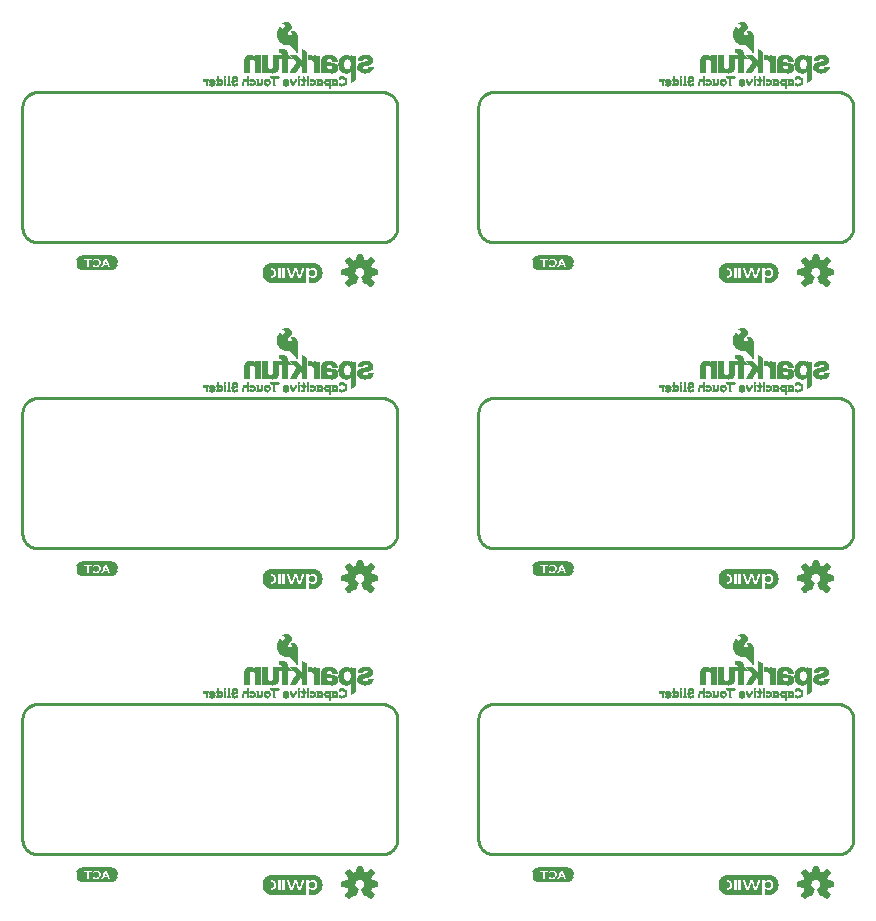
<source format=gbo>
G75*
%MOIN*%
%OFA0B0*%
%FSLAX25Y25*%
%IPPOS*%
%LPD*%
%AMOC8*
5,1,8,0,0,1.08239X$1,22.5*
%
%ADD10C,0.01000*%
%ADD11C,0.00591*%
%ADD12C,0.00300*%
%ADD13R,0.00591X0.00079*%
%ADD14R,0.00472X0.00079*%
%ADD15R,0.00591X0.00118*%
%ADD16R,0.00827X0.00118*%
%ADD17R,0.00709X0.00118*%
%ADD18R,0.02598X0.00118*%
%ADD19R,0.01299X0.00157*%
%ADD20R,0.00827X0.00157*%
%ADD21R,0.00236X0.00157*%
%ADD22R,0.00709X0.00157*%
%ADD23R,0.02953X0.00157*%
%ADD24R,0.01772X0.00118*%
%ADD25R,0.03071X0.00118*%
%ADD26R,0.01654X0.00118*%
%ADD27R,0.02126X0.00118*%
%ADD28R,0.01890X0.00118*%
%ADD29R,0.02244X0.00118*%
%ADD30R,0.02953X0.00118*%
%ADD31R,0.02008X0.00118*%
%ADD32R,0.02362X0.00157*%
%ADD33R,0.00354X0.00157*%
%ADD34R,0.02835X0.00157*%
%ADD35R,0.02008X0.00157*%
%ADD36R,0.02362X0.00118*%
%ADD37R,0.00945X0.00118*%
%ADD38R,0.01063X0.00118*%
%ADD39R,0.00236X0.00118*%
%ADD40R,0.00472X0.00118*%
%ADD41R,0.00945X0.00157*%
%ADD42R,0.01890X0.00157*%
%ADD43R,0.01772X0.00157*%
%ADD44R,0.01417X0.00157*%
%ADD45R,0.01535X0.00157*%
%ADD46R,0.01181X0.00118*%
%ADD47R,0.01535X0.00118*%
%ADD48R,0.02244X0.00157*%
%ADD49R,0.02126X0.00157*%
%ADD50R,0.01654X0.00157*%
%ADD51R,0.01417X0.00118*%
%ADD52R,0.00118X0.00118*%
%ADD53R,0.01181X0.00157*%
%ADD54R,0.01299X0.00118*%
%ADD55R,0.01063X0.00157*%
%ADD56R,0.00354X0.00118*%
%ADD57C,0.00004*%
%ADD58R,0.10276X0.00118*%
%ADD59R,0.10984X0.00118*%
%ADD60R,0.11457X0.00079*%
%ADD61R,0.11929X0.00157*%
%ADD62R,0.12165X0.00118*%
%ADD63R,0.12402X0.00118*%
%ADD64R,0.12638X0.00079*%
%ADD65R,0.06496X0.00118*%
%ADD66R,0.06024X0.00118*%
%ADD67R,0.03425X0.00157*%
%ADD68R,0.00591X0.00157*%
%ADD69R,0.03307X0.00118*%
%ADD70R,0.03425X0.00118*%
%ADD71R,0.02480X0.00157*%
%ADD72R,0.03543X0.00118*%
%ADD73R,0.03307X0.00157*%
%ADD74R,0.03071X0.00157*%
%ADD75R,0.03543X0.00157*%
%ADD76R,0.03189X0.00118*%
%ADD77R,0.03189X0.00157*%
%ADD78R,0.02835X0.00118*%
%ADD79R,0.12638X0.00118*%
%ADD80R,0.11929X0.00118*%
%ADD81R,0.11457X0.00118*%
D10*
X0043750Y0053750D02*
X0158750Y0053750D01*
X0158890Y0053752D01*
X0159030Y0053758D01*
X0159170Y0053768D01*
X0159310Y0053781D01*
X0159449Y0053799D01*
X0159588Y0053821D01*
X0159725Y0053846D01*
X0159863Y0053875D01*
X0159999Y0053908D01*
X0160134Y0053945D01*
X0160268Y0053986D01*
X0160401Y0054031D01*
X0160533Y0054079D01*
X0160663Y0054131D01*
X0160792Y0054186D01*
X0160919Y0054245D01*
X0161045Y0054308D01*
X0161169Y0054374D01*
X0161290Y0054443D01*
X0161410Y0054516D01*
X0161528Y0054593D01*
X0161643Y0054672D01*
X0161757Y0054755D01*
X0161867Y0054841D01*
X0161976Y0054930D01*
X0162082Y0055022D01*
X0162185Y0055117D01*
X0162286Y0055214D01*
X0162383Y0055315D01*
X0162478Y0055418D01*
X0162570Y0055524D01*
X0162659Y0055633D01*
X0162745Y0055743D01*
X0162828Y0055857D01*
X0162907Y0055972D01*
X0162984Y0056090D01*
X0163057Y0056210D01*
X0163126Y0056331D01*
X0163192Y0056455D01*
X0163255Y0056581D01*
X0163314Y0056708D01*
X0163369Y0056837D01*
X0163421Y0056967D01*
X0163469Y0057099D01*
X0163514Y0057232D01*
X0163555Y0057366D01*
X0163592Y0057501D01*
X0163625Y0057637D01*
X0163654Y0057775D01*
X0163679Y0057912D01*
X0163701Y0058051D01*
X0163719Y0058190D01*
X0163732Y0058330D01*
X0163742Y0058470D01*
X0163748Y0058610D01*
X0163750Y0058750D01*
X0163750Y0098750D01*
X0163748Y0098890D01*
X0163742Y0099030D01*
X0163732Y0099170D01*
X0163719Y0099310D01*
X0163701Y0099449D01*
X0163679Y0099588D01*
X0163654Y0099725D01*
X0163625Y0099863D01*
X0163592Y0099999D01*
X0163555Y0100134D01*
X0163514Y0100268D01*
X0163469Y0100401D01*
X0163421Y0100533D01*
X0163369Y0100663D01*
X0163314Y0100792D01*
X0163255Y0100919D01*
X0163192Y0101045D01*
X0163126Y0101169D01*
X0163057Y0101290D01*
X0162984Y0101410D01*
X0162907Y0101528D01*
X0162828Y0101643D01*
X0162745Y0101757D01*
X0162659Y0101867D01*
X0162570Y0101976D01*
X0162478Y0102082D01*
X0162383Y0102185D01*
X0162286Y0102286D01*
X0162185Y0102383D01*
X0162082Y0102478D01*
X0161976Y0102570D01*
X0161867Y0102659D01*
X0161757Y0102745D01*
X0161643Y0102828D01*
X0161528Y0102907D01*
X0161410Y0102984D01*
X0161290Y0103057D01*
X0161169Y0103126D01*
X0161045Y0103192D01*
X0160919Y0103255D01*
X0160792Y0103314D01*
X0160663Y0103369D01*
X0160533Y0103421D01*
X0160401Y0103469D01*
X0160268Y0103514D01*
X0160134Y0103555D01*
X0159999Y0103592D01*
X0159863Y0103625D01*
X0159725Y0103654D01*
X0159588Y0103679D01*
X0159449Y0103701D01*
X0159310Y0103719D01*
X0159170Y0103732D01*
X0159030Y0103742D01*
X0158890Y0103748D01*
X0158750Y0103750D01*
X0043750Y0103750D01*
X0043610Y0103748D01*
X0043470Y0103742D01*
X0043330Y0103732D01*
X0043190Y0103719D01*
X0043051Y0103701D01*
X0042912Y0103679D01*
X0042775Y0103654D01*
X0042637Y0103625D01*
X0042501Y0103592D01*
X0042366Y0103555D01*
X0042232Y0103514D01*
X0042099Y0103469D01*
X0041967Y0103421D01*
X0041837Y0103369D01*
X0041708Y0103314D01*
X0041581Y0103255D01*
X0041455Y0103192D01*
X0041331Y0103126D01*
X0041210Y0103057D01*
X0041090Y0102984D01*
X0040972Y0102907D01*
X0040857Y0102828D01*
X0040743Y0102745D01*
X0040633Y0102659D01*
X0040524Y0102570D01*
X0040418Y0102478D01*
X0040315Y0102383D01*
X0040214Y0102286D01*
X0040117Y0102185D01*
X0040022Y0102082D01*
X0039930Y0101976D01*
X0039841Y0101867D01*
X0039755Y0101757D01*
X0039672Y0101643D01*
X0039593Y0101528D01*
X0039516Y0101410D01*
X0039443Y0101290D01*
X0039374Y0101169D01*
X0039308Y0101045D01*
X0039245Y0100919D01*
X0039186Y0100792D01*
X0039131Y0100663D01*
X0039079Y0100533D01*
X0039031Y0100401D01*
X0038986Y0100268D01*
X0038945Y0100134D01*
X0038908Y0099999D01*
X0038875Y0099863D01*
X0038846Y0099725D01*
X0038821Y0099588D01*
X0038799Y0099449D01*
X0038781Y0099310D01*
X0038768Y0099170D01*
X0038758Y0099030D01*
X0038752Y0098890D01*
X0038750Y0098750D01*
X0038750Y0058750D01*
X0038752Y0058610D01*
X0038758Y0058470D01*
X0038768Y0058330D01*
X0038781Y0058190D01*
X0038799Y0058051D01*
X0038821Y0057912D01*
X0038846Y0057775D01*
X0038875Y0057637D01*
X0038908Y0057501D01*
X0038945Y0057366D01*
X0038986Y0057232D01*
X0039031Y0057099D01*
X0039079Y0056967D01*
X0039131Y0056837D01*
X0039186Y0056708D01*
X0039245Y0056581D01*
X0039308Y0056455D01*
X0039374Y0056331D01*
X0039443Y0056210D01*
X0039516Y0056090D01*
X0039593Y0055972D01*
X0039672Y0055857D01*
X0039755Y0055743D01*
X0039841Y0055633D01*
X0039930Y0055524D01*
X0040022Y0055418D01*
X0040117Y0055315D01*
X0040214Y0055214D01*
X0040315Y0055117D01*
X0040418Y0055022D01*
X0040524Y0054930D01*
X0040633Y0054841D01*
X0040743Y0054755D01*
X0040857Y0054672D01*
X0040972Y0054593D01*
X0041090Y0054516D01*
X0041210Y0054443D01*
X0041331Y0054374D01*
X0041455Y0054308D01*
X0041581Y0054245D01*
X0041708Y0054186D01*
X0041837Y0054131D01*
X0041967Y0054079D01*
X0042099Y0054031D01*
X0042232Y0053986D01*
X0042366Y0053945D01*
X0042501Y0053908D01*
X0042637Y0053875D01*
X0042775Y0053846D01*
X0042912Y0053821D01*
X0043051Y0053799D01*
X0043190Y0053781D01*
X0043330Y0053768D01*
X0043470Y0053758D01*
X0043610Y0053752D01*
X0043750Y0053750D01*
X0043750Y0155750D02*
X0158750Y0155750D01*
X0158890Y0155752D01*
X0159030Y0155758D01*
X0159170Y0155768D01*
X0159310Y0155781D01*
X0159449Y0155799D01*
X0159588Y0155821D01*
X0159725Y0155846D01*
X0159863Y0155875D01*
X0159999Y0155908D01*
X0160134Y0155945D01*
X0160268Y0155986D01*
X0160401Y0156031D01*
X0160533Y0156079D01*
X0160663Y0156131D01*
X0160792Y0156186D01*
X0160919Y0156245D01*
X0161045Y0156308D01*
X0161169Y0156374D01*
X0161290Y0156443D01*
X0161410Y0156516D01*
X0161528Y0156593D01*
X0161643Y0156672D01*
X0161757Y0156755D01*
X0161867Y0156841D01*
X0161976Y0156930D01*
X0162082Y0157022D01*
X0162185Y0157117D01*
X0162286Y0157214D01*
X0162383Y0157315D01*
X0162478Y0157418D01*
X0162570Y0157524D01*
X0162659Y0157633D01*
X0162745Y0157743D01*
X0162828Y0157857D01*
X0162907Y0157972D01*
X0162984Y0158090D01*
X0163057Y0158210D01*
X0163126Y0158331D01*
X0163192Y0158455D01*
X0163255Y0158581D01*
X0163314Y0158708D01*
X0163369Y0158837D01*
X0163421Y0158967D01*
X0163469Y0159099D01*
X0163514Y0159232D01*
X0163555Y0159366D01*
X0163592Y0159501D01*
X0163625Y0159637D01*
X0163654Y0159775D01*
X0163679Y0159912D01*
X0163701Y0160051D01*
X0163719Y0160190D01*
X0163732Y0160330D01*
X0163742Y0160470D01*
X0163748Y0160610D01*
X0163750Y0160750D01*
X0163750Y0200750D01*
X0163748Y0200890D01*
X0163742Y0201030D01*
X0163732Y0201170D01*
X0163719Y0201310D01*
X0163701Y0201449D01*
X0163679Y0201588D01*
X0163654Y0201725D01*
X0163625Y0201863D01*
X0163592Y0201999D01*
X0163555Y0202134D01*
X0163514Y0202268D01*
X0163469Y0202401D01*
X0163421Y0202533D01*
X0163369Y0202663D01*
X0163314Y0202792D01*
X0163255Y0202919D01*
X0163192Y0203045D01*
X0163126Y0203169D01*
X0163057Y0203290D01*
X0162984Y0203410D01*
X0162907Y0203528D01*
X0162828Y0203643D01*
X0162745Y0203757D01*
X0162659Y0203867D01*
X0162570Y0203976D01*
X0162478Y0204082D01*
X0162383Y0204185D01*
X0162286Y0204286D01*
X0162185Y0204383D01*
X0162082Y0204478D01*
X0161976Y0204570D01*
X0161867Y0204659D01*
X0161757Y0204745D01*
X0161643Y0204828D01*
X0161528Y0204907D01*
X0161410Y0204984D01*
X0161290Y0205057D01*
X0161169Y0205126D01*
X0161045Y0205192D01*
X0160919Y0205255D01*
X0160792Y0205314D01*
X0160663Y0205369D01*
X0160533Y0205421D01*
X0160401Y0205469D01*
X0160268Y0205514D01*
X0160134Y0205555D01*
X0159999Y0205592D01*
X0159863Y0205625D01*
X0159725Y0205654D01*
X0159588Y0205679D01*
X0159449Y0205701D01*
X0159310Y0205719D01*
X0159170Y0205732D01*
X0159030Y0205742D01*
X0158890Y0205748D01*
X0158750Y0205750D01*
X0043750Y0205750D01*
X0043610Y0205748D01*
X0043470Y0205742D01*
X0043330Y0205732D01*
X0043190Y0205719D01*
X0043051Y0205701D01*
X0042912Y0205679D01*
X0042775Y0205654D01*
X0042637Y0205625D01*
X0042501Y0205592D01*
X0042366Y0205555D01*
X0042232Y0205514D01*
X0042099Y0205469D01*
X0041967Y0205421D01*
X0041837Y0205369D01*
X0041708Y0205314D01*
X0041581Y0205255D01*
X0041455Y0205192D01*
X0041331Y0205126D01*
X0041210Y0205057D01*
X0041090Y0204984D01*
X0040972Y0204907D01*
X0040857Y0204828D01*
X0040743Y0204745D01*
X0040633Y0204659D01*
X0040524Y0204570D01*
X0040418Y0204478D01*
X0040315Y0204383D01*
X0040214Y0204286D01*
X0040117Y0204185D01*
X0040022Y0204082D01*
X0039930Y0203976D01*
X0039841Y0203867D01*
X0039755Y0203757D01*
X0039672Y0203643D01*
X0039593Y0203528D01*
X0039516Y0203410D01*
X0039443Y0203290D01*
X0039374Y0203169D01*
X0039308Y0203045D01*
X0039245Y0202919D01*
X0039186Y0202792D01*
X0039131Y0202663D01*
X0039079Y0202533D01*
X0039031Y0202401D01*
X0038986Y0202268D01*
X0038945Y0202134D01*
X0038908Y0201999D01*
X0038875Y0201863D01*
X0038846Y0201725D01*
X0038821Y0201588D01*
X0038799Y0201449D01*
X0038781Y0201310D01*
X0038768Y0201170D01*
X0038758Y0201030D01*
X0038752Y0200890D01*
X0038750Y0200750D01*
X0038750Y0160750D01*
X0038752Y0160610D01*
X0038758Y0160470D01*
X0038768Y0160330D01*
X0038781Y0160190D01*
X0038799Y0160051D01*
X0038821Y0159912D01*
X0038846Y0159775D01*
X0038875Y0159637D01*
X0038908Y0159501D01*
X0038945Y0159366D01*
X0038986Y0159232D01*
X0039031Y0159099D01*
X0039079Y0158967D01*
X0039131Y0158837D01*
X0039186Y0158708D01*
X0039245Y0158581D01*
X0039308Y0158455D01*
X0039374Y0158331D01*
X0039443Y0158210D01*
X0039516Y0158090D01*
X0039593Y0157972D01*
X0039672Y0157857D01*
X0039755Y0157743D01*
X0039841Y0157633D01*
X0039930Y0157524D01*
X0040022Y0157418D01*
X0040117Y0157315D01*
X0040214Y0157214D01*
X0040315Y0157117D01*
X0040418Y0157022D01*
X0040524Y0156930D01*
X0040633Y0156841D01*
X0040743Y0156755D01*
X0040857Y0156672D01*
X0040972Y0156593D01*
X0041090Y0156516D01*
X0041210Y0156443D01*
X0041331Y0156374D01*
X0041455Y0156308D01*
X0041581Y0156245D01*
X0041708Y0156186D01*
X0041837Y0156131D01*
X0041967Y0156079D01*
X0042099Y0156031D01*
X0042232Y0155986D01*
X0042366Y0155945D01*
X0042501Y0155908D01*
X0042637Y0155875D01*
X0042775Y0155846D01*
X0042912Y0155821D01*
X0043051Y0155799D01*
X0043190Y0155781D01*
X0043330Y0155768D01*
X0043470Y0155758D01*
X0043610Y0155752D01*
X0043750Y0155750D01*
X0043750Y0257750D02*
X0158750Y0257750D01*
X0158890Y0257752D01*
X0159030Y0257758D01*
X0159170Y0257768D01*
X0159310Y0257781D01*
X0159449Y0257799D01*
X0159588Y0257821D01*
X0159725Y0257846D01*
X0159863Y0257875D01*
X0159999Y0257908D01*
X0160134Y0257945D01*
X0160268Y0257986D01*
X0160401Y0258031D01*
X0160533Y0258079D01*
X0160663Y0258131D01*
X0160792Y0258186D01*
X0160919Y0258245D01*
X0161045Y0258308D01*
X0161169Y0258374D01*
X0161290Y0258443D01*
X0161410Y0258516D01*
X0161528Y0258593D01*
X0161643Y0258672D01*
X0161757Y0258755D01*
X0161867Y0258841D01*
X0161976Y0258930D01*
X0162082Y0259022D01*
X0162185Y0259117D01*
X0162286Y0259214D01*
X0162383Y0259315D01*
X0162478Y0259418D01*
X0162570Y0259524D01*
X0162659Y0259633D01*
X0162745Y0259743D01*
X0162828Y0259857D01*
X0162907Y0259972D01*
X0162984Y0260090D01*
X0163057Y0260210D01*
X0163126Y0260331D01*
X0163192Y0260455D01*
X0163255Y0260581D01*
X0163314Y0260708D01*
X0163369Y0260837D01*
X0163421Y0260967D01*
X0163469Y0261099D01*
X0163514Y0261232D01*
X0163555Y0261366D01*
X0163592Y0261501D01*
X0163625Y0261637D01*
X0163654Y0261775D01*
X0163679Y0261912D01*
X0163701Y0262051D01*
X0163719Y0262190D01*
X0163732Y0262330D01*
X0163742Y0262470D01*
X0163748Y0262610D01*
X0163750Y0262750D01*
X0163750Y0302750D01*
X0163748Y0302890D01*
X0163742Y0303030D01*
X0163732Y0303170D01*
X0163719Y0303310D01*
X0163701Y0303449D01*
X0163679Y0303588D01*
X0163654Y0303725D01*
X0163625Y0303863D01*
X0163592Y0303999D01*
X0163555Y0304134D01*
X0163514Y0304268D01*
X0163469Y0304401D01*
X0163421Y0304533D01*
X0163369Y0304663D01*
X0163314Y0304792D01*
X0163255Y0304919D01*
X0163192Y0305045D01*
X0163126Y0305169D01*
X0163057Y0305290D01*
X0162984Y0305410D01*
X0162907Y0305528D01*
X0162828Y0305643D01*
X0162745Y0305757D01*
X0162659Y0305867D01*
X0162570Y0305976D01*
X0162478Y0306082D01*
X0162383Y0306185D01*
X0162286Y0306286D01*
X0162185Y0306383D01*
X0162082Y0306478D01*
X0161976Y0306570D01*
X0161867Y0306659D01*
X0161757Y0306745D01*
X0161643Y0306828D01*
X0161528Y0306907D01*
X0161410Y0306984D01*
X0161290Y0307057D01*
X0161169Y0307126D01*
X0161045Y0307192D01*
X0160919Y0307255D01*
X0160792Y0307314D01*
X0160663Y0307369D01*
X0160533Y0307421D01*
X0160401Y0307469D01*
X0160268Y0307514D01*
X0160134Y0307555D01*
X0159999Y0307592D01*
X0159863Y0307625D01*
X0159725Y0307654D01*
X0159588Y0307679D01*
X0159449Y0307701D01*
X0159310Y0307719D01*
X0159170Y0307732D01*
X0159030Y0307742D01*
X0158890Y0307748D01*
X0158750Y0307750D01*
X0043750Y0307750D01*
X0043610Y0307748D01*
X0043470Y0307742D01*
X0043330Y0307732D01*
X0043190Y0307719D01*
X0043051Y0307701D01*
X0042912Y0307679D01*
X0042775Y0307654D01*
X0042637Y0307625D01*
X0042501Y0307592D01*
X0042366Y0307555D01*
X0042232Y0307514D01*
X0042099Y0307469D01*
X0041967Y0307421D01*
X0041837Y0307369D01*
X0041708Y0307314D01*
X0041581Y0307255D01*
X0041455Y0307192D01*
X0041331Y0307126D01*
X0041210Y0307057D01*
X0041090Y0306984D01*
X0040972Y0306907D01*
X0040857Y0306828D01*
X0040743Y0306745D01*
X0040633Y0306659D01*
X0040524Y0306570D01*
X0040418Y0306478D01*
X0040315Y0306383D01*
X0040214Y0306286D01*
X0040117Y0306185D01*
X0040022Y0306082D01*
X0039930Y0305976D01*
X0039841Y0305867D01*
X0039755Y0305757D01*
X0039672Y0305643D01*
X0039593Y0305528D01*
X0039516Y0305410D01*
X0039443Y0305290D01*
X0039374Y0305169D01*
X0039308Y0305045D01*
X0039245Y0304919D01*
X0039186Y0304792D01*
X0039131Y0304663D01*
X0039079Y0304533D01*
X0039031Y0304401D01*
X0038986Y0304268D01*
X0038945Y0304134D01*
X0038908Y0303999D01*
X0038875Y0303863D01*
X0038846Y0303725D01*
X0038821Y0303588D01*
X0038799Y0303449D01*
X0038781Y0303310D01*
X0038768Y0303170D01*
X0038758Y0303030D01*
X0038752Y0302890D01*
X0038750Y0302750D01*
X0038750Y0262750D01*
X0038752Y0262610D01*
X0038758Y0262470D01*
X0038768Y0262330D01*
X0038781Y0262190D01*
X0038799Y0262051D01*
X0038821Y0261912D01*
X0038846Y0261775D01*
X0038875Y0261637D01*
X0038908Y0261501D01*
X0038945Y0261366D01*
X0038986Y0261232D01*
X0039031Y0261099D01*
X0039079Y0260967D01*
X0039131Y0260837D01*
X0039186Y0260708D01*
X0039245Y0260581D01*
X0039308Y0260455D01*
X0039374Y0260331D01*
X0039443Y0260210D01*
X0039516Y0260090D01*
X0039593Y0259972D01*
X0039672Y0259857D01*
X0039755Y0259743D01*
X0039841Y0259633D01*
X0039930Y0259524D01*
X0040022Y0259418D01*
X0040117Y0259315D01*
X0040214Y0259214D01*
X0040315Y0259117D01*
X0040418Y0259022D01*
X0040524Y0258930D01*
X0040633Y0258841D01*
X0040743Y0258755D01*
X0040857Y0258672D01*
X0040972Y0258593D01*
X0041090Y0258516D01*
X0041210Y0258443D01*
X0041331Y0258374D01*
X0041455Y0258308D01*
X0041581Y0258245D01*
X0041708Y0258186D01*
X0041837Y0258131D01*
X0041967Y0258079D01*
X0042099Y0258031D01*
X0042232Y0257986D01*
X0042366Y0257945D01*
X0042501Y0257908D01*
X0042637Y0257875D01*
X0042775Y0257846D01*
X0042912Y0257821D01*
X0043051Y0257799D01*
X0043190Y0257781D01*
X0043330Y0257768D01*
X0043470Y0257758D01*
X0043610Y0257752D01*
X0043750Y0257750D01*
X0190750Y0262750D02*
X0190750Y0302750D01*
X0190752Y0302890D01*
X0190758Y0303030D01*
X0190768Y0303170D01*
X0190781Y0303310D01*
X0190799Y0303449D01*
X0190821Y0303588D01*
X0190846Y0303725D01*
X0190875Y0303863D01*
X0190908Y0303999D01*
X0190945Y0304134D01*
X0190986Y0304268D01*
X0191031Y0304401D01*
X0191079Y0304533D01*
X0191131Y0304663D01*
X0191186Y0304792D01*
X0191245Y0304919D01*
X0191308Y0305045D01*
X0191374Y0305169D01*
X0191443Y0305290D01*
X0191516Y0305410D01*
X0191593Y0305528D01*
X0191672Y0305643D01*
X0191755Y0305757D01*
X0191841Y0305867D01*
X0191930Y0305976D01*
X0192022Y0306082D01*
X0192117Y0306185D01*
X0192214Y0306286D01*
X0192315Y0306383D01*
X0192418Y0306478D01*
X0192524Y0306570D01*
X0192633Y0306659D01*
X0192743Y0306745D01*
X0192857Y0306828D01*
X0192972Y0306907D01*
X0193090Y0306984D01*
X0193210Y0307057D01*
X0193331Y0307126D01*
X0193455Y0307192D01*
X0193581Y0307255D01*
X0193708Y0307314D01*
X0193837Y0307369D01*
X0193967Y0307421D01*
X0194099Y0307469D01*
X0194232Y0307514D01*
X0194366Y0307555D01*
X0194501Y0307592D01*
X0194637Y0307625D01*
X0194775Y0307654D01*
X0194912Y0307679D01*
X0195051Y0307701D01*
X0195190Y0307719D01*
X0195330Y0307732D01*
X0195470Y0307742D01*
X0195610Y0307748D01*
X0195750Y0307750D01*
X0310750Y0307750D01*
X0310890Y0307748D01*
X0311030Y0307742D01*
X0311170Y0307732D01*
X0311310Y0307719D01*
X0311449Y0307701D01*
X0311588Y0307679D01*
X0311725Y0307654D01*
X0311863Y0307625D01*
X0311999Y0307592D01*
X0312134Y0307555D01*
X0312268Y0307514D01*
X0312401Y0307469D01*
X0312533Y0307421D01*
X0312663Y0307369D01*
X0312792Y0307314D01*
X0312919Y0307255D01*
X0313045Y0307192D01*
X0313169Y0307126D01*
X0313290Y0307057D01*
X0313410Y0306984D01*
X0313528Y0306907D01*
X0313643Y0306828D01*
X0313757Y0306745D01*
X0313867Y0306659D01*
X0313976Y0306570D01*
X0314082Y0306478D01*
X0314185Y0306383D01*
X0314286Y0306286D01*
X0314383Y0306185D01*
X0314478Y0306082D01*
X0314570Y0305976D01*
X0314659Y0305867D01*
X0314745Y0305757D01*
X0314828Y0305643D01*
X0314907Y0305528D01*
X0314984Y0305410D01*
X0315057Y0305290D01*
X0315126Y0305169D01*
X0315192Y0305045D01*
X0315255Y0304919D01*
X0315314Y0304792D01*
X0315369Y0304663D01*
X0315421Y0304533D01*
X0315469Y0304401D01*
X0315514Y0304268D01*
X0315555Y0304134D01*
X0315592Y0303999D01*
X0315625Y0303863D01*
X0315654Y0303725D01*
X0315679Y0303588D01*
X0315701Y0303449D01*
X0315719Y0303310D01*
X0315732Y0303170D01*
X0315742Y0303030D01*
X0315748Y0302890D01*
X0315750Y0302750D01*
X0315750Y0262750D01*
X0315748Y0262610D01*
X0315742Y0262470D01*
X0315732Y0262330D01*
X0315719Y0262190D01*
X0315701Y0262051D01*
X0315679Y0261912D01*
X0315654Y0261775D01*
X0315625Y0261637D01*
X0315592Y0261501D01*
X0315555Y0261366D01*
X0315514Y0261232D01*
X0315469Y0261099D01*
X0315421Y0260967D01*
X0315369Y0260837D01*
X0315314Y0260708D01*
X0315255Y0260581D01*
X0315192Y0260455D01*
X0315126Y0260331D01*
X0315057Y0260210D01*
X0314984Y0260090D01*
X0314907Y0259972D01*
X0314828Y0259857D01*
X0314745Y0259743D01*
X0314659Y0259633D01*
X0314570Y0259524D01*
X0314478Y0259418D01*
X0314383Y0259315D01*
X0314286Y0259214D01*
X0314185Y0259117D01*
X0314082Y0259022D01*
X0313976Y0258930D01*
X0313867Y0258841D01*
X0313757Y0258755D01*
X0313643Y0258672D01*
X0313528Y0258593D01*
X0313410Y0258516D01*
X0313290Y0258443D01*
X0313169Y0258374D01*
X0313045Y0258308D01*
X0312919Y0258245D01*
X0312792Y0258186D01*
X0312663Y0258131D01*
X0312533Y0258079D01*
X0312401Y0258031D01*
X0312268Y0257986D01*
X0312134Y0257945D01*
X0311999Y0257908D01*
X0311863Y0257875D01*
X0311725Y0257846D01*
X0311588Y0257821D01*
X0311449Y0257799D01*
X0311310Y0257781D01*
X0311170Y0257768D01*
X0311030Y0257758D01*
X0310890Y0257752D01*
X0310750Y0257750D01*
X0195750Y0257750D01*
X0195610Y0257752D01*
X0195470Y0257758D01*
X0195330Y0257768D01*
X0195190Y0257781D01*
X0195051Y0257799D01*
X0194912Y0257821D01*
X0194775Y0257846D01*
X0194637Y0257875D01*
X0194501Y0257908D01*
X0194366Y0257945D01*
X0194232Y0257986D01*
X0194099Y0258031D01*
X0193967Y0258079D01*
X0193837Y0258131D01*
X0193708Y0258186D01*
X0193581Y0258245D01*
X0193455Y0258308D01*
X0193331Y0258374D01*
X0193210Y0258443D01*
X0193090Y0258516D01*
X0192972Y0258593D01*
X0192857Y0258672D01*
X0192743Y0258755D01*
X0192633Y0258841D01*
X0192524Y0258930D01*
X0192418Y0259022D01*
X0192315Y0259117D01*
X0192214Y0259214D01*
X0192117Y0259315D01*
X0192022Y0259418D01*
X0191930Y0259524D01*
X0191841Y0259633D01*
X0191755Y0259743D01*
X0191672Y0259857D01*
X0191593Y0259972D01*
X0191516Y0260090D01*
X0191443Y0260210D01*
X0191374Y0260331D01*
X0191308Y0260455D01*
X0191245Y0260581D01*
X0191186Y0260708D01*
X0191131Y0260837D01*
X0191079Y0260967D01*
X0191031Y0261099D01*
X0190986Y0261232D01*
X0190945Y0261366D01*
X0190908Y0261501D01*
X0190875Y0261637D01*
X0190846Y0261775D01*
X0190821Y0261912D01*
X0190799Y0262051D01*
X0190781Y0262190D01*
X0190768Y0262330D01*
X0190758Y0262470D01*
X0190752Y0262610D01*
X0190750Y0262750D01*
X0195750Y0205750D02*
X0310750Y0205750D01*
X0310890Y0205748D01*
X0311030Y0205742D01*
X0311170Y0205732D01*
X0311310Y0205719D01*
X0311449Y0205701D01*
X0311588Y0205679D01*
X0311725Y0205654D01*
X0311863Y0205625D01*
X0311999Y0205592D01*
X0312134Y0205555D01*
X0312268Y0205514D01*
X0312401Y0205469D01*
X0312533Y0205421D01*
X0312663Y0205369D01*
X0312792Y0205314D01*
X0312919Y0205255D01*
X0313045Y0205192D01*
X0313169Y0205126D01*
X0313290Y0205057D01*
X0313410Y0204984D01*
X0313528Y0204907D01*
X0313643Y0204828D01*
X0313757Y0204745D01*
X0313867Y0204659D01*
X0313976Y0204570D01*
X0314082Y0204478D01*
X0314185Y0204383D01*
X0314286Y0204286D01*
X0314383Y0204185D01*
X0314478Y0204082D01*
X0314570Y0203976D01*
X0314659Y0203867D01*
X0314745Y0203757D01*
X0314828Y0203643D01*
X0314907Y0203528D01*
X0314984Y0203410D01*
X0315057Y0203290D01*
X0315126Y0203169D01*
X0315192Y0203045D01*
X0315255Y0202919D01*
X0315314Y0202792D01*
X0315369Y0202663D01*
X0315421Y0202533D01*
X0315469Y0202401D01*
X0315514Y0202268D01*
X0315555Y0202134D01*
X0315592Y0201999D01*
X0315625Y0201863D01*
X0315654Y0201725D01*
X0315679Y0201588D01*
X0315701Y0201449D01*
X0315719Y0201310D01*
X0315732Y0201170D01*
X0315742Y0201030D01*
X0315748Y0200890D01*
X0315750Y0200750D01*
X0315750Y0160750D01*
X0315748Y0160610D01*
X0315742Y0160470D01*
X0315732Y0160330D01*
X0315719Y0160190D01*
X0315701Y0160051D01*
X0315679Y0159912D01*
X0315654Y0159775D01*
X0315625Y0159637D01*
X0315592Y0159501D01*
X0315555Y0159366D01*
X0315514Y0159232D01*
X0315469Y0159099D01*
X0315421Y0158967D01*
X0315369Y0158837D01*
X0315314Y0158708D01*
X0315255Y0158581D01*
X0315192Y0158455D01*
X0315126Y0158331D01*
X0315057Y0158210D01*
X0314984Y0158090D01*
X0314907Y0157972D01*
X0314828Y0157857D01*
X0314745Y0157743D01*
X0314659Y0157633D01*
X0314570Y0157524D01*
X0314478Y0157418D01*
X0314383Y0157315D01*
X0314286Y0157214D01*
X0314185Y0157117D01*
X0314082Y0157022D01*
X0313976Y0156930D01*
X0313867Y0156841D01*
X0313757Y0156755D01*
X0313643Y0156672D01*
X0313528Y0156593D01*
X0313410Y0156516D01*
X0313290Y0156443D01*
X0313169Y0156374D01*
X0313045Y0156308D01*
X0312919Y0156245D01*
X0312792Y0156186D01*
X0312663Y0156131D01*
X0312533Y0156079D01*
X0312401Y0156031D01*
X0312268Y0155986D01*
X0312134Y0155945D01*
X0311999Y0155908D01*
X0311863Y0155875D01*
X0311725Y0155846D01*
X0311588Y0155821D01*
X0311449Y0155799D01*
X0311310Y0155781D01*
X0311170Y0155768D01*
X0311030Y0155758D01*
X0310890Y0155752D01*
X0310750Y0155750D01*
X0195750Y0155750D01*
X0195610Y0155752D01*
X0195470Y0155758D01*
X0195330Y0155768D01*
X0195190Y0155781D01*
X0195051Y0155799D01*
X0194912Y0155821D01*
X0194775Y0155846D01*
X0194637Y0155875D01*
X0194501Y0155908D01*
X0194366Y0155945D01*
X0194232Y0155986D01*
X0194099Y0156031D01*
X0193967Y0156079D01*
X0193837Y0156131D01*
X0193708Y0156186D01*
X0193581Y0156245D01*
X0193455Y0156308D01*
X0193331Y0156374D01*
X0193210Y0156443D01*
X0193090Y0156516D01*
X0192972Y0156593D01*
X0192857Y0156672D01*
X0192743Y0156755D01*
X0192633Y0156841D01*
X0192524Y0156930D01*
X0192418Y0157022D01*
X0192315Y0157117D01*
X0192214Y0157214D01*
X0192117Y0157315D01*
X0192022Y0157418D01*
X0191930Y0157524D01*
X0191841Y0157633D01*
X0191755Y0157743D01*
X0191672Y0157857D01*
X0191593Y0157972D01*
X0191516Y0158090D01*
X0191443Y0158210D01*
X0191374Y0158331D01*
X0191308Y0158455D01*
X0191245Y0158581D01*
X0191186Y0158708D01*
X0191131Y0158837D01*
X0191079Y0158967D01*
X0191031Y0159099D01*
X0190986Y0159232D01*
X0190945Y0159366D01*
X0190908Y0159501D01*
X0190875Y0159637D01*
X0190846Y0159775D01*
X0190821Y0159912D01*
X0190799Y0160051D01*
X0190781Y0160190D01*
X0190768Y0160330D01*
X0190758Y0160470D01*
X0190752Y0160610D01*
X0190750Y0160750D01*
X0190750Y0200750D01*
X0190752Y0200890D01*
X0190758Y0201030D01*
X0190768Y0201170D01*
X0190781Y0201310D01*
X0190799Y0201449D01*
X0190821Y0201588D01*
X0190846Y0201725D01*
X0190875Y0201863D01*
X0190908Y0201999D01*
X0190945Y0202134D01*
X0190986Y0202268D01*
X0191031Y0202401D01*
X0191079Y0202533D01*
X0191131Y0202663D01*
X0191186Y0202792D01*
X0191245Y0202919D01*
X0191308Y0203045D01*
X0191374Y0203169D01*
X0191443Y0203290D01*
X0191516Y0203410D01*
X0191593Y0203528D01*
X0191672Y0203643D01*
X0191755Y0203757D01*
X0191841Y0203867D01*
X0191930Y0203976D01*
X0192022Y0204082D01*
X0192117Y0204185D01*
X0192214Y0204286D01*
X0192315Y0204383D01*
X0192418Y0204478D01*
X0192524Y0204570D01*
X0192633Y0204659D01*
X0192743Y0204745D01*
X0192857Y0204828D01*
X0192972Y0204907D01*
X0193090Y0204984D01*
X0193210Y0205057D01*
X0193331Y0205126D01*
X0193455Y0205192D01*
X0193581Y0205255D01*
X0193708Y0205314D01*
X0193837Y0205369D01*
X0193967Y0205421D01*
X0194099Y0205469D01*
X0194232Y0205514D01*
X0194366Y0205555D01*
X0194501Y0205592D01*
X0194637Y0205625D01*
X0194775Y0205654D01*
X0194912Y0205679D01*
X0195051Y0205701D01*
X0195190Y0205719D01*
X0195330Y0205732D01*
X0195470Y0205742D01*
X0195610Y0205748D01*
X0195750Y0205750D01*
X0195750Y0103750D02*
X0310750Y0103750D01*
X0310890Y0103748D01*
X0311030Y0103742D01*
X0311170Y0103732D01*
X0311310Y0103719D01*
X0311449Y0103701D01*
X0311588Y0103679D01*
X0311725Y0103654D01*
X0311863Y0103625D01*
X0311999Y0103592D01*
X0312134Y0103555D01*
X0312268Y0103514D01*
X0312401Y0103469D01*
X0312533Y0103421D01*
X0312663Y0103369D01*
X0312792Y0103314D01*
X0312919Y0103255D01*
X0313045Y0103192D01*
X0313169Y0103126D01*
X0313290Y0103057D01*
X0313410Y0102984D01*
X0313528Y0102907D01*
X0313643Y0102828D01*
X0313757Y0102745D01*
X0313867Y0102659D01*
X0313976Y0102570D01*
X0314082Y0102478D01*
X0314185Y0102383D01*
X0314286Y0102286D01*
X0314383Y0102185D01*
X0314478Y0102082D01*
X0314570Y0101976D01*
X0314659Y0101867D01*
X0314745Y0101757D01*
X0314828Y0101643D01*
X0314907Y0101528D01*
X0314984Y0101410D01*
X0315057Y0101290D01*
X0315126Y0101169D01*
X0315192Y0101045D01*
X0315255Y0100919D01*
X0315314Y0100792D01*
X0315369Y0100663D01*
X0315421Y0100533D01*
X0315469Y0100401D01*
X0315514Y0100268D01*
X0315555Y0100134D01*
X0315592Y0099999D01*
X0315625Y0099863D01*
X0315654Y0099725D01*
X0315679Y0099588D01*
X0315701Y0099449D01*
X0315719Y0099310D01*
X0315732Y0099170D01*
X0315742Y0099030D01*
X0315748Y0098890D01*
X0315750Y0098750D01*
X0315750Y0058750D01*
X0315748Y0058610D01*
X0315742Y0058470D01*
X0315732Y0058330D01*
X0315719Y0058190D01*
X0315701Y0058051D01*
X0315679Y0057912D01*
X0315654Y0057775D01*
X0315625Y0057637D01*
X0315592Y0057501D01*
X0315555Y0057366D01*
X0315514Y0057232D01*
X0315469Y0057099D01*
X0315421Y0056967D01*
X0315369Y0056837D01*
X0315314Y0056708D01*
X0315255Y0056581D01*
X0315192Y0056455D01*
X0315126Y0056331D01*
X0315057Y0056210D01*
X0314984Y0056090D01*
X0314907Y0055972D01*
X0314828Y0055857D01*
X0314745Y0055743D01*
X0314659Y0055633D01*
X0314570Y0055524D01*
X0314478Y0055418D01*
X0314383Y0055315D01*
X0314286Y0055214D01*
X0314185Y0055117D01*
X0314082Y0055022D01*
X0313976Y0054930D01*
X0313867Y0054841D01*
X0313757Y0054755D01*
X0313643Y0054672D01*
X0313528Y0054593D01*
X0313410Y0054516D01*
X0313290Y0054443D01*
X0313169Y0054374D01*
X0313045Y0054308D01*
X0312919Y0054245D01*
X0312792Y0054186D01*
X0312663Y0054131D01*
X0312533Y0054079D01*
X0312401Y0054031D01*
X0312268Y0053986D01*
X0312134Y0053945D01*
X0311999Y0053908D01*
X0311863Y0053875D01*
X0311725Y0053846D01*
X0311588Y0053821D01*
X0311449Y0053799D01*
X0311310Y0053781D01*
X0311170Y0053768D01*
X0311030Y0053758D01*
X0310890Y0053752D01*
X0310750Y0053750D01*
X0195750Y0053750D01*
X0195610Y0053752D01*
X0195470Y0053758D01*
X0195330Y0053768D01*
X0195190Y0053781D01*
X0195051Y0053799D01*
X0194912Y0053821D01*
X0194775Y0053846D01*
X0194637Y0053875D01*
X0194501Y0053908D01*
X0194366Y0053945D01*
X0194232Y0053986D01*
X0194099Y0054031D01*
X0193967Y0054079D01*
X0193837Y0054131D01*
X0193708Y0054186D01*
X0193581Y0054245D01*
X0193455Y0054308D01*
X0193331Y0054374D01*
X0193210Y0054443D01*
X0193090Y0054516D01*
X0192972Y0054593D01*
X0192857Y0054672D01*
X0192743Y0054755D01*
X0192633Y0054841D01*
X0192524Y0054930D01*
X0192418Y0055022D01*
X0192315Y0055117D01*
X0192214Y0055214D01*
X0192117Y0055315D01*
X0192022Y0055418D01*
X0191930Y0055524D01*
X0191841Y0055633D01*
X0191755Y0055743D01*
X0191672Y0055857D01*
X0191593Y0055972D01*
X0191516Y0056090D01*
X0191443Y0056210D01*
X0191374Y0056331D01*
X0191308Y0056455D01*
X0191245Y0056581D01*
X0191186Y0056708D01*
X0191131Y0056837D01*
X0191079Y0056967D01*
X0191031Y0057099D01*
X0190986Y0057232D01*
X0190945Y0057366D01*
X0190908Y0057501D01*
X0190875Y0057637D01*
X0190846Y0057775D01*
X0190821Y0057912D01*
X0190799Y0058051D01*
X0190781Y0058190D01*
X0190768Y0058330D01*
X0190758Y0058470D01*
X0190752Y0058610D01*
X0190750Y0058750D01*
X0190750Y0098750D01*
X0190752Y0098890D01*
X0190758Y0099030D01*
X0190768Y0099170D01*
X0190781Y0099310D01*
X0190799Y0099449D01*
X0190821Y0099588D01*
X0190846Y0099725D01*
X0190875Y0099863D01*
X0190908Y0099999D01*
X0190945Y0100134D01*
X0190986Y0100268D01*
X0191031Y0100401D01*
X0191079Y0100533D01*
X0191131Y0100663D01*
X0191186Y0100792D01*
X0191245Y0100919D01*
X0191308Y0101045D01*
X0191374Y0101169D01*
X0191443Y0101290D01*
X0191516Y0101410D01*
X0191593Y0101528D01*
X0191672Y0101643D01*
X0191755Y0101757D01*
X0191841Y0101867D01*
X0191930Y0101976D01*
X0192022Y0102082D01*
X0192117Y0102185D01*
X0192214Y0102286D01*
X0192315Y0102383D01*
X0192418Y0102478D01*
X0192524Y0102570D01*
X0192633Y0102659D01*
X0192743Y0102745D01*
X0192857Y0102828D01*
X0192972Y0102907D01*
X0193090Y0102984D01*
X0193210Y0103057D01*
X0193331Y0103126D01*
X0193455Y0103192D01*
X0193581Y0103255D01*
X0193708Y0103314D01*
X0193837Y0103369D01*
X0193967Y0103421D01*
X0194099Y0103469D01*
X0194232Y0103514D01*
X0194366Y0103555D01*
X0194501Y0103592D01*
X0194637Y0103625D01*
X0194775Y0103654D01*
X0194912Y0103679D01*
X0195051Y0103701D01*
X0195190Y0103719D01*
X0195330Y0103732D01*
X0195470Y0103742D01*
X0195610Y0103748D01*
X0195750Y0103750D01*
D11*
X0155904Y0142114D02*
X0154886Y0141096D01*
X0153402Y0142307D01*
X0152804Y0141999D01*
X0151956Y0144045D01*
X0152335Y0144257D01*
X0152653Y0144551D01*
X0152895Y0144912D01*
X0153045Y0145319D01*
X0153096Y0145750D01*
X0153043Y0146189D01*
X0152887Y0146602D01*
X0152638Y0146967D01*
X0152309Y0147261D01*
X0151919Y0147470D01*
X0151491Y0147579D01*
X0151049Y0147584D01*
X0150619Y0147484D01*
X0150225Y0147284D01*
X0149890Y0146996D01*
X0149632Y0146637D01*
X0149468Y0146227D01*
X0149405Y0145790D01*
X0149449Y0145350D01*
X0149595Y0144934D01*
X0149836Y0144564D01*
X0150159Y0144262D01*
X0150544Y0144045D01*
X0149696Y0141999D01*
X0149098Y0142307D01*
X0147614Y0141096D01*
X0146596Y0142114D01*
X0147807Y0143598D01*
X0147499Y0144196D01*
X0147294Y0144837D01*
X0145389Y0145030D01*
X0145389Y0146470D01*
X0147294Y0146663D01*
X0147499Y0147304D01*
X0147807Y0147902D01*
X0146596Y0149386D01*
X0147614Y0150404D01*
X0149098Y0149193D01*
X0149696Y0149501D01*
X0150337Y0149706D01*
X0150530Y0151611D01*
X0151970Y0151611D01*
X0152163Y0149706D01*
X0152804Y0149501D01*
X0153402Y0149193D01*
X0154886Y0150404D01*
X0155904Y0149386D01*
X0154693Y0147902D01*
X0155001Y0147304D01*
X0155206Y0146663D01*
X0157111Y0146470D01*
X0157111Y0145030D01*
X0155206Y0144837D01*
X0155001Y0144196D01*
X0154693Y0143598D01*
X0155904Y0142114D01*
X0155639Y0141850D02*
X0153962Y0141850D01*
X0154684Y0141261D02*
X0155050Y0141261D01*
X0155639Y0142439D02*
X0152622Y0142439D01*
X0152378Y0143028D02*
X0155158Y0143028D01*
X0154703Y0143617D02*
X0152133Y0143617D01*
X0152245Y0144206D02*
X0155004Y0144206D01*
X0155193Y0144795D02*
X0152817Y0144795D01*
X0153052Y0145384D02*
X0157111Y0145384D01*
X0157111Y0145973D02*
X0153069Y0145973D01*
X0152902Y0146563D02*
X0156199Y0146563D01*
X0155050Y0147152D02*
X0152431Y0147152D01*
X0150071Y0147152D02*
X0147450Y0147152D01*
X0147724Y0147741D02*
X0154776Y0147741D01*
X0155042Y0148330D02*
X0147458Y0148330D01*
X0146977Y0148919D02*
X0155523Y0148919D01*
X0155782Y0149508D02*
X0153787Y0149508D01*
X0154510Y0150097D02*
X0155192Y0150097D01*
X0152783Y0149508D02*
X0149717Y0149508D01*
X0150376Y0150097D02*
X0152124Y0150097D01*
X0152064Y0150686D02*
X0150436Y0150686D01*
X0150496Y0151275D02*
X0152004Y0151275D01*
X0148713Y0149508D02*
X0146718Y0149508D01*
X0147308Y0150097D02*
X0147990Y0150097D01*
X0149602Y0146563D02*
X0146301Y0146563D01*
X0145389Y0145973D02*
X0149432Y0145973D01*
X0149445Y0145384D02*
X0145389Y0145384D01*
X0147307Y0144795D02*
X0149685Y0144795D01*
X0150257Y0144206D02*
X0147496Y0144206D01*
X0147797Y0143617D02*
X0150367Y0143617D01*
X0150122Y0143028D02*
X0147342Y0143028D01*
X0146861Y0142439D02*
X0149878Y0142439D01*
X0148538Y0141850D02*
X0146861Y0141850D01*
X0147450Y0141261D02*
X0147816Y0141261D01*
X0150530Y0049611D02*
X0151970Y0049611D01*
X0152163Y0047706D01*
X0152804Y0047501D01*
X0153402Y0047193D01*
X0154886Y0048404D01*
X0155904Y0047386D01*
X0154693Y0045902D01*
X0155001Y0045304D01*
X0155206Y0044663D01*
X0157111Y0044470D01*
X0157111Y0043030D01*
X0155206Y0042837D01*
X0155001Y0042196D01*
X0154693Y0041598D01*
X0155904Y0040114D01*
X0154886Y0039096D01*
X0153402Y0040307D01*
X0152804Y0039999D01*
X0151956Y0042045D01*
X0152335Y0042257D01*
X0152653Y0042551D01*
X0152895Y0042912D01*
X0153045Y0043319D01*
X0153096Y0043750D01*
X0153043Y0044189D01*
X0152887Y0044602D01*
X0152638Y0044967D01*
X0152309Y0045261D01*
X0151919Y0045470D01*
X0151491Y0045579D01*
X0151049Y0045584D01*
X0150619Y0045484D01*
X0150225Y0045284D01*
X0149890Y0044996D01*
X0149632Y0044637D01*
X0149468Y0044227D01*
X0149405Y0043790D01*
X0149449Y0043350D01*
X0149595Y0042934D01*
X0149836Y0042564D01*
X0150159Y0042262D01*
X0150544Y0042045D01*
X0149696Y0039999D01*
X0149098Y0040307D01*
X0147614Y0039096D01*
X0146596Y0040114D01*
X0147807Y0041598D01*
X0147499Y0042196D01*
X0147294Y0042837D01*
X0145389Y0043030D01*
X0145389Y0044470D01*
X0147294Y0044663D01*
X0147499Y0045304D01*
X0147807Y0045902D01*
X0146596Y0047386D01*
X0147614Y0048404D01*
X0149098Y0047193D01*
X0149696Y0047501D01*
X0150337Y0047706D01*
X0150530Y0049611D01*
X0150505Y0049367D02*
X0151995Y0049367D01*
X0152054Y0048778D02*
X0150446Y0048778D01*
X0150386Y0048189D02*
X0152114Y0048189D01*
X0152495Y0047600D02*
X0150005Y0047600D01*
X0148600Y0047600D02*
X0146811Y0047600D01*
X0146902Y0047011D02*
X0155598Y0047011D01*
X0155689Y0047600D02*
X0153900Y0047600D01*
X0154623Y0048189D02*
X0155100Y0048189D01*
X0155118Y0046422D02*
X0147382Y0046422D01*
X0147771Y0045833D02*
X0154729Y0045833D01*
X0155020Y0045244D02*
X0152328Y0045244D01*
X0152851Y0044655D02*
X0155292Y0044655D01*
X0155707Y0042888D02*
X0152878Y0042888D01*
X0153063Y0043477D02*
X0157111Y0043477D01*
X0157111Y0044066D02*
X0153058Y0044066D01*
X0152380Y0042298D02*
X0155034Y0042298D01*
X0154750Y0041709D02*
X0152095Y0041709D01*
X0152339Y0041120D02*
X0155083Y0041120D01*
X0155563Y0040531D02*
X0152583Y0040531D01*
X0153849Y0039942D02*
X0155732Y0039942D01*
X0155142Y0039353D02*
X0154571Y0039353D01*
X0150161Y0041120D02*
X0147417Y0041120D01*
X0147750Y0041709D02*
X0150405Y0041709D01*
X0150120Y0042298D02*
X0147466Y0042298D01*
X0146793Y0042888D02*
X0149625Y0042888D01*
X0149436Y0043477D02*
X0145389Y0043477D01*
X0145389Y0044066D02*
X0149445Y0044066D01*
X0149645Y0044655D02*
X0147208Y0044655D01*
X0147480Y0045244D02*
X0150178Y0045244D01*
X0147877Y0048189D02*
X0147400Y0048189D01*
X0146937Y0040531D02*
X0149917Y0040531D01*
X0148651Y0039942D02*
X0146768Y0039942D01*
X0147358Y0039353D02*
X0147929Y0039353D01*
X0297389Y0043030D02*
X0297389Y0044470D01*
X0299294Y0044663D01*
X0299499Y0045304D01*
X0299807Y0045902D01*
X0298596Y0047386D01*
X0299614Y0048404D01*
X0301098Y0047193D01*
X0301696Y0047501D01*
X0302337Y0047706D01*
X0302530Y0049611D01*
X0303970Y0049611D01*
X0304163Y0047706D01*
X0304804Y0047501D01*
X0305402Y0047193D01*
X0306886Y0048404D01*
X0307904Y0047386D01*
X0306693Y0045902D01*
X0307001Y0045304D01*
X0307206Y0044663D01*
X0309111Y0044470D01*
X0309111Y0043030D01*
X0307206Y0042837D01*
X0307001Y0042196D01*
X0306693Y0041598D01*
X0307904Y0040114D01*
X0306886Y0039096D01*
X0305402Y0040307D01*
X0304804Y0039999D01*
X0303956Y0042045D01*
X0304335Y0042257D01*
X0304653Y0042551D01*
X0304895Y0042912D01*
X0305045Y0043319D01*
X0305096Y0043750D01*
X0305043Y0044189D01*
X0304887Y0044602D01*
X0304638Y0044967D01*
X0304309Y0045261D01*
X0303919Y0045470D01*
X0303491Y0045579D01*
X0303049Y0045584D01*
X0302619Y0045484D01*
X0302225Y0045284D01*
X0301890Y0044996D01*
X0301632Y0044637D01*
X0301468Y0044227D01*
X0301405Y0043790D01*
X0301449Y0043350D01*
X0301595Y0042934D01*
X0301836Y0042564D01*
X0302159Y0042262D01*
X0302544Y0042045D01*
X0301696Y0039999D01*
X0301098Y0040307D01*
X0299614Y0039096D01*
X0298596Y0040114D01*
X0299807Y0041598D01*
X0299499Y0042196D01*
X0299294Y0042837D01*
X0297389Y0043030D01*
X0297389Y0043477D02*
X0301436Y0043477D01*
X0301445Y0044066D02*
X0297389Y0044066D01*
X0298793Y0042888D02*
X0301625Y0042888D01*
X0302120Y0042298D02*
X0299466Y0042298D01*
X0299750Y0041709D02*
X0302405Y0041709D01*
X0302161Y0041120D02*
X0299417Y0041120D01*
X0298937Y0040531D02*
X0301917Y0040531D01*
X0300651Y0039942D02*
X0298768Y0039942D01*
X0299358Y0039353D02*
X0299929Y0039353D01*
X0304339Y0041120D02*
X0307083Y0041120D01*
X0306750Y0041709D02*
X0304095Y0041709D01*
X0304380Y0042298D02*
X0307034Y0042298D01*
X0307707Y0042888D02*
X0304878Y0042888D01*
X0305063Y0043477D02*
X0309111Y0043477D01*
X0309111Y0044066D02*
X0305058Y0044066D01*
X0304851Y0044655D02*
X0307292Y0044655D01*
X0307020Y0045244D02*
X0304328Y0045244D01*
X0302178Y0045244D02*
X0299480Y0045244D01*
X0299208Y0044655D02*
X0301645Y0044655D01*
X0299771Y0045833D02*
X0306729Y0045833D01*
X0307118Y0046422D02*
X0299382Y0046422D01*
X0298902Y0047011D02*
X0307598Y0047011D01*
X0307689Y0047600D02*
X0305900Y0047600D01*
X0306623Y0048189D02*
X0307100Y0048189D01*
X0304495Y0047600D02*
X0302005Y0047600D01*
X0302386Y0048189D02*
X0304114Y0048189D01*
X0304054Y0048778D02*
X0302446Y0048778D01*
X0302505Y0049367D02*
X0303995Y0049367D01*
X0300600Y0047600D02*
X0298811Y0047600D01*
X0299400Y0048189D02*
X0299877Y0048189D01*
X0304583Y0040531D02*
X0307563Y0040531D01*
X0307732Y0039942D02*
X0305849Y0039942D01*
X0306571Y0039353D02*
X0307142Y0039353D01*
X0306886Y0141096D02*
X0305402Y0142307D01*
X0304804Y0141999D01*
X0303956Y0144045D01*
X0304335Y0144257D01*
X0304653Y0144551D01*
X0304895Y0144912D01*
X0305045Y0145319D01*
X0305096Y0145750D01*
X0305043Y0146189D01*
X0304887Y0146602D01*
X0304638Y0146967D01*
X0304309Y0147261D01*
X0303919Y0147470D01*
X0303491Y0147579D01*
X0303049Y0147584D01*
X0302619Y0147484D01*
X0302225Y0147284D01*
X0301890Y0146996D01*
X0301632Y0146637D01*
X0301468Y0146227D01*
X0301405Y0145790D01*
X0301449Y0145350D01*
X0301595Y0144934D01*
X0301836Y0144564D01*
X0302159Y0144262D01*
X0302544Y0144045D01*
X0301696Y0141999D01*
X0301098Y0142307D01*
X0299614Y0141096D01*
X0298596Y0142114D01*
X0299807Y0143598D01*
X0299499Y0144196D01*
X0299294Y0144837D01*
X0297389Y0145030D01*
X0297389Y0146470D01*
X0299294Y0146663D01*
X0299499Y0147304D01*
X0299807Y0147902D01*
X0298596Y0149386D01*
X0299614Y0150404D01*
X0301098Y0149193D01*
X0301696Y0149501D01*
X0302337Y0149706D01*
X0302530Y0151611D01*
X0303970Y0151611D01*
X0304163Y0149706D01*
X0304804Y0149501D01*
X0305402Y0149193D01*
X0306886Y0150404D01*
X0307904Y0149386D01*
X0306693Y0147902D01*
X0307001Y0147304D01*
X0307206Y0146663D01*
X0309111Y0146470D01*
X0309111Y0145030D01*
X0307206Y0144837D01*
X0307001Y0144196D01*
X0306693Y0143598D01*
X0307904Y0142114D01*
X0306886Y0141096D01*
X0307050Y0141261D02*
X0306684Y0141261D01*
X0305962Y0141850D02*
X0307639Y0141850D01*
X0307639Y0142439D02*
X0304622Y0142439D01*
X0304378Y0143028D02*
X0307158Y0143028D01*
X0306703Y0143617D02*
X0304133Y0143617D01*
X0304245Y0144206D02*
X0307004Y0144206D01*
X0307193Y0144795D02*
X0304817Y0144795D01*
X0305052Y0145384D02*
X0309111Y0145384D01*
X0309111Y0145973D02*
X0305069Y0145973D01*
X0304902Y0146563D02*
X0308199Y0146563D01*
X0307050Y0147152D02*
X0304431Y0147152D01*
X0302071Y0147152D02*
X0299450Y0147152D01*
X0299724Y0147741D02*
X0306776Y0147741D01*
X0307042Y0148330D02*
X0299458Y0148330D01*
X0298977Y0148919D02*
X0307523Y0148919D01*
X0307782Y0149508D02*
X0305787Y0149508D01*
X0306510Y0150097D02*
X0307192Y0150097D01*
X0304783Y0149508D02*
X0301717Y0149508D01*
X0302376Y0150097D02*
X0304124Y0150097D01*
X0304064Y0150686D02*
X0302436Y0150686D01*
X0302496Y0151275D02*
X0304004Y0151275D01*
X0300713Y0149508D02*
X0298718Y0149508D01*
X0299308Y0150097D02*
X0299990Y0150097D01*
X0301602Y0146563D02*
X0298301Y0146563D01*
X0297389Y0145973D02*
X0301432Y0145973D01*
X0301445Y0145384D02*
X0297389Y0145384D01*
X0299307Y0144795D02*
X0301685Y0144795D01*
X0302257Y0144206D02*
X0299496Y0144206D01*
X0299797Y0143617D02*
X0302367Y0143617D01*
X0302122Y0143028D02*
X0299342Y0143028D01*
X0298861Y0142439D02*
X0301878Y0142439D01*
X0300538Y0141850D02*
X0298861Y0141850D01*
X0299450Y0141261D02*
X0299816Y0141261D01*
X0299614Y0243096D02*
X0298596Y0244114D01*
X0299807Y0245598D01*
X0299499Y0246196D01*
X0299294Y0246837D01*
X0297389Y0247030D01*
X0297389Y0248470D01*
X0299294Y0248663D01*
X0299499Y0249304D01*
X0299807Y0249902D01*
X0298596Y0251386D01*
X0299614Y0252404D01*
X0301098Y0251193D01*
X0301696Y0251501D01*
X0302337Y0251706D01*
X0302530Y0253611D01*
X0303970Y0253611D01*
X0304163Y0251706D01*
X0304804Y0251501D01*
X0305402Y0251193D01*
X0306886Y0252404D01*
X0307904Y0251386D01*
X0306693Y0249902D01*
X0307001Y0249304D01*
X0307206Y0248663D01*
X0309111Y0248470D01*
X0309111Y0247030D01*
X0307206Y0246837D01*
X0307001Y0246196D01*
X0306693Y0245598D01*
X0307904Y0244114D01*
X0306886Y0243096D01*
X0305402Y0244307D01*
X0304804Y0243999D01*
X0303956Y0246045D01*
X0304335Y0246257D01*
X0304653Y0246551D01*
X0304895Y0246912D01*
X0305045Y0247319D01*
X0305096Y0247750D01*
X0305043Y0248189D01*
X0304887Y0248602D01*
X0304638Y0248967D01*
X0304309Y0249261D01*
X0303919Y0249470D01*
X0303491Y0249579D01*
X0303049Y0249584D01*
X0302619Y0249484D01*
X0302225Y0249284D01*
X0301890Y0248996D01*
X0301632Y0248637D01*
X0301468Y0248227D01*
X0301405Y0247790D01*
X0301449Y0247350D01*
X0301595Y0246934D01*
X0301836Y0246564D01*
X0302159Y0246262D01*
X0302544Y0246045D01*
X0301696Y0243999D01*
X0301098Y0244307D01*
X0299614Y0243096D01*
X0299542Y0243169D02*
X0299703Y0243169D01*
X0300425Y0243758D02*
X0298953Y0243758D01*
X0298786Y0244347D02*
X0301840Y0244347D01*
X0302084Y0244936D02*
X0299266Y0244936D01*
X0299747Y0245525D02*
X0302328Y0245525D01*
X0302421Y0246114D02*
X0299541Y0246114D01*
X0299336Y0246703D02*
X0301745Y0246703D01*
X0301469Y0247292D02*
X0297389Y0247292D01*
X0297389Y0247881D02*
X0301418Y0247881D01*
X0301565Y0248470D02*
X0297395Y0248470D01*
X0299420Y0249059D02*
X0301963Y0249059D01*
X0299676Y0249648D02*
X0306824Y0249648D01*
X0306967Y0250237D02*
X0299533Y0250237D01*
X0299052Y0250827D02*
X0307448Y0250827D01*
X0307874Y0251416D02*
X0305674Y0251416D01*
X0304970Y0251416D02*
X0301530Y0251416D01*
X0300826Y0251416D02*
X0298626Y0251416D01*
X0299215Y0252005D02*
X0300103Y0252005D01*
X0302367Y0252005D02*
X0304133Y0252005D01*
X0304073Y0252594D02*
X0302427Y0252594D01*
X0302487Y0253183D02*
X0304013Y0253183D01*
X0306397Y0252005D02*
X0307285Y0252005D01*
X0307080Y0249059D02*
X0304534Y0249059D01*
X0304937Y0248470D02*
X0309105Y0248470D01*
X0309111Y0247881D02*
X0305080Y0247881D01*
X0305035Y0247292D02*
X0309111Y0247292D01*
X0307164Y0246703D02*
X0304755Y0246703D01*
X0304080Y0246114D02*
X0306959Y0246114D01*
X0306753Y0245525D02*
X0304172Y0245525D01*
X0304416Y0244936D02*
X0307233Y0244936D01*
X0307714Y0244347D02*
X0304660Y0244347D01*
X0306075Y0243758D02*
X0307547Y0243758D01*
X0306958Y0243169D02*
X0306797Y0243169D01*
X0157111Y0247030D02*
X0155206Y0246837D01*
X0155001Y0246196D01*
X0154693Y0245598D01*
X0155904Y0244114D01*
X0154886Y0243096D01*
X0153402Y0244307D01*
X0152804Y0243999D01*
X0151956Y0246045D01*
X0152335Y0246257D01*
X0152653Y0246551D01*
X0152895Y0246912D01*
X0153045Y0247319D01*
X0153096Y0247750D01*
X0153043Y0248189D01*
X0152887Y0248602D01*
X0152638Y0248967D01*
X0152309Y0249261D01*
X0151919Y0249470D01*
X0151491Y0249579D01*
X0151049Y0249584D01*
X0150619Y0249484D01*
X0150225Y0249284D01*
X0149890Y0248996D01*
X0149632Y0248637D01*
X0149468Y0248227D01*
X0149405Y0247790D01*
X0149449Y0247350D01*
X0149595Y0246934D01*
X0149836Y0246564D01*
X0150159Y0246262D01*
X0150544Y0246045D01*
X0149696Y0243999D01*
X0149098Y0244307D01*
X0147614Y0243096D01*
X0146596Y0244114D01*
X0147807Y0245598D01*
X0147499Y0246196D01*
X0147294Y0246837D01*
X0145389Y0247030D01*
X0145389Y0248470D01*
X0147294Y0248663D01*
X0147499Y0249304D01*
X0147807Y0249902D01*
X0146596Y0251386D01*
X0147614Y0252404D01*
X0149098Y0251193D01*
X0149696Y0251501D01*
X0150337Y0251706D01*
X0150530Y0253611D01*
X0151970Y0253611D01*
X0152163Y0251706D01*
X0152804Y0251501D01*
X0153402Y0251193D01*
X0154886Y0252404D01*
X0155904Y0251386D01*
X0154693Y0249902D01*
X0155001Y0249304D01*
X0155206Y0248663D01*
X0157111Y0248470D01*
X0157111Y0247030D01*
X0157111Y0247292D02*
X0153035Y0247292D01*
X0153080Y0247881D02*
X0157111Y0247881D01*
X0157105Y0248470D02*
X0152937Y0248470D01*
X0152534Y0249059D02*
X0155080Y0249059D01*
X0154824Y0249648D02*
X0147676Y0249648D01*
X0147533Y0250237D02*
X0154967Y0250237D01*
X0155448Y0250827D02*
X0147052Y0250827D01*
X0146626Y0251416D02*
X0148826Y0251416D01*
X0149530Y0251416D02*
X0152970Y0251416D01*
X0153674Y0251416D02*
X0155874Y0251416D01*
X0155285Y0252005D02*
X0154397Y0252005D01*
X0152133Y0252005D02*
X0150367Y0252005D01*
X0150427Y0252594D02*
X0152073Y0252594D01*
X0152013Y0253183D02*
X0150487Y0253183D01*
X0148103Y0252005D02*
X0147215Y0252005D01*
X0147420Y0249059D02*
X0149963Y0249059D01*
X0149565Y0248470D02*
X0145395Y0248470D01*
X0145389Y0247881D02*
X0149418Y0247881D01*
X0149469Y0247292D02*
X0145389Y0247292D01*
X0147336Y0246703D02*
X0149745Y0246703D01*
X0150421Y0246114D02*
X0147541Y0246114D01*
X0147747Y0245525D02*
X0150328Y0245525D01*
X0150084Y0244936D02*
X0147266Y0244936D01*
X0146786Y0244347D02*
X0149840Y0244347D01*
X0148425Y0243758D02*
X0146953Y0243758D01*
X0147542Y0243169D02*
X0147703Y0243169D01*
X0152416Y0244936D02*
X0155233Y0244936D01*
X0154753Y0245525D02*
X0152172Y0245525D01*
X0152080Y0246114D02*
X0154959Y0246114D01*
X0155164Y0246703D02*
X0152755Y0246703D01*
X0152660Y0244347D02*
X0155714Y0244347D01*
X0155547Y0243758D02*
X0154075Y0243758D01*
X0154797Y0243169D02*
X0154958Y0243169D01*
D12*
X0130085Y0225167D02*
X0130163Y0224931D01*
X0130242Y0224222D01*
X0130242Y0219183D01*
X0130203Y0219183D01*
X0130124Y0219301D01*
X0130006Y0219419D01*
X0129888Y0219577D01*
X0129691Y0219774D01*
X0129494Y0220010D01*
X0129258Y0220246D01*
X0129061Y0220522D01*
X0128549Y0221033D01*
X0128352Y0221270D01*
X0127959Y0221585D01*
X0127762Y0221703D01*
X0127526Y0221742D01*
X0126778Y0221742D01*
X0126305Y0221821D01*
X0125872Y0221939D01*
X0125478Y0222096D01*
X0125085Y0222333D01*
X0124770Y0222608D01*
X0124455Y0222923D01*
X0124179Y0223278D01*
X0123785Y0223986D01*
X0123589Y0224695D01*
X0123549Y0225404D01*
X0123667Y0226033D01*
X0123864Y0226585D01*
X0124140Y0227057D01*
X0124455Y0227411D01*
X0124770Y0227569D01*
X0124770Y0227254D01*
X0124848Y0227018D01*
X0124967Y0226939D01*
X0125085Y0226900D01*
X0125360Y0226900D01*
X0125675Y0227057D01*
X0125793Y0227136D01*
X0125951Y0227254D01*
X0126069Y0227333D01*
X0126187Y0227451D01*
X0126266Y0227608D01*
X0126344Y0227726D01*
X0126384Y0227884D01*
X0126423Y0228002D01*
X0126384Y0228120D01*
X0126344Y0228199D01*
X0126305Y0228317D01*
X0126226Y0228435D01*
X0126069Y0228553D01*
X0125911Y0228632D01*
X0125715Y0228671D01*
X0125557Y0228711D01*
X0125439Y0228711D01*
X0125321Y0228671D01*
X0125203Y0228671D01*
X0125242Y0228711D01*
X0125400Y0228829D01*
X0125636Y0228947D01*
X0125951Y0229065D01*
X0126305Y0229183D01*
X0126699Y0229183D01*
X0127132Y0229104D01*
X0127565Y0228868D01*
X0127919Y0228553D01*
X0128116Y0228278D01*
X0128234Y0227923D01*
X0128234Y0227608D01*
X0128156Y0227254D01*
X0127959Y0226900D01*
X0127683Y0226585D01*
X0127368Y0226230D01*
X0127093Y0225915D01*
X0126974Y0225640D01*
X0126974Y0225364D01*
X0127053Y0225128D01*
X0127211Y0224931D01*
X0127447Y0224774D01*
X0127762Y0224695D01*
X0128077Y0224695D01*
X0128274Y0224734D01*
X0128470Y0224813D01*
X0128589Y0224892D01*
X0128707Y0225010D01*
X0128785Y0225167D01*
X0128825Y0225285D01*
X0128825Y0225404D01*
X0128785Y0225522D01*
X0128707Y0225640D01*
X0128549Y0225797D01*
X0128431Y0225837D01*
X0128274Y0225915D01*
X0128234Y0225955D01*
X0128313Y0225994D01*
X0128392Y0225994D01*
X0128549Y0226033D01*
X0128864Y0226033D01*
X0129100Y0225994D01*
X0129494Y0225837D01*
X0129652Y0225719D01*
X0129848Y0225600D01*
X0129967Y0225404D01*
X0130085Y0225167D01*
X0130083Y0225170D02*
X0128786Y0225170D01*
X0128803Y0225469D02*
X0129927Y0225469D01*
X0129586Y0225767D02*
X0128579Y0225767D01*
X0128559Y0224872D02*
X0130170Y0224872D01*
X0130203Y0224573D02*
X0123622Y0224573D01*
X0123579Y0224872D02*
X0127299Y0224872D01*
X0127039Y0225170D02*
X0123562Y0225170D01*
X0123561Y0225469D02*
X0126974Y0225469D01*
X0127029Y0225767D02*
X0123617Y0225767D01*
X0123679Y0226066D02*
X0127224Y0226066D01*
X0127487Y0226364D02*
X0123786Y0226364D01*
X0123910Y0226663D02*
X0127752Y0226663D01*
X0127993Y0226962D02*
X0125484Y0226962D01*
X0124933Y0226962D02*
X0124084Y0226962D01*
X0124320Y0227260D02*
X0124770Y0227260D01*
X0124749Y0227559D02*
X0124770Y0227559D01*
X0125960Y0227260D02*
X0128157Y0227260D01*
X0128223Y0227559D02*
X0126241Y0227559D01*
X0126377Y0227857D02*
X0128234Y0227857D01*
X0128157Y0228156D02*
X0126366Y0228156D01*
X0126201Y0228454D02*
X0127990Y0228454D01*
X0127695Y0228753D02*
X0125298Y0228753D01*
X0125914Y0229051D02*
X0127229Y0229051D01*
X0130236Y0224275D02*
X0123705Y0224275D01*
X0123791Y0223976D02*
X0130242Y0223976D01*
X0130242Y0223678D02*
X0123957Y0223678D01*
X0124123Y0223379D02*
X0130242Y0223379D01*
X0130242Y0223081D02*
X0124332Y0223081D01*
X0124596Y0222782D02*
X0130242Y0222782D01*
X0130242Y0222484D02*
X0124912Y0222484D01*
X0125330Y0222185D02*
X0130242Y0222185D01*
X0130242Y0221887D02*
X0126063Y0221887D01*
X0125518Y0220128D02*
X0124376Y0220128D01*
X0124297Y0220089D01*
X0124297Y0218986D01*
X0124967Y0218986D01*
X0125124Y0218947D01*
X0125281Y0218868D01*
X0125360Y0218750D01*
X0125400Y0218671D01*
X0125400Y0218514D01*
X0125439Y0218356D01*
X0125439Y0218041D01*
X0124376Y0218041D01*
X0124376Y0217018D01*
X0125439Y0217018D01*
X0125439Y0212451D01*
X0126935Y0212451D01*
X0126935Y0217018D01*
X0128470Y0217018D01*
X0128313Y0217136D01*
X0127683Y0217766D01*
X0127526Y0217884D01*
X0127407Y0218041D01*
X0126935Y0218041D01*
X0126935Y0218829D01*
X0126817Y0219144D01*
X0126699Y0219419D01*
X0126502Y0219656D01*
X0126226Y0219852D01*
X0125911Y0220010D01*
X0125518Y0220128D01*
X0125625Y0220096D02*
X0124312Y0220096D01*
X0124297Y0219797D02*
X0126304Y0219797D01*
X0126633Y0219499D02*
X0124297Y0219499D01*
X0124297Y0219200D02*
X0126793Y0219200D01*
X0126908Y0218902D02*
X0125214Y0218902D01*
X0125400Y0218603D02*
X0126935Y0218603D01*
X0126935Y0218305D02*
X0125439Y0218305D01*
X0124376Y0218006D02*
X0127434Y0218006D01*
X0127741Y0217708D02*
X0124376Y0217708D01*
X0124376Y0217409D02*
X0128040Y0217409D01*
X0128347Y0217111D02*
X0124376Y0217111D01*
X0123904Y0217111D02*
X0122407Y0217111D01*
X0122407Y0217409D02*
X0123904Y0217409D01*
X0123904Y0217708D02*
X0122407Y0217708D01*
X0122407Y0218006D02*
X0123904Y0218006D01*
X0123904Y0218041D02*
X0122407Y0218041D01*
X0122407Y0214892D01*
X0122329Y0214262D01*
X0122289Y0214026D01*
X0122053Y0213711D01*
X0121856Y0213593D01*
X0121659Y0213553D01*
X0121423Y0213514D01*
X0121108Y0213553D01*
X0120872Y0213593D01*
X0120675Y0213711D01*
X0120518Y0213868D01*
X0120400Y0214104D01*
X0120281Y0214380D01*
X0120242Y0214695D01*
X0120242Y0218041D01*
X0118707Y0218041D01*
X0118707Y0212451D01*
X0120163Y0212451D01*
X0120163Y0213238D01*
X0120203Y0213238D01*
X0120360Y0213002D01*
X0120518Y0212805D01*
X0120715Y0212648D01*
X0120951Y0212530D01*
X0121148Y0212451D01*
X0121384Y0212372D01*
X0121659Y0212333D01*
X0121896Y0212293D01*
X0122447Y0212333D01*
X0122880Y0212490D01*
X0123234Y0212687D01*
X0123510Y0212923D01*
X0123707Y0213278D01*
X0123825Y0213671D01*
X0123904Y0214104D01*
X0123904Y0218041D01*
X0123904Y0216812D02*
X0122407Y0216812D01*
X0122407Y0216514D02*
X0123904Y0216514D01*
X0123904Y0216215D02*
X0122407Y0216215D01*
X0122407Y0215917D02*
X0123904Y0215917D01*
X0123904Y0215618D02*
X0122407Y0215618D01*
X0122407Y0215320D02*
X0123904Y0215320D01*
X0123904Y0215021D02*
X0122407Y0215021D01*
X0122386Y0214723D02*
X0123904Y0214723D01*
X0123904Y0214424D02*
X0122349Y0214424D01*
X0122306Y0214126D02*
X0123904Y0214126D01*
X0123853Y0213827D02*
X0122140Y0213827D01*
X0121512Y0213529D02*
X0123782Y0213529D01*
X0123680Y0213230D02*
X0120208Y0213230D01*
X0120163Y0213230D02*
X0118707Y0213230D01*
X0118707Y0213529D02*
X0121305Y0213529D01*
X0120559Y0213827D02*
X0118707Y0213827D01*
X0118707Y0214126D02*
X0120391Y0214126D01*
X0120276Y0214424D02*
X0118707Y0214424D01*
X0118707Y0214723D02*
X0120242Y0214723D01*
X0120242Y0215021D02*
X0118707Y0215021D01*
X0118707Y0215320D02*
X0120242Y0215320D01*
X0120242Y0215618D02*
X0118707Y0215618D01*
X0118707Y0215917D02*
X0120242Y0215917D01*
X0120242Y0216215D02*
X0118707Y0216215D01*
X0118707Y0216514D02*
X0120242Y0216514D01*
X0120242Y0216812D02*
X0118707Y0216812D01*
X0118707Y0217111D02*
X0120242Y0217111D01*
X0120242Y0217409D02*
X0118707Y0217409D01*
X0118707Y0217708D02*
X0120242Y0217708D01*
X0120242Y0218006D02*
X0118707Y0218006D01*
X0117880Y0218006D02*
X0116423Y0218006D01*
X0116423Y0218041D02*
X0116423Y0217254D01*
X0116384Y0217254D01*
X0116226Y0217490D01*
X0116069Y0217648D01*
X0115872Y0217805D01*
X0115636Y0217963D01*
X0115163Y0218120D01*
X0114927Y0218159D01*
X0114691Y0218159D01*
X0114140Y0218120D01*
X0113707Y0218002D01*
X0113352Y0217805D01*
X0113077Y0217530D01*
X0112880Y0217215D01*
X0112762Y0216821D01*
X0112683Y0216388D01*
X0112644Y0215876D01*
X0112644Y0212451D01*
X0114179Y0212451D01*
X0114179Y0215600D01*
X0114219Y0215915D01*
X0114258Y0216191D01*
X0114297Y0216427D01*
X0114415Y0216624D01*
X0114533Y0216781D01*
X0114730Y0216900D01*
X0114927Y0216939D01*
X0115163Y0216978D01*
X0115478Y0216939D01*
X0115715Y0216900D01*
X0115911Y0216781D01*
X0116069Y0216585D01*
X0116187Y0216388D01*
X0116305Y0216112D01*
X0116344Y0215758D01*
X0116344Y0212451D01*
X0117880Y0212451D01*
X0117880Y0218041D01*
X0116423Y0218041D01*
X0116423Y0217708D02*
X0117880Y0217708D01*
X0117880Y0217409D02*
X0116423Y0217409D01*
X0116280Y0217409D02*
X0113002Y0217409D01*
X0112849Y0217111D02*
X0117880Y0217111D01*
X0117880Y0216812D02*
X0115860Y0216812D01*
X0116112Y0216514D02*
X0117880Y0216514D01*
X0117880Y0216215D02*
X0116261Y0216215D01*
X0116327Y0215917D02*
X0117880Y0215917D01*
X0117880Y0215618D02*
X0116344Y0215618D01*
X0116344Y0215320D02*
X0117880Y0215320D01*
X0117880Y0215021D02*
X0116344Y0215021D01*
X0116344Y0214723D02*
X0117880Y0214723D01*
X0117880Y0214424D02*
X0116344Y0214424D01*
X0116344Y0214126D02*
X0117880Y0214126D01*
X0117880Y0213827D02*
X0116344Y0213827D01*
X0116344Y0213529D02*
X0117880Y0213529D01*
X0117880Y0213230D02*
X0116344Y0213230D01*
X0116344Y0212931D02*
X0117880Y0212931D01*
X0117880Y0212633D02*
X0116344Y0212633D01*
X0114179Y0212633D02*
X0112644Y0212633D01*
X0112644Y0212931D02*
X0114179Y0212931D01*
X0114179Y0213230D02*
X0112644Y0213230D01*
X0112644Y0213529D02*
X0114179Y0213529D01*
X0114179Y0213827D02*
X0112644Y0213827D01*
X0112644Y0214126D02*
X0114179Y0214126D01*
X0114179Y0214424D02*
X0112644Y0214424D01*
X0112644Y0214723D02*
X0114179Y0214723D01*
X0114179Y0215021D02*
X0112644Y0215021D01*
X0112644Y0215320D02*
X0114179Y0215320D01*
X0114181Y0215618D02*
X0112644Y0215618D01*
X0112647Y0215917D02*
X0114219Y0215917D01*
X0114262Y0216215D02*
X0112670Y0216215D01*
X0112706Y0216514D02*
X0114349Y0216514D01*
X0114585Y0216812D02*
X0112760Y0216812D01*
X0113255Y0217708D02*
X0115994Y0217708D01*
X0115505Y0218006D02*
X0113722Y0218006D01*
X0118707Y0212931D02*
X0120163Y0212931D01*
X0120417Y0212931D02*
X0123514Y0212931D01*
X0123137Y0212633D02*
X0120744Y0212633D01*
X0120163Y0212633D02*
X0118707Y0212633D01*
X0121647Y0212334D02*
X0122452Y0212334D01*
X0125439Y0212633D02*
X0126935Y0212633D01*
X0126935Y0212931D02*
X0125439Y0212931D01*
X0125439Y0213230D02*
X0126935Y0213230D01*
X0126935Y0213529D02*
X0125439Y0213529D01*
X0125439Y0213827D02*
X0126935Y0213827D01*
X0126935Y0214126D02*
X0125439Y0214126D01*
X0125439Y0214424D02*
X0126935Y0214424D01*
X0126935Y0214723D02*
X0125439Y0214723D01*
X0125439Y0215021D02*
X0126935Y0215021D01*
X0126935Y0215320D02*
X0125439Y0215320D01*
X0125439Y0215618D02*
X0126935Y0215618D01*
X0126935Y0215917D02*
X0125439Y0215917D01*
X0125439Y0216215D02*
X0126935Y0216215D01*
X0126935Y0216514D02*
X0125439Y0216514D01*
X0125439Y0216812D02*
X0126935Y0216812D01*
X0128116Y0218041D02*
X0130203Y0215994D01*
X0127880Y0212451D01*
X0129730Y0212451D01*
X0131266Y0214931D01*
X0131856Y0214380D01*
X0131856Y0212451D01*
X0133392Y0212451D01*
X0133392Y0219301D01*
X0131856Y0220128D01*
X0131856Y0216033D01*
X0129927Y0218041D01*
X0128116Y0218041D01*
X0128152Y0218006D02*
X0129961Y0218006D01*
X0130248Y0217708D02*
X0128456Y0217708D01*
X0128760Y0217409D02*
X0130535Y0217409D01*
X0130821Y0217111D02*
X0129065Y0217111D01*
X0129369Y0216812D02*
X0131108Y0216812D01*
X0131395Y0216514D02*
X0129673Y0216514D01*
X0129977Y0216215D02*
X0131682Y0216215D01*
X0131856Y0216215D02*
X0133392Y0216215D01*
X0133392Y0215917D02*
X0130152Y0215917D01*
X0129956Y0215618D02*
X0133392Y0215618D01*
X0133392Y0215320D02*
X0129761Y0215320D01*
X0129565Y0215021D02*
X0133392Y0215021D01*
X0133392Y0214723D02*
X0131489Y0214723D01*
X0131137Y0214723D02*
X0129369Y0214723D01*
X0129173Y0214424D02*
X0130952Y0214424D01*
X0130767Y0214126D02*
X0128978Y0214126D01*
X0128782Y0213827D02*
X0130582Y0213827D01*
X0130397Y0213529D02*
X0128586Y0213529D01*
X0128391Y0213230D02*
X0130213Y0213230D01*
X0130028Y0212931D02*
X0128195Y0212931D01*
X0127999Y0212633D02*
X0129843Y0212633D01*
X0131856Y0212633D02*
X0133392Y0212633D01*
X0133392Y0212931D02*
X0131856Y0212931D01*
X0131856Y0213230D02*
X0133392Y0213230D01*
X0133392Y0213529D02*
X0131856Y0213529D01*
X0131856Y0213827D02*
X0133392Y0213827D01*
X0133392Y0214126D02*
X0131856Y0214126D01*
X0131809Y0214424D02*
X0133392Y0214424D01*
X0133392Y0216514D02*
X0131856Y0216514D01*
X0131856Y0216812D02*
X0133392Y0216812D01*
X0133392Y0217111D02*
X0131856Y0217111D01*
X0131856Y0217409D02*
X0133392Y0217409D01*
X0133392Y0217708D02*
X0131856Y0217708D01*
X0131856Y0218006D02*
X0133392Y0218006D01*
X0133392Y0218305D02*
X0131856Y0218305D01*
X0131856Y0218603D02*
X0133392Y0218603D01*
X0133392Y0218902D02*
X0131856Y0218902D01*
X0131856Y0219200D02*
X0133392Y0219200D01*
X0133025Y0219499D02*
X0131856Y0219499D01*
X0131856Y0219797D02*
X0132470Y0219797D01*
X0131916Y0220096D02*
X0131856Y0220096D01*
X0130242Y0220096D02*
X0129408Y0220096D01*
X0129152Y0220394D02*
X0130242Y0220394D01*
X0130242Y0220693D02*
X0128890Y0220693D01*
X0128591Y0220991D02*
X0130242Y0220991D01*
X0130242Y0221290D02*
X0128327Y0221290D01*
X0127953Y0221588D02*
X0130242Y0221588D01*
X0130242Y0219797D02*
X0129671Y0219797D01*
X0129946Y0219499D02*
X0130242Y0219499D01*
X0130242Y0219200D02*
X0130191Y0219200D01*
X0133982Y0218120D02*
X0133982Y0216703D01*
X0134022Y0216703D01*
X0134100Y0216742D01*
X0134533Y0216742D01*
X0134927Y0216703D01*
X0135242Y0216624D01*
X0135518Y0216467D01*
X0135715Y0216230D01*
X0135872Y0215955D01*
X0135951Y0215679D01*
X0136030Y0215325D01*
X0136030Y0212451D01*
X0137565Y0212451D01*
X0137565Y0217766D01*
X0137368Y0217805D01*
X0137211Y0217844D01*
X0137014Y0217844D01*
X0136817Y0217884D01*
X0136659Y0217923D01*
X0136266Y0218002D01*
X0136108Y0218041D01*
X0136108Y0216978D01*
X0135951Y0217254D01*
X0135793Y0217451D01*
X0135596Y0217687D01*
X0135400Y0217844D01*
X0135124Y0218002D01*
X0134888Y0218081D01*
X0134612Y0218159D01*
X0134061Y0218159D01*
X0134022Y0218120D01*
X0133982Y0218120D01*
X0133982Y0218006D02*
X0135111Y0218006D01*
X0135571Y0217708D02*
X0133982Y0217708D01*
X0133982Y0217409D02*
X0135827Y0217409D01*
X0136108Y0217409D02*
X0137565Y0217409D01*
X0137565Y0217111D02*
X0136108Y0217111D01*
X0136033Y0217111D02*
X0133982Y0217111D01*
X0133982Y0216812D02*
X0137565Y0216812D01*
X0137565Y0216514D02*
X0135435Y0216514D01*
X0135723Y0216215D02*
X0137565Y0216215D01*
X0137565Y0215917D02*
X0135883Y0215917D01*
X0135964Y0215618D02*
X0137565Y0215618D01*
X0137565Y0215320D02*
X0136030Y0215320D01*
X0136030Y0215021D02*
X0137565Y0215021D01*
X0137565Y0214723D02*
X0136030Y0214723D01*
X0136030Y0214424D02*
X0137565Y0214424D01*
X0137565Y0214126D02*
X0136030Y0214126D01*
X0136030Y0213827D02*
X0137565Y0213827D01*
X0137565Y0213529D02*
X0136030Y0213529D01*
X0136030Y0213230D02*
X0137565Y0213230D01*
X0137565Y0212931D02*
X0136030Y0212931D01*
X0136030Y0212633D02*
X0137565Y0212633D01*
X0138234Y0212490D02*
X0138234Y0212451D01*
X0139770Y0212451D01*
X0139770Y0212490D01*
X0139809Y0212530D01*
X0139809Y0212569D01*
X0139848Y0212608D01*
X0139848Y0212726D01*
X0139888Y0212766D01*
X0139888Y0213002D01*
X0139967Y0212884D01*
X0140085Y0212805D01*
X0140163Y0212726D01*
X0140281Y0212648D01*
X0140400Y0212608D01*
X0140518Y0212530D01*
X0140990Y0212372D01*
X0141108Y0212372D01*
X0141226Y0212333D01*
X0141384Y0212333D01*
X0141502Y0212293D01*
X0141935Y0212293D01*
X0142132Y0212333D01*
X0142329Y0212333D01*
X0142486Y0212372D01*
X0142683Y0212451D01*
X0142841Y0212530D01*
X0142959Y0212608D01*
X0143116Y0212687D01*
X0143234Y0212805D01*
X0143313Y0212923D01*
X0143431Y0213081D01*
X0143510Y0213199D01*
X0143549Y0213396D01*
X0143628Y0213553D01*
X0143628Y0213750D01*
X0143667Y0213947D01*
X0143589Y0214380D01*
X0143470Y0214734D01*
X0143313Y0215010D01*
X0143037Y0215246D01*
X0142762Y0215404D01*
X0142447Y0215522D01*
X0142132Y0215600D01*
X0141778Y0215640D01*
X0141463Y0214813D01*
X0141581Y0214774D01*
X0141659Y0214734D01*
X0141699Y0214695D01*
X0141856Y0214616D01*
X0141896Y0214577D01*
X0141974Y0214537D01*
X0142093Y0214301D01*
X0142093Y0214222D01*
X0142132Y0214144D01*
X0142132Y0213947D01*
X0142093Y0213829D01*
X0142093Y0213750D01*
X0142053Y0213671D01*
X0142014Y0213632D01*
X0141974Y0213553D01*
X0141896Y0213514D01*
X0141856Y0213474D01*
X0141699Y0213396D01*
X0141620Y0213396D01*
X0141541Y0213356D01*
X0141463Y0213356D01*
X0141384Y0213317D01*
X0141187Y0213317D01*
X0140990Y0213356D01*
X0140793Y0213356D01*
X0140636Y0213435D01*
X0140478Y0213474D01*
X0140360Y0213553D01*
X0140281Y0213632D01*
X0140203Y0213750D01*
X0140124Y0213829D01*
X0140045Y0214065D01*
X0140006Y0214144D01*
X0139967Y0214262D01*
X0139967Y0215167D01*
X0140045Y0215089D01*
X0140124Y0215089D01*
X0140281Y0215010D01*
X0140360Y0215010D01*
X0140439Y0214970D01*
X0140596Y0214970D01*
X0140793Y0215758D01*
X0140518Y0215837D01*
X0140281Y0215915D01*
X0140085Y0216033D01*
X0139967Y0216191D01*
X0139967Y0216624D01*
X0140085Y0216860D01*
X0140124Y0216900D01*
X0140163Y0216978D01*
X0140400Y0217096D01*
X0140478Y0217096D01*
X0140557Y0217136D01*
X0141266Y0217136D01*
X0141659Y0216939D01*
X0141817Y0216781D01*
X0141856Y0216703D01*
X0141896Y0216585D01*
X0141935Y0216506D01*
X0141935Y0216309D01*
X0143470Y0216309D01*
X0143392Y0216781D01*
X0143313Y0217018D01*
X0143195Y0217175D01*
X0143077Y0217372D01*
X0142959Y0217530D01*
X0142801Y0217648D01*
X0142407Y0217884D01*
X0142211Y0217963D01*
X0142014Y0218002D01*
X0141778Y0218081D01*
X0141541Y0218120D01*
X0141344Y0218159D01*
X0140439Y0218159D01*
X0140242Y0218120D01*
X0140006Y0218120D01*
X0139809Y0218081D01*
X0139612Y0218002D01*
X0139415Y0217963D01*
X0139219Y0217884D01*
X0138746Y0217530D01*
X0138628Y0217372D01*
X0138549Y0217215D01*
X0138470Y0217018D01*
X0138431Y0216821D01*
X0138431Y0213396D01*
X0138392Y0213317D01*
X0138392Y0212963D01*
X0138352Y0212884D01*
X0138352Y0212805D01*
X0138313Y0212726D01*
X0138313Y0212608D01*
X0138274Y0212530D01*
X0138234Y0212490D01*
X0138313Y0212633D02*
X0139848Y0212633D01*
X0139888Y0212931D02*
X0138376Y0212931D01*
X0138392Y0213230D02*
X0143516Y0213230D01*
X0143616Y0213529D02*
X0141925Y0213529D01*
X0142093Y0213827D02*
X0143643Y0213827D01*
X0143635Y0214126D02*
X0142132Y0214126D01*
X0142031Y0214424D02*
X0143574Y0214424D01*
X0143474Y0214723D02*
X0141671Y0214723D01*
X0141463Y0214813D02*
X0141778Y0215640D01*
X0141069Y0215719D01*
X0140793Y0215758D01*
X0140596Y0214970D01*
X0140675Y0214931D01*
X0140754Y0214931D01*
X0140872Y0214892D01*
X0141030Y0214892D01*
X0141148Y0214852D01*
X0141305Y0214852D01*
X0141384Y0214813D01*
X0141463Y0214813D01*
X0141542Y0215021D02*
X0140609Y0215021D01*
X0140259Y0215021D01*
X0139967Y0215021D02*
X0138431Y0215021D01*
X0138431Y0214723D02*
X0139967Y0214723D01*
X0139967Y0214424D02*
X0138431Y0214424D01*
X0138431Y0214126D02*
X0140015Y0214126D01*
X0140126Y0213827D02*
X0138431Y0213827D01*
X0138431Y0213529D02*
X0140397Y0213529D01*
X0139935Y0212931D02*
X0143319Y0212931D01*
X0143008Y0212633D02*
X0140325Y0212633D01*
X0141221Y0212334D02*
X0142336Y0212334D01*
X0144511Y0213529D02*
X0146561Y0213529D01*
X0146620Y0213514D02*
X0146305Y0213593D01*
X0146069Y0213789D01*
X0145911Y0213986D01*
X0145793Y0214262D01*
X0144455Y0213632D01*
X0144691Y0213199D01*
X0145045Y0212844D01*
X0145478Y0212530D01*
X0145951Y0212372D01*
X0146541Y0212293D01*
X0147250Y0212411D01*
X0147486Y0212530D01*
X0147880Y0212766D01*
X0148195Y0213159D01*
X0148234Y0213159D01*
X0148234Y0209144D01*
X0148589Y0209498D01*
X0149179Y0209970D01*
X0149533Y0210325D01*
X0149730Y0210482D01*
X0149730Y0217766D01*
X0149573Y0217805D01*
X0149376Y0217844D01*
X0149179Y0217844D01*
X0149022Y0217884D01*
X0148825Y0217923D01*
X0148667Y0217963D01*
X0148274Y0218041D01*
X0148274Y0217333D01*
X0148116Y0217530D01*
X0147959Y0217687D01*
X0147762Y0217844D01*
X0147368Y0218081D01*
X0146896Y0218159D01*
X0146620Y0218159D01*
X0146030Y0218120D01*
X0145478Y0217923D01*
X0145045Y0217648D01*
X0144691Y0217254D01*
X0144415Y0216821D01*
X0144258Y0216309D01*
X0144140Y0215758D01*
X0144100Y0215167D01*
X0145636Y0215207D01*
X0145636Y0215561D01*
X0145675Y0215876D01*
X0145793Y0216191D01*
X0145911Y0216467D01*
X0146108Y0216703D01*
X0146344Y0216860D01*
X0146620Y0216978D01*
X0146974Y0217018D01*
X0147289Y0216978D01*
X0147604Y0216860D01*
X0147801Y0216703D01*
X0147998Y0216467D01*
X0148116Y0216191D01*
X0148234Y0215876D01*
X0148274Y0215561D01*
X0148274Y0214892D01*
X0148116Y0214262D01*
X0147998Y0213986D01*
X0147801Y0213789D01*
X0147565Y0213593D01*
X0147289Y0213514D01*
X0146935Y0213474D01*
X0146620Y0213514D01*
X0146039Y0213827D02*
X0144869Y0213827D01*
X0144373Y0213827D01*
X0144455Y0213632D02*
X0145793Y0214262D01*
X0145675Y0214577D01*
X0145636Y0214892D01*
X0145636Y0215207D01*
X0144100Y0215167D01*
X0144140Y0214616D01*
X0144258Y0214104D01*
X0144455Y0213632D01*
X0144674Y0213230D02*
X0149730Y0213230D01*
X0149730Y0213529D02*
X0147341Y0213529D01*
X0147839Y0213827D02*
X0149730Y0213827D01*
X0149730Y0214126D02*
X0148058Y0214126D01*
X0148157Y0214424D02*
X0149730Y0214424D01*
X0149730Y0214723D02*
X0148231Y0214723D01*
X0148274Y0215021D02*
X0149730Y0215021D01*
X0149730Y0215320D02*
X0148274Y0215320D01*
X0148266Y0215618D02*
X0149730Y0215618D01*
X0149730Y0215917D02*
X0148219Y0215917D01*
X0148106Y0216215D02*
X0149730Y0216215D01*
X0149730Y0216514D02*
X0147959Y0216514D01*
X0147664Y0216812D02*
X0149730Y0216812D01*
X0149730Y0217111D02*
X0144600Y0217111D01*
X0144413Y0216812D02*
X0146272Y0216812D01*
X0145951Y0216514D02*
X0144321Y0216514D01*
X0144238Y0216215D02*
X0145804Y0216215D01*
X0145690Y0215917D02*
X0144174Y0215917D01*
X0144130Y0215618D02*
X0145643Y0215618D01*
X0145636Y0215320D02*
X0144111Y0215320D01*
X0144111Y0215021D02*
X0145636Y0215021D01*
X0145657Y0214723D02*
X0144132Y0214723D01*
X0144184Y0214424D02*
X0145732Y0214424D01*
X0145852Y0214126D02*
X0145504Y0214126D01*
X0144253Y0214126D01*
X0143300Y0215021D02*
X0141542Y0215021D01*
X0141656Y0215320D02*
X0142909Y0215320D01*
X0141973Y0215618D02*
X0141769Y0215618D01*
X0140758Y0215618D01*
X0138431Y0215618D01*
X0138431Y0215320D02*
X0140684Y0215320D01*
X0141656Y0215320D01*
X0141931Y0216514D02*
X0143436Y0216514D01*
X0143382Y0216812D02*
X0141786Y0216812D01*
X0141316Y0217111D02*
X0143243Y0217111D01*
X0143049Y0217409D02*
X0138656Y0217409D01*
X0138508Y0217111D02*
X0140507Y0217111D01*
X0140061Y0216812D02*
X0138431Y0216812D01*
X0138431Y0216514D02*
X0139967Y0216514D01*
X0139967Y0216215D02*
X0138431Y0216215D01*
X0138431Y0215917D02*
X0140279Y0215917D01*
X0139623Y0218006D02*
X0142001Y0218006D01*
X0142701Y0217708D02*
X0138984Y0217708D01*
X0137565Y0217708D02*
X0136108Y0217708D01*
X0136108Y0218006D02*
X0136249Y0218006D01*
X0144831Y0217409D02*
X0148212Y0217409D01*
X0148274Y0217409D02*
X0149730Y0217409D01*
X0149730Y0217708D02*
X0148274Y0217708D01*
X0148274Y0218006D02*
X0148449Y0218006D01*
X0147933Y0217708D02*
X0145140Y0217708D01*
X0145711Y0218006D02*
X0147492Y0218006D01*
X0150596Y0216860D02*
X0150518Y0216388D01*
X0151974Y0216388D01*
X0152014Y0216585D01*
X0152093Y0216781D01*
X0152171Y0216900D01*
X0152289Y0216978D01*
X0152447Y0217057D01*
X0152644Y0217136D01*
X0153313Y0217136D01*
X0153431Y0217096D01*
X0153589Y0217057D01*
X0153707Y0217018D01*
X0153864Y0216781D01*
X0153864Y0216624D01*
X0153825Y0216467D01*
X0153707Y0216309D01*
X0153549Y0216191D01*
X0153313Y0216073D01*
X0153077Y0215994D01*
X0152762Y0215955D01*
X0151817Y0215719D01*
X0151463Y0215640D01*
X0150911Y0215325D01*
X0150675Y0215128D01*
X0150518Y0214892D01*
X0150400Y0214616D01*
X0150360Y0214262D01*
X0150439Y0213750D01*
X0150596Y0213317D01*
X0150833Y0213002D01*
X0151148Y0212726D01*
X0151541Y0212530D01*
X0151974Y0212411D01*
X0152447Y0212333D01*
X0152919Y0212293D01*
X0153392Y0212333D01*
X0153864Y0212411D01*
X0154297Y0212530D01*
X0154691Y0212726D01*
X0155006Y0213002D01*
X0155281Y0213356D01*
X0155439Y0213750D01*
X0155518Y0214262D01*
X0154061Y0214262D01*
X0154061Y0214026D01*
X0153982Y0213829D01*
X0153864Y0213671D01*
X0153549Y0213435D01*
X0153313Y0213396D01*
X0153116Y0213356D01*
X0152880Y0213317D01*
X0152722Y0213356D01*
X0152565Y0213356D01*
X0152407Y0213396D01*
X0152250Y0213474D01*
X0152093Y0213593D01*
X0151974Y0213711D01*
X0151896Y0214026D01*
X0151935Y0214183D01*
X0152014Y0214341D01*
X0152171Y0214459D01*
X0152368Y0214577D01*
X0152604Y0214656D01*
X0153234Y0214813D01*
X0153628Y0214892D01*
X0153982Y0214970D01*
X0154297Y0215089D01*
X0154573Y0215207D01*
X0154848Y0215364D01*
X0155085Y0215522D01*
X0155242Y0215758D01*
X0155360Y0216033D01*
X0155400Y0216388D01*
X0155360Y0216860D01*
X0155203Y0217254D01*
X0154927Y0217569D01*
X0154652Y0217805D01*
X0154258Y0218002D01*
X0153864Y0218081D01*
X0153431Y0218159D01*
X0152526Y0218159D01*
X0152093Y0218081D01*
X0151699Y0217963D01*
X0151344Y0217805D01*
X0151030Y0217569D01*
X0150793Y0217254D01*
X0150596Y0216860D01*
X0150588Y0216812D02*
X0152113Y0216812D01*
X0152000Y0216514D02*
X0150539Y0216514D01*
X0150722Y0217111D02*
X0152581Y0217111D01*
X0153389Y0217111D02*
X0155260Y0217111D01*
X0155364Y0216812D02*
X0153844Y0216812D01*
X0153837Y0216514D02*
X0155389Y0216514D01*
X0155380Y0216215D02*
X0153581Y0216215D01*
X0152609Y0215917D02*
X0155310Y0215917D01*
X0155149Y0215618D02*
X0151425Y0215618D01*
X0150905Y0215320D02*
X0154770Y0215320D01*
X0154117Y0215021D02*
X0150604Y0215021D01*
X0150445Y0214723D02*
X0152872Y0214723D01*
X0152125Y0214424D02*
X0150378Y0214424D01*
X0150381Y0214126D02*
X0151921Y0214126D01*
X0151945Y0213827D02*
X0150427Y0213827D01*
X0150520Y0213529D02*
X0152178Y0213529D01*
X0152436Y0212334D02*
X0153402Y0212334D01*
X0154504Y0212633D02*
X0151334Y0212633D01*
X0150913Y0212931D02*
X0154925Y0212931D01*
X0155183Y0213230D02*
X0150662Y0213230D01*
X0149730Y0212931D02*
X0148234Y0212931D01*
X0148013Y0212931D02*
X0144958Y0212931D01*
X0145336Y0212633D02*
X0147659Y0212633D01*
X0148234Y0212633D02*
X0149730Y0212633D01*
X0149730Y0212334D02*
X0148234Y0212334D01*
X0148234Y0212036D02*
X0149730Y0212036D01*
X0149730Y0211737D02*
X0148234Y0211737D01*
X0148234Y0211439D02*
X0149730Y0211439D01*
X0149730Y0211140D02*
X0148234Y0211140D01*
X0148234Y0210842D02*
X0149730Y0210842D01*
X0149730Y0210543D02*
X0148234Y0210543D01*
X0148234Y0210245D02*
X0149454Y0210245D01*
X0149149Y0209946D02*
X0148234Y0209946D01*
X0148234Y0209648D02*
X0148776Y0209648D01*
X0148440Y0209349D02*
X0148234Y0209349D01*
X0146788Y0212334D02*
X0146233Y0212334D01*
X0150910Y0217409D02*
X0155067Y0217409D01*
X0154765Y0217708D02*
X0151215Y0217708D01*
X0151844Y0218006D02*
X0154237Y0218006D01*
X0154061Y0214126D02*
X0155497Y0214126D01*
X0155451Y0213827D02*
X0153981Y0213827D01*
X0153674Y0213529D02*
X0155350Y0213529D01*
X0127132Y0127104D02*
X0127565Y0126868D01*
X0127919Y0126553D01*
X0128116Y0126278D01*
X0128234Y0125923D01*
X0128234Y0125608D01*
X0128156Y0125254D01*
X0127959Y0124900D01*
X0127683Y0124585D01*
X0127368Y0124230D01*
X0127093Y0123915D01*
X0126974Y0123640D01*
X0126974Y0123364D01*
X0127053Y0123128D01*
X0127211Y0122931D01*
X0127447Y0122774D01*
X0127762Y0122695D01*
X0128077Y0122695D01*
X0128274Y0122734D01*
X0128470Y0122813D01*
X0128589Y0122892D01*
X0128707Y0123010D01*
X0128785Y0123167D01*
X0128825Y0123285D01*
X0128825Y0123404D01*
X0128785Y0123522D01*
X0128707Y0123640D01*
X0128549Y0123797D01*
X0128431Y0123837D01*
X0128274Y0123915D01*
X0128234Y0123955D01*
X0128313Y0123994D01*
X0128392Y0123994D01*
X0128549Y0124033D01*
X0128864Y0124033D01*
X0129100Y0123994D01*
X0129494Y0123837D01*
X0129652Y0123719D01*
X0129848Y0123600D01*
X0129967Y0123404D01*
X0130085Y0123167D01*
X0130163Y0122931D01*
X0130242Y0122222D01*
X0130242Y0117183D01*
X0130203Y0117183D01*
X0130124Y0117301D01*
X0130006Y0117419D01*
X0129888Y0117577D01*
X0129691Y0117774D01*
X0129494Y0118010D01*
X0129258Y0118246D01*
X0129061Y0118522D01*
X0128549Y0119033D01*
X0128352Y0119270D01*
X0127959Y0119585D01*
X0127762Y0119703D01*
X0127526Y0119742D01*
X0126778Y0119742D01*
X0126305Y0119821D01*
X0125872Y0119939D01*
X0125478Y0120096D01*
X0125085Y0120333D01*
X0124770Y0120608D01*
X0124455Y0120923D01*
X0124179Y0121278D01*
X0123785Y0121986D01*
X0123589Y0122695D01*
X0123549Y0123404D01*
X0123667Y0124033D01*
X0123864Y0124585D01*
X0124140Y0125057D01*
X0124455Y0125411D01*
X0124770Y0125569D01*
X0124770Y0125254D01*
X0124848Y0125018D01*
X0124967Y0124939D01*
X0125085Y0124900D01*
X0125360Y0124900D01*
X0125675Y0125057D01*
X0125793Y0125136D01*
X0125951Y0125254D01*
X0126069Y0125333D01*
X0126187Y0125451D01*
X0126266Y0125608D01*
X0126344Y0125726D01*
X0126384Y0125884D01*
X0126423Y0126002D01*
X0126384Y0126120D01*
X0126344Y0126199D01*
X0126305Y0126317D01*
X0126226Y0126435D01*
X0126069Y0126553D01*
X0125911Y0126632D01*
X0125715Y0126671D01*
X0125557Y0126711D01*
X0125439Y0126711D01*
X0125321Y0126671D01*
X0125203Y0126671D01*
X0125242Y0126711D01*
X0125400Y0126829D01*
X0125636Y0126947D01*
X0125951Y0127065D01*
X0126305Y0127183D01*
X0126699Y0127183D01*
X0127132Y0127104D01*
X0127396Y0126960D02*
X0125671Y0126960D01*
X0125762Y0126662D02*
X0127797Y0126662D01*
X0128055Y0126363D02*
X0126274Y0126363D01*
X0126402Y0126065D02*
X0128187Y0126065D01*
X0128234Y0125766D02*
X0126354Y0125766D01*
X0126195Y0125468D02*
X0128203Y0125468D01*
X0128108Y0125169D02*
X0125838Y0125169D01*
X0124798Y0125169D02*
X0124239Y0125169D01*
X0124031Y0124871D02*
X0127933Y0124871D01*
X0127672Y0124572D02*
X0123860Y0124572D01*
X0123753Y0124274D02*
X0127407Y0124274D01*
X0127145Y0123975D02*
X0123656Y0123975D01*
X0123600Y0123677D02*
X0126990Y0123677D01*
X0126974Y0123378D02*
X0123551Y0123378D01*
X0123567Y0123080D02*
X0127092Y0123080D01*
X0127436Y0122781D02*
X0123584Y0122781D01*
X0123648Y0122483D02*
X0130213Y0122483D01*
X0130180Y0122781D02*
X0128391Y0122781D01*
X0128742Y0123080D02*
X0130114Y0123080D01*
X0129979Y0123378D02*
X0128825Y0123378D01*
X0128670Y0123677D02*
X0129721Y0123677D01*
X0129148Y0123975D02*
X0128275Y0123975D01*
X0130242Y0122184D02*
X0123730Y0122184D01*
X0123841Y0121886D02*
X0130242Y0121886D01*
X0130242Y0121587D02*
X0124007Y0121587D01*
X0124173Y0121289D02*
X0130242Y0121289D01*
X0130242Y0120990D02*
X0124403Y0120990D01*
X0124686Y0120691D02*
X0130242Y0120691D01*
X0130242Y0120393D02*
X0125016Y0120393D01*
X0125483Y0120094D02*
X0130242Y0120094D01*
X0130242Y0119796D02*
X0126455Y0119796D01*
X0128068Y0119497D02*
X0130242Y0119497D01*
X0130242Y0119199D02*
X0128411Y0119199D01*
X0128682Y0118900D02*
X0130242Y0118900D01*
X0130242Y0118602D02*
X0128981Y0118602D01*
X0129217Y0118303D02*
X0130242Y0118303D01*
X0130242Y0118005D02*
X0129498Y0118005D01*
X0129758Y0117706D02*
X0130242Y0117706D01*
X0130242Y0117408D02*
X0130017Y0117408D01*
X0129927Y0116041D02*
X0128116Y0116041D01*
X0130203Y0113994D01*
X0127880Y0110451D01*
X0129730Y0110451D01*
X0131266Y0112931D01*
X0131856Y0112380D01*
X0131856Y0110451D01*
X0133392Y0110451D01*
X0133392Y0117301D01*
X0131856Y0118128D01*
X0131856Y0114033D01*
X0129927Y0116041D01*
X0130048Y0115915D02*
X0128245Y0115915D01*
X0128549Y0115617D02*
X0130335Y0115617D01*
X0130622Y0115318D02*
X0128853Y0115318D01*
X0129157Y0115020D02*
X0130909Y0115020D01*
X0131195Y0114721D02*
X0129462Y0114721D01*
X0129766Y0114423D02*
X0131482Y0114423D01*
X0131856Y0114423D02*
X0133392Y0114423D01*
X0133392Y0114721D02*
X0131856Y0114721D01*
X0131856Y0115020D02*
X0133392Y0115020D01*
X0133392Y0115318D02*
X0131856Y0115318D01*
X0131856Y0115617D02*
X0133392Y0115617D01*
X0133392Y0115915D02*
X0131856Y0115915D01*
X0131856Y0116214D02*
X0133392Y0116214D01*
X0133392Y0116512D02*
X0131856Y0116512D01*
X0131856Y0116811D02*
X0133392Y0116811D01*
X0133392Y0117109D02*
X0131856Y0117109D01*
X0131856Y0117408D02*
X0133194Y0117408D01*
X0132639Y0117706D02*
X0131856Y0117706D01*
X0131856Y0118005D02*
X0132085Y0118005D01*
X0133982Y0116120D02*
X0133982Y0114703D01*
X0134022Y0114703D01*
X0134100Y0114742D01*
X0134533Y0114742D01*
X0134927Y0114703D01*
X0135242Y0114624D01*
X0135518Y0114467D01*
X0135715Y0114230D01*
X0135872Y0113955D01*
X0135951Y0113679D01*
X0136030Y0113325D01*
X0136030Y0110451D01*
X0137565Y0110451D01*
X0137565Y0115766D01*
X0137368Y0115805D01*
X0137211Y0115844D01*
X0137014Y0115844D01*
X0136817Y0115884D01*
X0136659Y0115923D01*
X0136266Y0116002D01*
X0136108Y0116041D01*
X0136108Y0114978D01*
X0135951Y0115254D01*
X0135793Y0115451D01*
X0135596Y0115687D01*
X0135400Y0115844D01*
X0135124Y0116002D01*
X0134888Y0116081D01*
X0134612Y0116159D01*
X0134061Y0116159D01*
X0134022Y0116120D01*
X0133982Y0116120D01*
X0133982Y0115915D02*
X0135276Y0115915D01*
X0135655Y0115617D02*
X0133982Y0115617D01*
X0133982Y0115318D02*
X0135899Y0115318D01*
X0136108Y0115318D02*
X0137565Y0115318D01*
X0137565Y0115020D02*
X0136108Y0115020D01*
X0136085Y0115020D02*
X0133982Y0115020D01*
X0133982Y0114721D02*
X0134059Y0114721D01*
X0134742Y0114721D02*
X0137565Y0114721D01*
X0137565Y0114423D02*
X0135554Y0114423D01*
X0135775Y0114124D02*
X0137565Y0114124D01*
X0137565Y0113826D02*
X0135909Y0113826D01*
X0135985Y0113527D02*
X0137565Y0113527D01*
X0137565Y0113229D02*
X0136030Y0113229D01*
X0136030Y0112930D02*
X0137565Y0112930D01*
X0137565Y0112632D02*
X0136030Y0112632D01*
X0136030Y0112333D02*
X0137565Y0112333D01*
X0137565Y0112035D02*
X0136030Y0112035D01*
X0136030Y0111736D02*
X0137565Y0111736D01*
X0137565Y0111438D02*
X0136030Y0111438D01*
X0136030Y0111139D02*
X0137565Y0111139D01*
X0137565Y0110841D02*
X0136030Y0110841D01*
X0136030Y0110542D02*
X0137565Y0110542D01*
X0138234Y0110490D02*
X0138234Y0110451D01*
X0139770Y0110451D01*
X0139770Y0110490D01*
X0139809Y0110530D01*
X0139809Y0110569D01*
X0139848Y0110608D01*
X0139848Y0110726D01*
X0139888Y0110766D01*
X0139888Y0111002D01*
X0139967Y0110884D01*
X0140085Y0110805D01*
X0140163Y0110726D01*
X0140281Y0110648D01*
X0140400Y0110608D01*
X0140518Y0110530D01*
X0140990Y0110372D01*
X0141108Y0110372D01*
X0141226Y0110333D01*
X0141384Y0110333D01*
X0141502Y0110293D01*
X0141935Y0110293D01*
X0142132Y0110333D01*
X0142329Y0110333D01*
X0142486Y0110372D01*
X0142683Y0110451D01*
X0142841Y0110530D01*
X0142959Y0110608D01*
X0143116Y0110687D01*
X0143234Y0110805D01*
X0143313Y0110923D01*
X0143431Y0111081D01*
X0143510Y0111199D01*
X0143549Y0111396D01*
X0143628Y0111553D01*
X0143628Y0111750D01*
X0143667Y0111947D01*
X0143589Y0112380D01*
X0143470Y0112734D01*
X0143313Y0113010D01*
X0143037Y0113246D01*
X0142762Y0113404D01*
X0142447Y0113522D01*
X0142132Y0113600D01*
X0141778Y0113640D01*
X0141463Y0112813D01*
X0141581Y0112774D01*
X0141659Y0112734D01*
X0141699Y0112695D01*
X0141856Y0112616D01*
X0141896Y0112577D01*
X0141974Y0112537D01*
X0142093Y0112301D01*
X0142093Y0112222D01*
X0142132Y0112144D01*
X0142132Y0111947D01*
X0142093Y0111829D01*
X0142093Y0111750D01*
X0142053Y0111671D01*
X0142014Y0111632D01*
X0141974Y0111553D01*
X0141896Y0111514D01*
X0141856Y0111474D01*
X0141699Y0111396D01*
X0141620Y0111396D01*
X0141541Y0111356D01*
X0141463Y0111356D01*
X0141384Y0111317D01*
X0141187Y0111317D01*
X0140990Y0111356D01*
X0140793Y0111356D01*
X0140636Y0111435D01*
X0140478Y0111474D01*
X0140360Y0111553D01*
X0140281Y0111632D01*
X0140203Y0111750D01*
X0140124Y0111829D01*
X0140045Y0112065D01*
X0140006Y0112144D01*
X0139967Y0112262D01*
X0139967Y0113167D01*
X0140045Y0113089D01*
X0140124Y0113089D01*
X0140281Y0113010D01*
X0140360Y0113010D01*
X0140439Y0112970D01*
X0140596Y0112970D01*
X0140793Y0113758D01*
X0140518Y0113837D01*
X0140281Y0113915D01*
X0140085Y0114033D01*
X0139967Y0114191D01*
X0139967Y0114624D01*
X0140085Y0114860D01*
X0140124Y0114900D01*
X0140163Y0114978D01*
X0140400Y0115096D01*
X0140478Y0115096D01*
X0140557Y0115136D01*
X0141266Y0115136D01*
X0141659Y0114939D01*
X0141817Y0114781D01*
X0141856Y0114703D01*
X0141896Y0114585D01*
X0141935Y0114506D01*
X0141935Y0114309D01*
X0143470Y0114309D01*
X0143392Y0114781D01*
X0143313Y0115018D01*
X0143195Y0115175D01*
X0143077Y0115372D01*
X0142959Y0115530D01*
X0142801Y0115648D01*
X0142407Y0115884D01*
X0142211Y0115963D01*
X0142014Y0116002D01*
X0141778Y0116081D01*
X0141541Y0116120D01*
X0141344Y0116159D01*
X0140439Y0116159D01*
X0140242Y0116120D01*
X0140006Y0116120D01*
X0139809Y0116081D01*
X0139612Y0116002D01*
X0139415Y0115963D01*
X0139219Y0115884D01*
X0138746Y0115530D01*
X0138628Y0115372D01*
X0138549Y0115215D01*
X0138470Y0115018D01*
X0138431Y0114821D01*
X0138431Y0111396D01*
X0138392Y0111317D01*
X0138392Y0110963D01*
X0138352Y0110884D01*
X0138352Y0110805D01*
X0138313Y0110726D01*
X0138313Y0110608D01*
X0138274Y0110530D01*
X0138234Y0110490D01*
X0138280Y0110542D02*
X0139809Y0110542D01*
X0139888Y0110841D02*
X0138352Y0110841D01*
X0138392Y0111139D02*
X0143470Y0111139D01*
X0143570Y0111438D02*
X0141783Y0111438D01*
X0142086Y0111736D02*
X0143628Y0111736D01*
X0143651Y0112035D02*
X0142132Y0112035D01*
X0142077Y0112333D02*
X0143597Y0112333D01*
X0143505Y0112632D02*
X0141825Y0112632D01*
X0141463Y0112813D02*
X0141778Y0113640D01*
X0141069Y0113719D01*
X0140793Y0113758D01*
X0140596Y0112970D01*
X0140675Y0112931D01*
X0140754Y0112931D01*
X0140872Y0112892D01*
X0141030Y0112892D01*
X0141148Y0112852D01*
X0141305Y0112852D01*
X0141384Y0112813D01*
X0141463Y0112813D01*
X0141507Y0112930D02*
X0140757Y0112930D01*
X0140661Y0113229D02*
X0138431Y0113229D01*
X0138431Y0113527D02*
X0140736Y0113527D01*
X0141735Y0113527D01*
X0142425Y0113527D01*
X0143058Y0113229D02*
X0141621Y0113229D01*
X0140661Y0113229D01*
X0140556Y0113826D02*
X0138431Y0113826D01*
X0138431Y0114124D02*
X0140017Y0114124D01*
X0139967Y0114423D02*
X0138431Y0114423D01*
X0138431Y0114721D02*
X0140015Y0114721D01*
X0140246Y0115020D02*
X0138471Y0115020D01*
X0138601Y0115318D02*
X0143109Y0115318D01*
X0143311Y0115020D02*
X0141498Y0115020D01*
X0141847Y0114721D02*
X0143402Y0114721D01*
X0143452Y0114423D02*
X0141935Y0114423D01*
X0142842Y0115617D02*
X0138862Y0115617D01*
X0139297Y0115915D02*
X0142329Y0115915D01*
X0144415Y0114821D02*
X0144258Y0114309D01*
X0144140Y0113758D01*
X0144100Y0113167D01*
X0145636Y0113207D01*
X0145636Y0113561D01*
X0145675Y0113876D01*
X0145793Y0114191D01*
X0145911Y0114467D01*
X0146108Y0114703D01*
X0146344Y0114860D01*
X0146620Y0114978D01*
X0146974Y0115018D01*
X0147289Y0114978D01*
X0147604Y0114860D01*
X0147801Y0114703D01*
X0147998Y0114467D01*
X0148116Y0114191D01*
X0148234Y0113876D01*
X0148274Y0113561D01*
X0148274Y0112892D01*
X0148116Y0112262D01*
X0147998Y0111986D01*
X0147801Y0111789D01*
X0147565Y0111593D01*
X0147289Y0111514D01*
X0146935Y0111474D01*
X0146620Y0111514D01*
X0146305Y0111593D01*
X0146069Y0111789D01*
X0145911Y0111986D01*
X0145793Y0112262D01*
X0144455Y0111632D01*
X0144691Y0111199D01*
X0145045Y0110844D01*
X0145478Y0110530D01*
X0145951Y0110372D01*
X0146541Y0110293D01*
X0147250Y0110411D01*
X0147486Y0110530D01*
X0147880Y0110766D01*
X0148195Y0111159D01*
X0148234Y0111159D01*
X0148234Y0107144D01*
X0148589Y0107498D01*
X0149179Y0107970D01*
X0149533Y0108325D01*
X0149730Y0108482D01*
X0149730Y0115766D01*
X0149573Y0115805D01*
X0149376Y0115844D01*
X0149179Y0115844D01*
X0149022Y0115884D01*
X0148825Y0115923D01*
X0148667Y0115963D01*
X0148274Y0116041D01*
X0148274Y0115333D01*
X0148116Y0115530D01*
X0147959Y0115687D01*
X0147762Y0115844D01*
X0147368Y0116081D01*
X0146896Y0116159D01*
X0146620Y0116159D01*
X0146030Y0116120D01*
X0145478Y0115923D01*
X0145045Y0115648D01*
X0144691Y0115254D01*
X0144415Y0114821D01*
X0144385Y0114721D02*
X0146136Y0114721D01*
X0145893Y0114423D02*
X0144293Y0114423D01*
X0144218Y0114124D02*
X0145768Y0114124D01*
X0145669Y0113826D02*
X0144154Y0113826D01*
X0144124Y0113527D02*
X0145636Y0113527D01*
X0145636Y0113229D02*
X0144104Y0113229D01*
X0144100Y0113167D02*
X0144140Y0112616D01*
X0144258Y0112104D01*
X0144455Y0111632D01*
X0145793Y0112262D01*
X0145675Y0112577D01*
X0145636Y0112892D01*
X0145636Y0113207D01*
X0144100Y0113167D01*
X0144117Y0112930D02*
X0145636Y0112930D01*
X0145668Y0112632D02*
X0144139Y0112632D01*
X0144205Y0112333D02*
X0145767Y0112333D01*
X0145891Y0112035D02*
X0145311Y0112035D01*
X0144287Y0112035D01*
X0144411Y0111736D02*
X0144676Y0111736D01*
X0146133Y0111736D01*
X0145461Y0110542D02*
X0147507Y0110542D01*
X0147940Y0110841D02*
X0145051Y0110841D01*
X0144751Y0111139D02*
X0148179Y0111139D01*
X0148234Y0111139D02*
X0149730Y0111139D01*
X0149730Y0110841D02*
X0148234Y0110841D01*
X0148234Y0110542D02*
X0149730Y0110542D01*
X0149730Y0110244D02*
X0148234Y0110244D01*
X0148234Y0109945D02*
X0149730Y0109945D01*
X0149730Y0109647D02*
X0148234Y0109647D01*
X0148234Y0109348D02*
X0149730Y0109348D01*
X0149730Y0109050D02*
X0148234Y0109050D01*
X0148234Y0108751D02*
X0149730Y0108751D01*
X0149693Y0108453D02*
X0148234Y0108453D01*
X0148234Y0108154D02*
X0149363Y0108154D01*
X0149035Y0107855D02*
X0148234Y0107855D01*
X0148234Y0107557D02*
X0148662Y0107557D01*
X0148349Y0107258D02*
X0148234Y0107258D01*
X0149730Y0111438D02*
X0144561Y0111438D01*
X0143258Y0110841D02*
X0140031Y0110841D01*
X0140499Y0110542D02*
X0142859Y0110542D01*
X0140625Y0111438D02*
X0138431Y0111438D01*
X0138431Y0111736D02*
X0140212Y0111736D01*
X0140055Y0112035D02*
X0138431Y0112035D01*
X0138431Y0112333D02*
X0139967Y0112333D01*
X0139967Y0112632D02*
X0138431Y0112632D01*
X0138431Y0112930D02*
X0139967Y0112930D01*
X0141507Y0112930D02*
X0143359Y0112930D01*
X0144542Y0115020D02*
X0149730Y0115020D01*
X0149730Y0115318D02*
X0144749Y0115318D01*
X0145018Y0115617D02*
X0148029Y0115617D01*
X0148274Y0115617D02*
X0149730Y0115617D01*
X0149730Y0114721D02*
X0147778Y0114721D01*
X0148017Y0114423D02*
X0149730Y0114423D01*
X0149730Y0114124D02*
X0148141Y0114124D01*
X0148241Y0113826D02*
X0149730Y0113826D01*
X0149730Y0113527D02*
X0148274Y0113527D01*
X0148274Y0113229D02*
X0149730Y0113229D01*
X0149730Y0112930D02*
X0148274Y0112930D01*
X0148209Y0112632D02*
X0149730Y0112632D01*
X0149730Y0112333D02*
X0148134Y0112333D01*
X0148019Y0112035D02*
X0149730Y0112035D01*
X0149730Y0111736D02*
X0147737Y0111736D01*
X0150395Y0112035D02*
X0151898Y0112035D01*
X0151896Y0112026D02*
X0151935Y0112183D01*
X0152014Y0112341D01*
X0152171Y0112459D01*
X0152368Y0112577D01*
X0152604Y0112656D01*
X0153234Y0112813D01*
X0153628Y0112892D01*
X0153982Y0112970D01*
X0154297Y0113089D01*
X0154573Y0113207D01*
X0154848Y0113364D01*
X0155085Y0113522D01*
X0155242Y0113758D01*
X0155360Y0114033D01*
X0155400Y0114388D01*
X0155360Y0114860D01*
X0155203Y0115254D01*
X0154927Y0115569D01*
X0154652Y0115805D01*
X0154258Y0116002D01*
X0153864Y0116081D01*
X0153431Y0116159D01*
X0152526Y0116159D01*
X0152093Y0116081D01*
X0151699Y0115963D01*
X0151344Y0115805D01*
X0151030Y0115569D01*
X0150793Y0115254D01*
X0150596Y0114860D01*
X0150518Y0114388D01*
X0151974Y0114388D01*
X0152014Y0114585D01*
X0152093Y0114781D01*
X0152171Y0114900D01*
X0152289Y0114978D01*
X0152447Y0115057D01*
X0152644Y0115136D01*
X0153313Y0115136D01*
X0153431Y0115096D01*
X0153589Y0115057D01*
X0153707Y0115018D01*
X0153864Y0114781D01*
X0153864Y0114624D01*
X0153825Y0114467D01*
X0153707Y0114309D01*
X0153549Y0114191D01*
X0153313Y0114073D01*
X0153077Y0113994D01*
X0152762Y0113955D01*
X0151817Y0113719D01*
X0151463Y0113640D01*
X0150911Y0113325D01*
X0150675Y0113128D01*
X0150518Y0112892D01*
X0150400Y0112616D01*
X0150360Y0112262D01*
X0150439Y0111750D01*
X0150596Y0111317D01*
X0150833Y0111002D01*
X0151148Y0110726D01*
X0151541Y0110530D01*
X0151974Y0110411D01*
X0152447Y0110333D01*
X0152919Y0110293D01*
X0153392Y0110333D01*
X0153864Y0110411D01*
X0154297Y0110530D01*
X0154691Y0110726D01*
X0155006Y0111002D01*
X0155281Y0111356D01*
X0155439Y0111750D01*
X0155518Y0112262D01*
X0154061Y0112262D01*
X0154061Y0112026D01*
X0153982Y0111829D01*
X0153864Y0111671D01*
X0153549Y0111435D01*
X0153313Y0111396D01*
X0153116Y0111356D01*
X0152880Y0111317D01*
X0152722Y0111356D01*
X0152565Y0111356D01*
X0152407Y0111396D01*
X0152250Y0111474D01*
X0152093Y0111593D01*
X0151974Y0111711D01*
X0151896Y0112026D01*
X0151968Y0111736D02*
X0150444Y0111736D01*
X0150553Y0111438D02*
X0152324Y0111438D01*
X0152010Y0112333D02*
X0150368Y0112333D01*
X0150406Y0112632D02*
X0152533Y0112632D01*
X0152246Y0113826D02*
X0155271Y0113826D01*
X0155370Y0114124D02*
X0153416Y0114124D01*
X0153792Y0114423D02*
X0155397Y0114423D01*
X0155372Y0114721D02*
X0153864Y0114721D01*
X0153701Y0115020D02*
X0155296Y0115020D01*
X0155146Y0115318D02*
X0150842Y0115318D01*
X0150676Y0115020D02*
X0152372Y0115020D01*
X0152068Y0114721D02*
X0150573Y0114721D01*
X0150524Y0114423D02*
X0151981Y0114423D01*
X0151266Y0113527D02*
X0155088Y0113527D01*
X0154611Y0113229D02*
X0150796Y0113229D01*
X0150543Y0112930D02*
X0153801Y0112930D01*
X0154061Y0112035D02*
X0155483Y0112035D01*
X0155433Y0111736D02*
X0153913Y0111736D01*
X0153553Y0111438D02*
X0155314Y0111438D01*
X0155113Y0111139D02*
X0150730Y0111139D01*
X0151017Y0110841D02*
X0154821Y0110841D01*
X0154322Y0110542D02*
X0151516Y0110542D01*
X0151093Y0115617D02*
X0154871Y0115617D01*
X0154431Y0115915D02*
X0151592Y0115915D01*
X0148864Y0115915D02*
X0148274Y0115915D01*
X0147644Y0115915D02*
X0145466Y0115915D01*
X0137565Y0115617D02*
X0136108Y0115617D01*
X0136108Y0115915D02*
X0136691Y0115915D01*
X0133392Y0114124D02*
X0131856Y0114124D01*
X0131769Y0114124D02*
X0130070Y0114124D01*
X0130092Y0113826D02*
X0133392Y0113826D01*
X0133392Y0113527D02*
X0129897Y0113527D01*
X0129701Y0113229D02*
X0133392Y0113229D01*
X0133392Y0112930D02*
X0131267Y0112930D01*
X0131265Y0112930D02*
X0129505Y0112930D01*
X0129310Y0112632D02*
X0131080Y0112632D01*
X0130896Y0112333D02*
X0129114Y0112333D01*
X0128918Y0112035D02*
X0130711Y0112035D01*
X0130526Y0111736D02*
X0128723Y0111736D01*
X0128527Y0111438D02*
X0130341Y0111438D01*
X0130156Y0111139D02*
X0128331Y0111139D01*
X0128135Y0110841D02*
X0129972Y0110841D01*
X0129787Y0110542D02*
X0127940Y0110542D01*
X0126935Y0110542D02*
X0125439Y0110542D01*
X0125439Y0110451D02*
X0126935Y0110451D01*
X0126935Y0115018D01*
X0128470Y0115018D01*
X0128313Y0115136D01*
X0127683Y0115766D01*
X0127526Y0115884D01*
X0127407Y0116041D01*
X0126935Y0116041D01*
X0126935Y0116829D01*
X0126817Y0117144D01*
X0126699Y0117419D01*
X0126502Y0117656D01*
X0126226Y0117852D01*
X0125911Y0118010D01*
X0125518Y0118128D01*
X0124376Y0118128D01*
X0124297Y0118089D01*
X0124297Y0116986D01*
X0124967Y0116986D01*
X0125124Y0116947D01*
X0125281Y0116868D01*
X0125360Y0116750D01*
X0125400Y0116671D01*
X0125400Y0116514D01*
X0125439Y0116356D01*
X0125439Y0116041D01*
X0124376Y0116041D01*
X0124376Y0115018D01*
X0125439Y0115018D01*
X0125439Y0110451D01*
X0125439Y0110841D02*
X0126935Y0110841D01*
X0126935Y0111139D02*
X0125439Y0111139D01*
X0125439Y0111438D02*
X0126935Y0111438D01*
X0126935Y0111736D02*
X0125439Y0111736D01*
X0125439Y0112035D02*
X0126935Y0112035D01*
X0126935Y0112333D02*
X0125439Y0112333D01*
X0125439Y0112632D02*
X0126935Y0112632D01*
X0126935Y0112930D02*
X0125439Y0112930D01*
X0125439Y0113229D02*
X0126935Y0113229D01*
X0126935Y0113527D02*
X0125439Y0113527D01*
X0125439Y0113826D02*
X0126935Y0113826D01*
X0126935Y0114124D02*
X0125439Y0114124D01*
X0125439Y0114423D02*
X0126935Y0114423D01*
X0126935Y0114721D02*
X0125439Y0114721D01*
X0124376Y0115020D02*
X0128468Y0115020D01*
X0128131Y0115318D02*
X0124376Y0115318D01*
X0124376Y0115617D02*
X0127832Y0115617D01*
X0127502Y0115915D02*
X0124376Y0115915D01*
X0123904Y0115915D02*
X0122407Y0115915D01*
X0122407Y0116041D02*
X0122407Y0112892D01*
X0122329Y0112262D01*
X0122289Y0112026D01*
X0122053Y0111711D01*
X0121856Y0111593D01*
X0121659Y0111553D01*
X0121423Y0111514D01*
X0121108Y0111553D01*
X0120872Y0111593D01*
X0120675Y0111711D01*
X0120518Y0111868D01*
X0120400Y0112104D01*
X0120281Y0112380D01*
X0120242Y0112695D01*
X0120242Y0116041D01*
X0118707Y0116041D01*
X0118707Y0110451D01*
X0120163Y0110451D01*
X0120163Y0111238D01*
X0120203Y0111238D01*
X0120360Y0111002D01*
X0120518Y0110805D01*
X0120715Y0110648D01*
X0120951Y0110530D01*
X0121148Y0110451D01*
X0121384Y0110372D01*
X0121659Y0110333D01*
X0121896Y0110293D01*
X0122447Y0110333D01*
X0122880Y0110490D01*
X0123234Y0110687D01*
X0123510Y0110923D01*
X0123707Y0111278D01*
X0123825Y0111671D01*
X0123904Y0112104D01*
X0123904Y0116041D01*
X0122407Y0116041D01*
X0122407Y0115617D02*
X0123904Y0115617D01*
X0123904Y0115318D02*
X0122407Y0115318D01*
X0122407Y0115020D02*
X0123904Y0115020D01*
X0123904Y0114721D02*
X0122407Y0114721D01*
X0122407Y0114423D02*
X0123904Y0114423D01*
X0123904Y0114124D02*
X0122407Y0114124D01*
X0122407Y0113826D02*
X0123904Y0113826D01*
X0123904Y0113527D02*
X0122407Y0113527D01*
X0122407Y0113229D02*
X0123904Y0113229D01*
X0123904Y0112930D02*
X0122407Y0112930D01*
X0122375Y0112632D02*
X0123904Y0112632D01*
X0123904Y0112333D02*
X0122338Y0112333D01*
X0122291Y0112035D02*
X0123891Y0112035D01*
X0123837Y0111736D02*
X0122072Y0111736D01*
X0120650Y0111736D02*
X0118707Y0111736D01*
X0118707Y0111438D02*
X0123755Y0111438D01*
X0123630Y0111139D02*
X0120269Y0111139D01*
X0120163Y0111139D02*
X0118707Y0111139D01*
X0118707Y0110841D02*
X0120163Y0110841D01*
X0120163Y0110542D02*
X0118707Y0110542D01*
X0117880Y0110542D02*
X0116344Y0110542D01*
X0116344Y0110451D02*
X0117880Y0110451D01*
X0117880Y0116041D01*
X0116423Y0116041D01*
X0116423Y0115254D01*
X0116384Y0115254D01*
X0116226Y0115490D01*
X0116069Y0115648D01*
X0115872Y0115805D01*
X0115636Y0115963D01*
X0115163Y0116120D01*
X0114927Y0116159D01*
X0114691Y0116159D01*
X0114140Y0116120D01*
X0113707Y0116002D01*
X0113352Y0115805D01*
X0113077Y0115530D01*
X0112880Y0115215D01*
X0112762Y0114821D01*
X0112683Y0114388D01*
X0112644Y0113876D01*
X0112644Y0110451D01*
X0114179Y0110451D01*
X0114179Y0113600D01*
X0114219Y0113915D01*
X0114258Y0114191D01*
X0114297Y0114427D01*
X0114415Y0114624D01*
X0114533Y0114781D01*
X0114730Y0114900D01*
X0114927Y0114939D01*
X0115163Y0114978D01*
X0115478Y0114939D01*
X0115715Y0114900D01*
X0115911Y0114781D01*
X0116069Y0114585D01*
X0116187Y0114388D01*
X0116305Y0114112D01*
X0116344Y0113758D01*
X0116344Y0110451D01*
X0116344Y0110841D02*
X0117880Y0110841D01*
X0117880Y0111139D02*
X0116344Y0111139D01*
X0116344Y0111438D02*
X0117880Y0111438D01*
X0117880Y0111736D02*
X0116344Y0111736D01*
X0116344Y0112035D02*
X0117880Y0112035D01*
X0117880Y0112333D02*
X0116344Y0112333D01*
X0116344Y0112632D02*
X0117880Y0112632D01*
X0117880Y0112930D02*
X0116344Y0112930D01*
X0116344Y0113229D02*
X0117880Y0113229D01*
X0117880Y0113527D02*
X0116344Y0113527D01*
X0116337Y0113826D02*
X0117880Y0113826D01*
X0117880Y0114124D02*
X0116300Y0114124D01*
X0116166Y0114423D02*
X0117880Y0114423D01*
X0117880Y0114721D02*
X0115960Y0114721D01*
X0116341Y0115318D02*
X0112945Y0115318D01*
X0112821Y0115020D02*
X0117880Y0115020D01*
X0117880Y0115318D02*
X0116423Y0115318D01*
X0116423Y0115617D02*
X0117880Y0115617D01*
X0117880Y0115915D02*
X0116423Y0115915D01*
X0116100Y0115617D02*
X0113164Y0115617D01*
X0113551Y0115915D02*
X0115707Y0115915D01*
X0114488Y0114721D02*
X0112744Y0114721D01*
X0112689Y0114423D02*
X0114297Y0114423D01*
X0114248Y0114124D02*
X0112663Y0114124D01*
X0112644Y0113826D02*
X0114207Y0113826D01*
X0114179Y0113527D02*
X0112644Y0113527D01*
X0112644Y0113229D02*
X0114179Y0113229D01*
X0114179Y0112930D02*
X0112644Y0112930D01*
X0112644Y0112632D02*
X0114179Y0112632D01*
X0114179Y0112333D02*
X0112644Y0112333D01*
X0112644Y0112035D02*
X0114179Y0112035D01*
X0114179Y0111736D02*
X0112644Y0111736D01*
X0112644Y0111438D02*
X0114179Y0111438D01*
X0114179Y0111139D02*
X0112644Y0111139D01*
X0112644Y0110841D02*
X0114179Y0110841D01*
X0114179Y0110542D02*
X0112644Y0110542D01*
X0118707Y0112035D02*
X0120434Y0112035D01*
X0120302Y0112333D02*
X0118707Y0112333D01*
X0118707Y0112632D02*
X0120250Y0112632D01*
X0120242Y0112930D02*
X0118707Y0112930D01*
X0118707Y0113229D02*
X0120242Y0113229D01*
X0120242Y0113527D02*
X0118707Y0113527D01*
X0118707Y0113826D02*
X0120242Y0113826D01*
X0120242Y0114124D02*
X0118707Y0114124D01*
X0118707Y0114423D02*
X0120242Y0114423D01*
X0120242Y0114721D02*
X0118707Y0114721D01*
X0118707Y0115020D02*
X0120242Y0115020D01*
X0120242Y0115318D02*
X0118707Y0115318D01*
X0118707Y0115617D02*
X0120242Y0115617D01*
X0120242Y0115915D02*
X0118707Y0115915D01*
X0120489Y0110841D02*
X0123413Y0110841D01*
X0122973Y0110542D02*
X0120926Y0110542D01*
X0125439Y0116214D02*
X0126935Y0116214D01*
X0126935Y0116512D02*
X0125400Y0116512D01*
X0125320Y0116811D02*
X0126935Y0116811D01*
X0126830Y0117109D02*
X0124297Y0117109D01*
X0124297Y0117408D02*
X0126704Y0117408D01*
X0126431Y0117706D02*
X0124297Y0117706D01*
X0124297Y0118005D02*
X0125921Y0118005D01*
X0131587Y0112632D02*
X0133392Y0112632D01*
X0133392Y0112333D02*
X0131856Y0112333D01*
X0131856Y0112035D02*
X0133392Y0112035D01*
X0133392Y0111736D02*
X0131856Y0111736D01*
X0131856Y0111438D02*
X0133392Y0111438D01*
X0133392Y0111139D02*
X0131856Y0111139D01*
X0131856Y0110841D02*
X0133392Y0110841D01*
X0133392Y0110542D02*
X0131856Y0110542D01*
X0124770Y0125468D02*
X0124567Y0125468D01*
X0264683Y0114388D02*
X0264644Y0113876D01*
X0264644Y0110451D01*
X0266179Y0110451D01*
X0266179Y0113600D01*
X0266219Y0113915D01*
X0266258Y0114191D01*
X0266297Y0114427D01*
X0266415Y0114624D01*
X0266533Y0114781D01*
X0266730Y0114900D01*
X0266927Y0114939D01*
X0267163Y0114978D01*
X0267478Y0114939D01*
X0267715Y0114900D01*
X0267911Y0114781D01*
X0268069Y0114585D01*
X0268187Y0114388D01*
X0268305Y0114112D01*
X0268344Y0113758D01*
X0268344Y0110451D01*
X0269880Y0110451D01*
X0269880Y0116041D01*
X0268423Y0116041D01*
X0268423Y0115254D01*
X0268384Y0115254D01*
X0268226Y0115490D01*
X0268069Y0115648D01*
X0267872Y0115805D01*
X0267636Y0115963D01*
X0267163Y0116120D01*
X0266927Y0116159D01*
X0266691Y0116159D01*
X0266140Y0116120D01*
X0265707Y0116002D01*
X0265352Y0115805D01*
X0265077Y0115530D01*
X0264880Y0115215D01*
X0264762Y0114821D01*
X0264683Y0114388D01*
X0264689Y0114423D02*
X0266297Y0114423D01*
X0266248Y0114124D02*
X0264663Y0114124D01*
X0264644Y0113826D02*
X0266207Y0113826D01*
X0266179Y0113527D02*
X0264644Y0113527D01*
X0264644Y0113229D02*
X0266179Y0113229D01*
X0266179Y0112930D02*
X0264644Y0112930D01*
X0264644Y0112632D02*
X0266179Y0112632D01*
X0266179Y0112333D02*
X0264644Y0112333D01*
X0264644Y0112035D02*
X0266179Y0112035D01*
X0266179Y0111736D02*
X0264644Y0111736D01*
X0264644Y0111438D02*
X0266179Y0111438D01*
X0266179Y0111139D02*
X0264644Y0111139D01*
X0264644Y0110841D02*
X0266179Y0110841D01*
X0266179Y0110542D02*
X0264644Y0110542D01*
X0268344Y0110542D02*
X0269880Y0110542D01*
X0269880Y0110841D02*
X0268344Y0110841D01*
X0268344Y0111139D02*
X0269880Y0111139D01*
X0269880Y0111438D02*
X0268344Y0111438D01*
X0268344Y0111736D02*
X0269880Y0111736D01*
X0269880Y0112035D02*
X0268344Y0112035D01*
X0268344Y0112333D02*
X0269880Y0112333D01*
X0269880Y0112632D02*
X0268344Y0112632D01*
X0268344Y0112930D02*
X0269880Y0112930D01*
X0269880Y0113229D02*
X0268344Y0113229D01*
X0268344Y0113527D02*
X0269880Y0113527D01*
X0269880Y0113826D02*
X0268337Y0113826D01*
X0268300Y0114124D02*
X0269880Y0114124D01*
X0269880Y0114423D02*
X0268166Y0114423D01*
X0267960Y0114721D02*
X0269880Y0114721D01*
X0269880Y0115020D02*
X0264821Y0115020D01*
X0264744Y0114721D02*
X0266488Y0114721D01*
X0265551Y0115915D02*
X0267707Y0115915D01*
X0268100Y0115617D02*
X0265164Y0115617D01*
X0264945Y0115318D02*
X0268341Y0115318D01*
X0268423Y0115318D02*
X0269880Y0115318D01*
X0269880Y0115617D02*
X0268423Y0115617D01*
X0268423Y0115915D02*
X0269880Y0115915D01*
X0270707Y0115915D02*
X0272242Y0115915D01*
X0272242Y0116041D02*
X0270707Y0116041D01*
X0270707Y0110451D01*
X0272163Y0110451D01*
X0272163Y0111238D01*
X0272203Y0111238D01*
X0272360Y0111002D01*
X0272518Y0110805D01*
X0272715Y0110648D01*
X0272951Y0110530D01*
X0273148Y0110451D01*
X0273384Y0110372D01*
X0273659Y0110333D01*
X0273896Y0110293D01*
X0274447Y0110333D01*
X0274880Y0110490D01*
X0275234Y0110687D01*
X0275510Y0110923D01*
X0275707Y0111278D01*
X0275825Y0111671D01*
X0275904Y0112104D01*
X0275904Y0116041D01*
X0274407Y0116041D01*
X0274407Y0112892D01*
X0274329Y0112262D01*
X0274289Y0112026D01*
X0274053Y0111711D01*
X0273856Y0111593D01*
X0273659Y0111553D01*
X0273423Y0111514D01*
X0273108Y0111553D01*
X0272872Y0111593D01*
X0272675Y0111711D01*
X0272518Y0111868D01*
X0272400Y0112104D01*
X0272281Y0112380D01*
X0272242Y0112695D01*
X0272242Y0116041D01*
X0272242Y0115617D02*
X0270707Y0115617D01*
X0270707Y0115318D02*
X0272242Y0115318D01*
X0272242Y0115020D02*
X0270707Y0115020D01*
X0270707Y0114721D02*
X0272242Y0114721D01*
X0272242Y0114423D02*
X0270707Y0114423D01*
X0270707Y0114124D02*
X0272242Y0114124D01*
X0272242Y0113826D02*
X0270707Y0113826D01*
X0270707Y0113527D02*
X0272242Y0113527D01*
X0272242Y0113229D02*
X0270707Y0113229D01*
X0270707Y0112930D02*
X0272242Y0112930D01*
X0272250Y0112632D02*
X0270707Y0112632D01*
X0270707Y0112333D02*
X0272302Y0112333D01*
X0272434Y0112035D02*
X0270707Y0112035D01*
X0270707Y0111736D02*
X0272650Y0111736D01*
X0272269Y0111139D02*
X0275630Y0111139D01*
X0275755Y0111438D02*
X0270707Y0111438D01*
X0270707Y0111139D02*
X0272163Y0111139D01*
X0272163Y0110841D02*
X0270707Y0110841D01*
X0270707Y0110542D02*
X0272163Y0110542D01*
X0272489Y0110841D02*
X0275413Y0110841D01*
X0274973Y0110542D02*
X0272926Y0110542D01*
X0274072Y0111736D02*
X0275837Y0111736D01*
X0275891Y0112035D02*
X0274291Y0112035D01*
X0274338Y0112333D02*
X0275904Y0112333D01*
X0275904Y0112632D02*
X0274375Y0112632D01*
X0274407Y0112930D02*
X0275904Y0112930D01*
X0275904Y0113229D02*
X0274407Y0113229D01*
X0274407Y0113527D02*
X0275904Y0113527D01*
X0275904Y0113826D02*
X0274407Y0113826D01*
X0274407Y0114124D02*
X0275904Y0114124D01*
X0275904Y0114423D02*
X0274407Y0114423D01*
X0274407Y0114721D02*
X0275904Y0114721D01*
X0275904Y0115020D02*
X0274407Y0115020D01*
X0274407Y0115318D02*
X0275904Y0115318D01*
X0275904Y0115617D02*
X0274407Y0115617D01*
X0274407Y0115915D02*
X0275904Y0115915D01*
X0276376Y0115915D02*
X0279502Y0115915D01*
X0279526Y0115884D02*
X0279407Y0116041D01*
X0278935Y0116041D01*
X0278935Y0116829D01*
X0278817Y0117144D01*
X0278699Y0117419D01*
X0278502Y0117656D01*
X0278226Y0117852D01*
X0277911Y0118010D01*
X0277518Y0118128D01*
X0276376Y0118128D01*
X0276297Y0118089D01*
X0276297Y0116986D01*
X0276967Y0116986D01*
X0277124Y0116947D01*
X0277281Y0116868D01*
X0277360Y0116750D01*
X0277400Y0116671D01*
X0277400Y0116514D01*
X0277439Y0116356D01*
X0277439Y0116041D01*
X0276376Y0116041D01*
X0276376Y0115018D01*
X0277439Y0115018D01*
X0277439Y0110451D01*
X0278935Y0110451D01*
X0278935Y0115018D01*
X0280470Y0115018D01*
X0280313Y0115136D01*
X0279683Y0115766D01*
X0279526Y0115884D01*
X0279832Y0115617D02*
X0276376Y0115617D01*
X0276376Y0115318D02*
X0280131Y0115318D01*
X0280468Y0115020D02*
X0276376Y0115020D01*
X0277439Y0114721D02*
X0278935Y0114721D01*
X0278935Y0114423D02*
X0277439Y0114423D01*
X0277439Y0114124D02*
X0278935Y0114124D01*
X0278935Y0113826D02*
X0277439Y0113826D01*
X0277439Y0113527D02*
X0278935Y0113527D01*
X0278935Y0113229D02*
X0277439Y0113229D01*
X0277439Y0112930D02*
X0278935Y0112930D01*
X0278935Y0112632D02*
X0277439Y0112632D01*
X0277439Y0112333D02*
X0278935Y0112333D01*
X0278935Y0112035D02*
X0277439Y0112035D01*
X0277439Y0111736D02*
X0278935Y0111736D01*
X0278935Y0111438D02*
X0277439Y0111438D01*
X0277439Y0111139D02*
X0278935Y0111139D01*
X0278935Y0110841D02*
X0277439Y0110841D01*
X0277439Y0110542D02*
X0278935Y0110542D01*
X0279880Y0110451D02*
X0281730Y0110451D01*
X0283266Y0112931D01*
X0283856Y0112380D01*
X0283856Y0110451D01*
X0285392Y0110451D01*
X0285392Y0117301D01*
X0283856Y0118128D01*
X0283856Y0114033D01*
X0281927Y0116041D01*
X0280116Y0116041D01*
X0282203Y0113994D01*
X0279880Y0110451D01*
X0279940Y0110542D02*
X0281787Y0110542D01*
X0281972Y0110841D02*
X0280135Y0110841D01*
X0280331Y0111139D02*
X0282156Y0111139D01*
X0282341Y0111438D02*
X0280527Y0111438D01*
X0280723Y0111736D02*
X0282526Y0111736D01*
X0282711Y0112035D02*
X0280918Y0112035D01*
X0281114Y0112333D02*
X0282896Y0112333D01*
X0283080Y0112632D02*
X0281310Y0112632D01*
X0281505Y0112930D02*
X0283265Y0112930D01*
X0283267Y0112930D02*
X0285392Y0112930D01*
X0285392Y0112632D02*
X0283587Y0112632D01*
X0283856Y0112333D02*
X0285392Y0112333D01*
X0285392Y0112035D02*
X0283856Y0112035D01*
X0283856Y0111736D02*
X0285392Y0111736D01*
X0285392Y0111438D02*
X0283856Y0111438D01*
X0283856Y0111139D02*
X0285392Y0111139D01*
X0285392Y0110841D02*
X0283856Y0110841D01*
X0283856Y0110542D02*
X0285392Y0110542D01*
X0288030Y0110542D02*
X0289565Y0110542D01*
X0289565Y0110451D02*
X0289565Y0115766D01*
X0289368Y0115805D01*
X0289211Y0115844D01*
X0289014Y0115844D01*
X0288817Y0115884D01*
X0288659Y0115923D01*
X0288266Y0116002D01*
X0288108Y0116041D01*
X0288108Y0114978D01*
X0287951Y0115254D01*
X0287793Y0115451D01*
X0287596Y0115687D01*
X0287400Y0115844D01*
X0287124Y0116002D01*
X0286888Y0116081D01*
X0286612Y0116159D01*
X0286061Y0116159D01*
X0286022Y0116120D01*
X0285982Y0116120D01*
X0285982Y0114703D01*
X0286022Y0114703D01*
X0286100Y0114742D01*
X0286533Y0114742D01*
X0286927Y0114703D01*
X0287242Y0114624D01*
X0287518Y0114467D01*
X0287715Y0114230D01*
X0287872Y0113955D01*
X0287951Y0113679D01*
X0288030Y0113325D01*
X0288030Y0110451D01*
X0289565Y0110451D01*
X0289565Y0110841D02*
X0288030Y0110841D01*
X0288030Y0111139D02*
X0289565Y0111139D01*
X0289565Y0111438D02*
X0288030Y0111438D01*
X0288030Y0111736D02*
X0289565Y0111736D01*
X0289565Y0112035D02*
X0288030Y0112035D01*
X0288030Y0112333D02*
X0289565Y0112333D01*
X0289565Y0112632D02*
X0288030Y0112632D01*
X0288030Y0112930D02*
X0289565Y0112930D01*
X0289565Y0113229D02*
X0288030Y0113229D01*
X0287985Y0113527D02*
X0289565Y0113527D01*
X0289565Y0113826D02*
X0287909Y0113826D01*
X0287775Y0114124D02*
X0289565Y0114124D01*
X0289565Y0114423D02*
X0287554Y0114423D01*
X0288085Y0115020D02*
X0285982Y0115020D01*
X0285982Y0115318D02*
X0287899Y0115318D01*
X0288108Y0115318D02*
X0289565Y0115318D01*
X0289565Y0115020D02*
X0288108Y0115020D01*
X0288108Y0115617D02*
X0289565Y0115617D01*
X0289565Y0114721D02*
X0286742Y0114721D01*
X0286059Y0114721D02*
X0285982Y0114721D01*
X0285392Y0114721D02*
X0283856Y0114721D01*
X0283856Y0114423D02*
X0285392Y0114423D01*
X0285392Y0114124D02*
X0283856Y0114124D01*
X0283769Y0114124D02*
X0282070Y0114124D01*
X0282092Y0113826D02*
X0285392Y0113826D01*
X0285392Y0113527D02*
X0281897Y0113527D01*
X0281701Y0113229D02*
X0285392Y0113229D01*
X0285392Y0115020D02*
X0283856Y0115020D01*
X0283856Y0115318D02*
X0285392Y0115318D01*
X0285392Y0115617D02*
X0283856Y0115617D01*
X0283856Y0115915D02*
X0285392Y0115915D01*
X0285392Y0116214D02*
X0283856Y0116214D01*
X0283856Y0116512D02*
X0285392Y0116512D01*
X0285392Y0116811D02*
X0283856Y0116811D01*
X0283856Y0117109D02*
X0285392Y0117109D01*
X0285194Y0117408D02*
X0283856Y0117408D01*
X0283856Y0117706D02*
X0284639Y0117706D01*
X0284085Y0118005D02*
X0283856Y0118005D01*
X0282242Y0118005D02*
X0281498Y0118005D01*
X0281494Y0118010D02*
X0281258Y0118246D01*
X0281061Y0118522D01*
X0280549Y0119033D01*
X0280352Y0119270D01*
X0279959Y0119585D01*
X0279762Y0119703D01*
X0279526Y0119742D01*
X0278778Y0119742D01*
X0278305Y0119821D01*
X0277872Y0119939D01*
X0277478Y0120096D01*
X0277085Y0120333D01*
X0276770Y0120608D01*
X0276455Y0120923D01*
X0276179Y0121278D01*
X0275785Y0121986D01*
X0275589Y0122695D01*
X0275549Y0123404D01*
X0275667Y0124033D01*
X0275864Y0124585D01*
X0276140Y0125057D01*
X0276455Y0125411D01*
X0276770Y0125569D01*
X0276770Y0125254D01*
X0276848Y0125018D01*
X0276967Y0124939D01*
X0277085Y0124900D01*
X0277360Y0124900D01*
X0277675Y0125057D01*
X0277793Y0125136D01*
X0277951Y0125254D01*
X0278069Y0125333D01*
X0278187Y0125451D01*
X0278266Y0125608D01*
X0278344Y0125726D01*
X0278384Y0125884D01*
X0278423Y0126002D01*
X0278384Y0126120D01*
X0278344Y0126199D01*
X0278305Y0126317D01*
X0278226Y0126435D01*
X0278069Y0126553D01*
X0277911Y0126632D01*
X0277715Y0126671D01*
X0277557Y0126711D01*
X0277439Y0126711D01*
X0277321Y0126671D01*
X0277203Y0126671D01*
X0277242Y0126711D01*
X0277400Y0126829D01*
X0277636Y0126947D01*
X0277951Y0127065D01*
X0278305Y0127183D01*
X0278699Y0127183D01*
X0279132Y0127104D01*
X0279565Y0126868D01*
X0279919Y0126553D01*
X0280116Y0126278D01*
X0280234Y0125923D01*
X0280234Y0125608D01*
X0280156Y0125254D01*
X0279959Y0124900D01*
X0279683Y0124585D01*
X0279368Y0124230D01*
X0279093Y0123915D01*
X0278974Y0123640D01*
X0278974Y0123364D01*
X0279053Y0123128D01*
X0279211Y0122931D01*
X0279447Y0122774D01*
X0279762Y0122695D01*
X0280077Y0122695D01*
X0280274Y0122734D01*
X0280470Y0122813D01*
X0280589Y0122892D01*
X0280707Y0123010D01*
X0280785Y0123167D01*
X0280825Y0123285D01*
X0280825Y0123404D01*
X0280785Y0123522D01*
X0280707Y0123640D01*
X0280549Y0123797D01*
X0280431Y0123837D01*
X0280274Y0123915D01*
X0280234Y0123955D01*
X0280313Y0123994D01*
X0280392Y0123994D01*
X0280549Y0124033D01*
X0280864Y0124033D01*
X0281100Y0123994D01*
X0281494Y0123837D01*
X0281652Y0123719D01*
X0281848Y0123600D01*
X0281967Y0123404D01*
X0282085Y0123167D01*
X0282163Y0122931D01*
X0282242Y0122222D01*
X0282242Y0117183D01*
X0282203Y0117183D01*
X0282124Y0117301D01*
X0282006Y0117419D01*
X0281888Y0117577D01*
X0281691Y0117774D01*
X0281494Y0118010D01*
X0281758Y0117706D02*
X0282242Y0117706D01*
X0282242Y0117408D02*
X0282017Y0117408D01*
X0282242Y0118303D02*
X0281217Y0118303D01*
X0280981Y0118602D02*
X0282242Y0118602D01*
X0282242Y0118900D02*
X0280682Y0118900D01*
X0280411Y0119199D02*
X0282242Y0119199D01*
X0282242Y0119497D02*
X0280068Y0119497D01*
X0278455Y0119796D02*
X0282242Y0119796D01*
X0282242Y0120094D02*
X0277483Y0120094D01*
X0277016Y0120393D02*
X0282242Y0120393D01*
X0282242Y0120691D02*
X0276686Y0120691D01*
X0276403Y0120990D02*
X0282242Y0120990D01*
X0282242Y0121289D02*
X0276173Y0121289D01*
X0276007Y0121587D02*
X0282242Y0121587D01*
X0282242Y0121886D02*
X0275841Y0121886D01*
X0275730Y0122184D02*
X0282242Y0122184D01*
X0282213Y0122483D02*
X0275648Y0122483D01*
X0275584Y0122781D02*
X0279436Y0122781D01*
X0279092Y0123080D02*
X0275567Y0123080D01*
X0275551Y0123378D02*
X0278974Y0123378D01*
X0278990Y0123677D02*
X0275600Y0123677D01*
X0275656Y0123975D02*
X0279145Y0123975D01*
X0279407Y0124274D02*
X0275753Y0124274D01*
X0275860Y0124572D02*
X0279672Y0124572D01*
X0279933Y0124871D02*
X0276031Y0124871D01*
X0276239Y0125169D02*
X0276798Y0125169D01*
X0276770Y0125468D02*
X0276567Y0125468D01*
X0277838Y0125169D02*
X0280108Y0125169D01*
X0280203Y0125468D02*
X0278195Y0125468D01*
X0278354Y0125766D02*
X0280234Y0125766D01*
X0280187Y0126065D02*
X0278402Y0126065D01*
X0278274Y0126363D02*
X0280055Y0126363D01*
X0279797Y0126662D02*
X0277762Y0126662D01*
X0277671Y0126960D02*
X0279396Y0126960D01*
X0280275Y0123975D02*
X0281148Y0123975D01*
X0280670Y0123677D02*
X0281721Y0123677D01*
X0281979Y0123378D02*
X0280825Y0123378D01*
X0280742Y0123080D02*
X0282114Y0123080D01*
X0282180Y0122781D02*
X0280391Y0122781D01*
X0277921Y0118005D02*
X0276297Y0118005D01*
X0276297Y0117706D02*
X0278431Y0117706D01*
X0278704Y0117408D02*
X0276297Y0117408D01*
X0276297Y0117109D02*
X0278830Y0117109D01*
X0278935Y0116811D02*
X0277320Y0116811D01*
X0277400Y0116512D02*
X0278935Y0116512D01*
X0278935Y0116214D02*
X0277439Y0116214D01*
X0280245Y0115915D02*
X0282048Y0115915D01*
X0282335Y0115617D02*
X0280549Y0115617D01*
X0280853Y0115318D02*
X0282622Y0115318D01*
X0282909Y0115020D02*
X0281157Y0115020D01*
X0281462Y0114721D02*
X0283195Y0114721D01*
X0283482Y0114423D02*
X0281766Y0114423D01*
X0285982Y0115617D02*
X0287655Y0115617D01*
X0287276Y0115915D02*
X0285982Y0115915D01*
X0288108Y0115915D02*
X0288691Y0115915D01*
X0290549Y0115215D02*
X0290470Y0115018D01*
X0290431Y0114821D01*
X0290431Y0111396D01*
X0290392Y0111317D01*
X0290392Y0110963D01*
X0290352Y0110884D01*
X0290352Y0110805D01*
X0290313Y0110726D01*
X0290313Y0110608D01*
X0290274Y0110530D01*
X0290234Y0110490D01*
X0290234Y0110451D01*
X0291770Y0110451D01*
X0291770Y0110490D01*
X0291809Y0110530D01*
X0291809Y0110569D01*
X0291848Y0110608D01*
X0291848Y0110726D01*
X0291888Y0110766D01*
X0291888Y0111002D01*
X0291967Y0110884D01*
X0292085Y0110805D01*
X0292163Y0110726D01*
X0292281Y0110648D01*
X0292400Y0110608D01*
X0292518Y0110530D01*
X0292990Y0110372D01*
X0293108Y0110372D01*
X0293226Y0110333D01*
X0293384Y0110333D01*
X0293502Y0110293D01*
X0293935Y0110293D01*
X0294132Y0110333D01*
X0294329Y0110333D01*
X0294486Y0110372D01*
X0294683Y0110451D01*
X0294841Y0110530D01*
X0294959Y0110608D01*
X0295116Y0110687D01*
X0295234Y0110805D01*
X0295313Y0110923D01*
X0295431Y0111081D01*
X0295510Y0111199D01*
X0295549Y0111396D01*
X0295628Y0111553D01*
X0295628Y0111750D01*
X0295667Y0111947D01*
X0295589Y0112380D01*
X0295470Y0112734D01*
X0295313Y0113010D01*
X0295037Y0113246D01*
X0294762Y0113404D01*
X0294447Y0113522D01*
X0294132Y0113600D01*
X0293778Y0113640D01*
X0293463Y0112813D01*
X0293581Y0112774D01*
X0293659Y0112734D01*
X0293699Y0112695D01*
X0293856Y0112616D01*
X0293896Y0112577D01*
X0293974Y0112537D01*
X0294093Y0112301D01*
X0294093Y0112222D01*
X0294132Y0112144D01*
X0294132Y0111947D01*
X0294093Y0111829D01*
X0294093Y0111750D01*
X0294053Y0111671D01*
X0294014Y0111632D01*
X0293974Y0111553D01*
X0293896Y0111514D01*
X0293856Y0111474D01*
X0293699Y0111396D01*
X0293620Y0111396D01*
X0293541Y0111356D01*
X0293463Y0111356D01*
X0293384Y0111317D01*
X0293187Y0111317D01*
X0292990Y0111356D01*
X0292793Y0111356D01*
X0292636Y0111435D01*
X0292478Y0111474D01*
X0292360Y0111553D01*
X0292281Y0111632D01*
X0292203Y0111750D01*
X0292124Y0111829D01*
X0292045Y0112065D01*
X0292006Y0112144D01*
X0291967Y0112262D01*
X0291967Y0113167D01*
X0292045Y0113089D01*
X0292124Y0113089D01*
X0292281Y0113010D01*
X0292360Y0113010D01*
X0292439Y0112970D01*
X0292596Y0112970D01*
X0292793Y0113758D01*
X0292518Y0113837D01*
X0292281Y0113915D01*
X0292085Y0114033D01*
X0291967Y0114191D01*
X0291967Y0114624D01*
X0292085Y0114860D01*
X0292124Y0114900D01*
X0292163Y0114978D01*
X0292400Y0115096D01*
X0292478Y0115096D01*
X0292557Y0115136D01*
X0293266Y0115136D01*
X0293659Y0114939D01*
X0293817Y0114781D01*
X0293856Y0114703D01*
X0293896Y0114585D01*
X0293935Y0114506D01*
X0293935Y0114309D01*
X0295470Y0114309D01*
X0295392Y0114781D01*
X0295313Y0115018D01*
X0295195Y0115175D01*
X0295077Y0115372D01*
X0294959Y0115530D01*
X0294801Y0115648D01*
X0294407Y0115884D01*
X0294211Y0115963D01*
X0294014Y0116002D01*
X0293778Y0116081D01*
X0293541Y0116120D01*
X0293344Y0116159D01*
X0292439Y0116159D01*
X0292242Y0116120D01*
X0292006Y0116120D01*
X0291809Y0116081D01*
X0291612Y0116002D01*
X0291415Y0115963D01*
X0291219Y0115884D01*
X0290746Y0115530D01*
X0290628Y0115372D01*
X0290549Y0115215D01*
X0290601Y0115318D02*
X0295109Y0115318D01*
X0295311Y0115020D02*
X0293498Y0115020D01*
X0293847Y0114721D02*
X0295402Y0114721D01*
X0295452Y0114423D02*
X0293935Y0114423D01*
X0293778Y0113640D02*
X0293463Y0112813D01*
X0293384Y0112813D01*
X0293305Y0112852D01*
X0293148Y0112852D01*
X0293030Y0112892D01*
X0292872Y0112892D01*
X0292754Y0112931D01*
X0292675Y0112931D01*
X0292596Y0112970D01*
X0292793Y0113758D01*
X0293069Y0113719D01*
X0293778Y0113640D01*
X0293735Y0113527D02*
X0294425Y0113527D01*
X0293735Y0113527D02*
X0292736Y0113527D01*
X0290431Y0113527D01*
X0290431Y0113229D02*
X0292661Y0113229D01*
X0293621Y0113229D01*
X0295058Y0113229D01*
X0295359Y0112930D02*
X0293507Y0112930D01*
X0292757Y0112930D01*
X0291967Y0112930D02*
X0290431Y0112930D01*
X0290431Y0112632D02*
X0291967Y0112632D01*
X0291967Y0112333D02*
X0290431Y0112333D01*
X0290431Y0112035D02*
X0292055Y0112035D01*
X0292212Y0111736D02*
X0290431Y0111736D01*
X0290431Y0111438D02*
X0292625Y0111438D01*
X0292031Y0110841D02*
X0295258Y0110841D01*
X0295470Y0111139D02*
X0290392Y0111139D01*
X0290352Y0110841D02*
X0291888Y0110841D01*
X0291809Y0110542D02*
X0290280Y0110542D01*
X0292499Y0110542D02*
X0294859Y0110542D01*
X0295570Y0111438D02*
X0293783Y0111438D01*
X0294086Y0111736D02*
X0295628Y0111736D01*
X0295651Y0112035D02*
X0294132Y0112035D01*
X0294077Y0112333D02*
X0295597Y0112333D01*
X0295505Y0112632D02*
X0293825Y0112632D01*
X0292556Y0113826D02*
X0290431Y0113826D01*
X0290431Y0114124D02*
X0292017Y0114124D01*
X0291967Y0114423D02*
X0290431Y0114423D01*
X0290431Y0114721D02*
X0292015Y0114721D01*
X0292246Y0115020D02*
X0290471Y0115020D01*
X0290862Y0115617D02*
X0294842Y0115617D01*
X0294329Y0115915D02*
X0291297Y0115915D01*
X0296293Y0114423D02*
X0297893Y0114423D01*
X0297911Y0114467D02*
X0298108Y0114703D01*
X0298344Y0114860D01*
X0298620Y0114978D01*
X0298974Y0115018D01*
X0299289Y0114978D01*
X0299604Y0114860D01*
X0299801Y0114703D01*
X0299998Y0114467D01*
X0300116Y0114191D01*
X0300234Y0113876D01*
X0300274Y0113561D01*
X0300274Y0112892D01*
X0300116Y0112262D01*
X0299998Y0111986D01*
X0299801Y0111789D01*
X0299565Y0111593D01*
X0299289Y0111514D01*
X0298935Y0111474D01*
X0298620Y0111514D01*
X0298305Y0111593D01*
X0298069Y0111789D01*
X0297911Y0111986D01*
X0297793Y0112262D01*
X0296455Y0111632D01*
X0296691Y0111199D01*
X0297045Y0110844D01*
X0297478Y0110530D01*
X0297951Y0110372D01*
X0298541Y0110293D01*
X0299250Y0110411D01*
X0299486Y0110530D01*
X0299880Y0110766D01*
X0300195Y0111159D01*
X0300234Y0111159D01*
X0300234Y0107144D01*
X0300589Y0107498D01*
X0301179Y0107970D01*
X0301533Y0108325D01*
X0301730Y0108482D01*
X0301730Y0115766D01*
X0301573Y0115805D01*
X0301376Y0115844D01*
X0301179Y0115844D01*
X0301022Y0115884D01*
X0300825Y0115923D01*
X0300667Y0115963D01*
X0300274Y0116041D01*
X0300274Y0115333D01*
X0300116Y0115530D01*
X0299959Y0115687D01*
X0299762Y0115844D01*
X0299368Y0116081D01*
X0298896Y0116159D01*
X0298620Y0116159D01*
X0298030Y0116120D01*
X0297478Y0115923D01*
X0297045Y0115648D01*
X0296691Y0115254D01*
X0296415Y0114821D01*
X0296258Y0114309D01*
X0296140Y0113758D01*
X0296100Y0113167D01*
X0297636Y0113207D01*
X0297636Y0113561D01*
X0297675Y0113876D01*
X0297793Y0114191D01*
X0297911Y0114467D01*
X0298136Y0114721D02*
X0296385Y0114721D01*
X0296542Y0115020D02*
X0301730Y0115020D01*
X0301730Y0115318D02*
X0296749Y0115318D01*
X0297018Y0115617D02*
X0300029Y0115617D01*
X0300274Y0115617D02*
X0301730Y0115617D01*
X0301730Y0114721D02*
X0299778Y0114721D01*
X0300017Y0114423D02*
X0301730Y0114423D01*
X0301730Y0114124D02*
X0300141Y0114124D01*
X0300241Y0113826D02*
X0301730Y0113826D01*
X0301730Y0113527D02*
X0300274Y0113527D01*
X0300274Y0113229D02*
X0301730Y0113229D01*
X0301730Y0112930D02*
X0300274Y0112930D01*
X0300209Y0112632D02*
X0301730Y0112632D01*
X0301730Y0112333D02*
X0300134Y0112333D01*
X0300019Y0112035D02*
X0301730Y0112035D01*
X0301730Y0111736D02*
X0299737Y0111736D01*
X0300179Y0111139D02*
X0296751Y0111139D01*
X0296561Y0111438D02*
X0301730Y0111438D01*
X0301730Y0111139D02*
X0300234Y0111139D01*
X0300234Y0110841D02*
X0301730Y0110841D01*
X0301730Y0110542D02*
X0300234Y0110542D01*
X0300234Y0110244D02*
X0301730Y0110244D01*
X0301730Y0109945D02*
X0300234Y0109945D01*
X0300234Y0109647D02*
X0301730Y0109647D01*
X0301730Y0109348D02*
X0300234Y0109348D01*
X0300234Y0109050D02*
X0301730Y0109050D01*
X0301730Y0108751D02*
X0300234Y0108751D01*
X0300234Y0108453D02*
X0301693Y0108453D01*
X0301363Y0108154D02*
X0300234Y0108154D01*
X0300234Y0107855D02*
X0301035Y0107855D01*
X0300662Y0107557D02*
X0300234Y0107557D01*
X0300234Y0107258D02*
X0300349Y0107258D01*
X0299507Y0110542D02*
X0297461Y0110542D01*
X0297051Y0110841D02*
X0299940Y0110841D01*
X0298133Y0111736D02*
X0296676Y0111736D01*
X0296411Y0111736D01*
X0296455Y0111632D02*
X0297793Y0112262D01*
X0297675Y0112577D01*
X0297636Y0112892D01*
X0297636Y0113207D01*
X0296100Y0113167D01*
X0296140Y0112616D01*
X0296258Y0112104D01*
X0296455Y0111632D01*
X0296287Y0112035D02*
X0297311Y0112035D01*
X0297891Y0112035D01*
X0297767Y0112333D02*
X0296205Y0112333D01*
X0296139Y0112632D02*
X0297668Y0112632D01*
X0297636Y0112930D02*
X0296117Y0112930D01*
X0296104Y0113229D02*
X0297636Y0113229D01*
X0297636Y0113527D02*
X0296124Y0113527D01*
X0296154Y0113826D02*
X0297669Y0113826D01*
X0297768Y0114124D02*
X0296218Y0114124D01*
X0297466Y0115915D02*
X0299644Y0115915D01*
X0300274Y0115915D02*
X0300864Y0115915D01*
X0302676Y0115020D02*
X0304372Y0115020D01*
X0304447Y0115057D02*
X0304644Y0115136D01*
X0305313Y0115136D01*
X0305431Y0115096D01*
X0305589Y0115057D01*
X0305707Y0115018D01*
X0305864Y0114781D01*
X0305864Y0114624D01*
X0305825Y0114467D01*
X0305707Y0114309D01*
X0305549Y0114191D01*
X0305313Y0114073D01*
X0305077Y0113994D01*
X0304762Y0113955D01*
X0303817Y0113719D01*
X0303463Y0113640D01*
X0302911Y0113325D01*
X0302675Y0113128D01*
X0302518Y0112892D01*
X0302400Y0112616D01*
X0302360Y0112262D01*
X0302439Y0111750D01*
X0302596Y0111317D01*
X0302833Y0111002D01*
X0303148Y0110726D01*
X0303541Y0110530D01*
X0303974Y0110411D01*
X0304447Y0110333D01*
X0304919Y0110293D01*
X0305392Y0110333D01*
X0305864Y0110411D01*
X0306297Y0110530D01*
X0306691Y0110726D01*
X0307006Y0111002D01*
X0307281Y0111356D01*
X0307439Y0111750D01*
X0307518Y0112262D01*
X0306061Y0112262D01*
X0306061Y0112026D01*
X0305982Y0111829D01*
X0305864Y0111671D01*
X0305549Y0111435D01*
X0305313Y0111396D01*
X0305116Y0111356D01*
X0304880Y0111317D01*
X0304722Y0111356D01*
X0304565Y0111356D01*
X0304407Y0111396D01*
X0304250Y0111474D01*
X0304093Y0111593D01*
X0303974Y0111711D01*
X0303896Y0112026D01*
X0303935Y0112183D01*
X0304014Y0112341D01*
X0304171Y0112459D01*
X0304368Y0112577D01*
X0304604Y0112656D01*
X0305234Y0112813D01*
X0305628Y0112892D01*
X0305982Y0112970D01*
X0306297Y0113089D01*
X0306573Y0113207D01*
X0306848Y0113364D01*
X0307085Y0113522D01*
X0307242Y0113758D01*
X0307360Y0114033D01*
X0307400Y0114388D01*
X0307360Y0114860D01*
X0307203Y0115254D01*
X0306927Y0115569D01*
X0306652Y0115805D01*
X0306258Y0116002D01*
X0305864Y0116081D01*
X0305431Y0116159D01*
X0304526Y0116159D01*
X0304093Y0116081D01*
X0303699Y0115963D01*
X0303344Y0115805D01*
X0303030Y0115569D01*
X0302793Y0115254D01*
X0302596Y0114860D01*
X0302518Y0114388D01*
X0303974Y0114388D01*
X0304014Y0114585D01*
X0304093Y0114781D01*
X0304171Y0114900D01*
X0304289Y0114978D01*
X0304447Y0115057D01*
X0304068Y0114721D02*
X0302573Y0114721D01*
X0302524Y0114423D02*
X0303981Y0114423D01*
X0304246Y0113826D02*
X0307271Y0113826D01*
X0307370Y0114124D02*
X0305416Y0114124D01*
X0305792Y0114423D02*
X0307397Y0114423D01*
X0307372Y0114721D02*
X0305864Y0114721D01*
X0305701Y0115020D02*
X0307296Y0115020D01*
X0307146Y0115318D02*
X0302842Y0115318D01*
X0303093Y0115617D02*
X0306871Y0115617D01*
X0306431Y0115915D02*
X0303592Y0115915D01*
X0303266Y0113527D02*
X0307088Y0113527D01*
X0306611Y0113229D02*
X0302796Y0113229D01*
X0302543Y0112930D02*
X0305801Y0112930D01*
X0306061Y0112035D02*
X0307483Y0112035D01*
X0307433Y0111736D02*
X0305913Y0111736D01*
X0305553Y0111438D02*
X0307314Y0111438D01*
X0307113Y0111139D02*
X0302730Y0111139D01*
X0302553Y0111438D02*
X0304324Y0111438D01*
X0303968Y0111736D02*
X0302444Y0111736D01*
X0302395Y0112035D02*
X0303898Y0112035D01*
X0304010Y0112333D02*
X0302368Y0112333D01*
X0302406Y0112632D02*
X0304533Y0112632D01*
X0303516Y0110542D02*
X0306322Y0110542D01*
X0306821Y0110841D02*
X0303017Y0110841D01*
X0300234Y0209144D02*
X0300589Y0209498D01*
X0301179Y0209970D01*
X0301533Y0210325D01*
X0301730Y0210482D01*
X0301730Y0217766D01*
X0301573Y0217805D01*
X0301376Y0217844D01*
X0301179Y0217844D01*
X0301022Y0217884D01*
X0300825Y0217923D01*
X0300667Y0217963D01*
X0300274Y0218041D01*
X0300274Y0217333D01*
X0300116Y0217530D01*
X0299959Y0217687D01*
X0299762Y0217844D01*
X0299368Y0218081D01*
X0298896Y0218159D01*
X0298620Y0218159D01*
X0298030Y0218120D01*
X0297478Y0217923D01*
X0297045Y0217648D01*
X0296691Y0217254D01*
X0296415Y0216821D01*
X0296258Y0216309D01*
X0296140Y0215758D01*
X0296100Y0215167D01*
X0297636Y0215207D01*
X0297636Y0215561D01*
X0297675Y0215876D01*
X0297793Y0216191D01*
X0297911Y0216467D01*
X0298108Y0216703D01*
X0298344Y0216860D01*
X0298620Y0216978D01*
X0298974Y0217018D01*
X0299289Y0216978D01*
X0299604Y0216860D01*
X0299801Y0216703D01*
X0299998Y0216467D01*
X0300116Y0216191D01*
X0300234Y0215876D01*
X0300274Y0215561D01*
X0300274Y0214892D01*
X0300116Y0214262D01*
X0299998Y0213986D01*
X0299801Y0213789D01*
X0299565Y0213593D01*
X0299289Y0213514D01*
X0298935Y0213474D01*
X0298620Y0213514D01*
X0298305Y0213593D01*
X0298069Y0213789D01*
X0297911Y0213986D01*
X0297793Y0214262D01*
X0296455Y0213632D01*
X0296691Y0213199D01*
X0297045Y0212844D01*
X0297478Y0212530D01*
X0297951Y0212372D01*
X0298541Y0212293D01*
X0299250Y0212411D01*
X0299486Y0212530D01*
X0299880Y0212766D01*
X0300195Y0213159D01*
X0300234Y0213159D01*
X0300234Y0209144D01*
X0300234Y0209349D02*
X0300440Y0209349D01*
X0300234Y0209648D02*
X0300776Y0209648D01*
X0301149Y0209946D02*
X0300234Y0209946D01*
X0300234Y0210245D02*
X0301454Y0210245D01*
X0301730Y0210543D02*
X0300234Y0210543D01*
X0300234Y0210842D02*
X0301730Y0210842D01*
X0301730Y0211140D02*
X0300234Y0211140D01*
X0300234Y0211439D02*
X0301730Y0211439D01*
X0301730Y0211737D02*
X0300234Y0211737D01*
X0300234Y0212036D02*
X0301730Y0212036D01*
X0301730Y0212334D02*
X0300234Y0212334D01*
X0300234Y0212633D02*
X0301730Y0212633D01*
X0301730Y0212931D02*
X0300234Y0212931D01*
X0300013Y0212931D02*
X0296958Y0212931D01*
X0296674Y0213230D02*
X0301730Y0213230D01*
X0301730Y0213529D02*
X0299341Y0213529D01*
X0299839Y0213827D02*
X0301730Y0213827D01*
X0301730Y0214126D02*
X0300058Y0214126D01*
X0300157Y0214424D02*
X0301730Y0214424D01*
X0301730Y0214723D02*
X0300231Y0214723D01*
X0300274Y0215021D02*
X0301730Y0215021D01*
X0301730Y0215320D02*
X0300274Y0215320D01*
X0300266Y0215618D02*
X0301730Y0215618D01*
X0301730Y0215917D02*
X0300219Y0215917D01*
X0300106Y0216215D02*
X0301730Y0216215D01*
X0301730Y0216514D02*
X0299959Y0216514D01*
X0299664Y0216812D02*
X0301730Y0216812D01*
X0301730Y0217111D02*
X0296600Y0217111D01*
X0296413Y0216812D02*
X0298272Y0216812D01*
X0297951Y0216514D02*
X0296321Y0216514D01*
X0296238Y0216215D02*
X0297804Y0216215D01*
X0297690Y0215917D02*
X0296174Y0215917D01*
X0296130Y0215618D02*
X0297643Y0215618D01*
X0297636Y0215320D02*
X0296111Y0215320D01*
X0296100Y0215167D02*
X0296140Y0214616D01*
X0296258Y0214104D01*
X0296455Y0213632D01*
X0297793Y0214262D01*
X0297675Y0214577D01*
X0297636Y0214892D01*
X0297636Y0215207D01*
X0296100Y0215167D01*
X0296111Y0215021D02*
X0297636Y0215021D01*
X0297657Y0214723D02*
X0296132Y0214723D01*
X0296184Y0214424D02*
X0297732Y0214424D01*
X0297852Y0214126D02*
X0297504Y0214126D01*
X0296253Y0214126D01*
X0296373Y0213827D02*
X0296869Y0213827D01*
X0298039Y0213827D01*
X0298561Y0213529D02*
X0296511Y0213529D01*
X0295628Y0213553D02*
X0295628Y0213750D01*
X0295667Y0213947D01*
X0295589Y0214380D01*
X0295470Y0214734D01*
X0295313Y0215010D01*
X0295037Y0215246D01*
X0294762Y0215404D01*
X0294447Y0215522D01*
X0294132Y0215600D01*
X0293778Y0215640D01*
X0293463Y0214813D01*
X0293581Y0214774D01*
X0293659Y0214734D01*
X0293699Y0214695D01*
X0293856Y0214616D01*
X0293896Y0214577D01*
X0293974Y0214537D01*
X0294093Y0214301D01*
X0294093Y0214222D01*
X0294132Y0214144D01*
X0294132Y0213947D01*
X0294093Y0213829D01*
X0294093Y0213750D01*
X0294053Y0213671D01*
X0294014Y0213632D01*
X0293974Y0213553D01*
X0293896Y0213514D01*
X0293856Y0213474D01*
X0293699Y0213396D01*
X0293620Y0213396D01*
X0293541Y0213356D01*
X0293463Y0213356D01*
X0293384Y0213317D01*
X0293187Y0213317D01*
X0292990Y0213356D01*
X0292793Y0213356D01*
X0292636Y0213435D01*
X0292478Y0213474D01*
X0292360Y0213553D01*
X0292281Y0213632D01*
X0292203Y0213750D01*
X0292124Y0213829D01*
X0292045Y0214065D01*
X0292006Y0214144D01*
X0291967Y0214262D01*
X0291967Y0215167D01*
X0292045Y0215089D01*
X0292124Y0215089D01*
X0292281Y0215010D01*
X0292360Y0215010D01*
X0292439Y0214970D01*
X0292596Y0214970D01*
X0292793Y0215758D01*
X0292518Y0215837D01*
X0292281Y0215915D01*
X0292085Y0216033D01*
X0291967Y0216191D01*
X0291967Y0216624D01*
X0292085Y0216860D01*
X0292124Y0216900D01*
X0292163Y0216978D01*
X0292400Y0217096D01*
X0292478Y0217096D01*
X0292557Y0217136D01*
X0293266Y0217136D01*
X0293659Y0216939D01*
X0293817Y0216781D01*
X0293856Y0216703D01*
X0293896Y0216585D01*
X0293935Y0216506D01*
X0293935Y0216309D01*
X0295470Y0216309D01*
X0295392Y0216781D01*
X0295313Y0217018D01*
X0295195Y0217175D01*
X0295077Y0217372D01*
X0294959Y0217530D01*
X0294801Y0217648D01*
X0294407Y0217884D01*
X0294211Y0217963D01*
X0294014Y0218002D01*
X0293778Y0218081D01*
X0293541Y0218120D01*
X0293344Y0218159D01*
X0292439Y0218159D01*
X0292242Y0218120D01*
X0292006Y0218120D01*
X0291809Y0218081D01*
X0291612Y0218002D01*
X0291415Y0217963D01*
X0291219Y0217884D01*
X0290746Y0217530D01*
X0290628Y0217372D01*
X0290549Y0217215D01*
X0290470Y0217018D01*
X0290431Y0216821D01*
X0290431Y0213396D01*
X0290392Y0213317D01*
X0290392Y0212963D01*
X0290352Y0212884D01*
X0290352Y0212805D01*
X0290313Y0212726D01*
X0290313Y0212608D01*
X0290274Y0212530D01*
X0290234Y0212490D01*
X0290234Y0212451D01*
X0291770Y0212451D01*
X0291770Y0212490D01*
X0291809Y0212530D01*
X0291809Y0212569D01*
X0291848Y0212608D01*
X0291848Y0212726D01*
X0291888Y0212766D01*
X0291888Y0213002D01*
X0291967Y0212884D01*
X0292085Y0212805D01*
X0292163Y0212726D01*
X0292281Y0212648D01*
X0292400Y0212608D01*
X0292518Y0212530D01*
X0292990Y0212372D01*
X0293108Y0212372D01*
X0293226Y0212333D01*
X0293384Y0212333D01*
X0293502Y0212293D01*
X0293935Y0212293D01*
X0294132Y0212333D01*
X0294329Y0212333D01*
X0294486Y0212372D01*
X0294683Y0212451D01*
X0294841Y0212530D01*
X0294959Y0212608D01*
X0295116Y0212687D01*
X0295234Y0212805D01*
X0295313Y0212923D01*
X0295431Y0213081D01*
X0295510Y0213199D01*
X0295549Y0213396D01*
X0295628Y0213553D01*
X0295616Y0213529D02*
X0293925Y0213529D01*
X0294093Y0213827D02*
X0295643Y0213827D01*
X0295635Y0214126D02*
X0294132Y0214126D01*
X0294031Y0214424D02*
X0295574Y0214424D01*
X0295474Y0214723D02*
X0293671Y0214723D01*
X0293463Y0214813D02*
X0293778Y0215640D01*
X0293069Y0215719D01*
X0292793Y0215758D01*
X0292596Y0214970D01*
X0292675Y0214931D01*
X0292754Y0214931D01*
X0292872Y0214892D01*
X0293030Y0214892D01*
X0293148Y0214852D01*
X0293305Y0214852D01*
X0293384Y0214813D01*
X0293463Y0214813D01*
X0293542Y0215021D02*
X0292609Y0215021D01*
X0292259Y0215021D01*
X0291967Y0215021D02*
X0290431Y0215021D01*
X0290431Y0214723D02*
X0291967Y0214723D01*
X0291967Y0214424D02*
X0290431Y0214424D01*
X0290431Y0214126D02*
X0292015Y0214126D01*
X0292126Y0213827D02*
X0290431Y0213827D01*
X0290431Y0213529D02*
X0292397Y0213529D01*
X0291935Y0212931D02*
X0295319Y0212931D01*
X0295516Y0213230D02*
X0290392Y0213230D01*
X0290376Y0212931D02*
X0291888Y0212931D01*
X0291848Y0212633D02*
X0290313Y0212633D01*
X0289565Y0212633D02*
X0288030Y0212633D01*
X0288030Y0212451D02*
X0289565Y0212451D01*
X0289565Y0217766D01*
X0289368Y0217805D01*
X0289211Y0217844D01*
X0289014Y0217844D01*
X0288817Y0217884D01*
X0288659Y0217923D01*
X0288266Y0218002D01*
X0288108Y0218041D01*
X0288108Y0216978D01*
X0287951Y0217254D01*
X0287793Y0217451D01*
X0287596Y0217687D01*
X0287400Y0217844D01*
X0287124Y0218002D01*
X0286888Y0218081D01*
X0286612Y0218159D01*
X0286061Y0218159D01*
X0286022Y0218120D01*
X0285982Y0218120D01*
X0285982Y0216703D01*
X0286022Y0216703D01*
X0286100Y0216742D01*
X0286533Y0216742D01*
X0286927Y0216703D01*
X0287242Y0216624D01*
X0287518Y0216467D01*
X0287715Y0216230D01*
X0287872Y0215955D01*
X0287951Y0215679D01*
X0288030Y0215325D01*
X0288030Y0212451D01*
X0288030Y0212931D02*
X0289565Y0212931D01*
X0289565Y0213230D02*
X0288030Y0213230D01*
X0288030Y0213529D02*
X0289565Y0213529D01*
X0289565Y0213827D02*
X0288030Y0213827D01*
X0288030Y0214126D02*
X0289565Y0214126D01*
X0289565Y0214424D02*
X0288030Y0214424D01*
X0288030Y0214723D02*
X0289565Y0214723D01*
X0289565Y0215021D02*
X0288030Y0215021D01*
X0288030Y0215320D02*
X0289565Y0215320D01*
X0289565Y0215618D02*
X0287964Y0215618D01*
X0287883Y0215917D02*
X0289565Y0215917D01*
X0289565Y0216215D02*
X0287723Y0216215D01*
X0287435Y0216514D02*
X0289565Y0216514D01*
X0289565Y0216812D02*
X0285982Y0216812D01*
X0285982Y0217111D02*
X0288033Y0217111D01*
X0288108Y0217111D02*
X0289565Y0217111D01*
X0289565Y0217409D02*
X0288108Y0217409D01*
X0287827Y0217409D02*
X0285982Y0217409D01*
X0285982Y0217708D02*
X0287571Y0217708D01*
X0288108Y0217708D02*
X0289565Y0217708D01*
X0290508Y0217111D02*
X0292507Y0217111D01*
X0292061Y0216812D02*
X0290431Y0216812D01*
X0290431Y0216514D02*
X0291967Y0216514D01*
X0291967Y0216215D02*
X0290431Y0216215D01*
X0290431Y0215917D02*
X0292279Y0215917D01*
X0292758Y0215618D02*
X0290431Y0215618D01*
X0290431Y0215320D02*
X0292684Y0215320D01*
X0293656Y0215320D01*
X0294909Y0215320D01*
X0295300Y0215021D02*
X0293542Y0215021D01*
X0293769Y0215618D02*
X0293973Y0215618D01*
X0293769Y0215618D02*
X0292758Y0215618D01*
X0293931Y0216514D02*
X0295436Y0216514D01*
X0295382Y0216812D02*
X0293786Y0216812D01*
X0293316Y0217111D02*
X0295243Y0217111D01*
X0295049Y0217409D02*
X0290656Y0217409D01*
X0290984Y0217708D02*
X0294701Y0217708D01*
X0294001Y0218006D02*
X0291623Y0218006D01*
X0288249Y0218006D02*
X0288108Y0218006D01*
X0287111Y0218006D02*
X0285982Y0218006D01*
X0285392Y0218006D02*
X0283856Y0218006D01*
X0283856Y0217708D02*
X0285392Y0217708D01*
X0285392Y0217409D02*
X0283856Y0217409D01*
X0283856Y0217111D02*
X0285392Y0217111D01*
X0285392Y0216812D02*
X0283856Y0216812D01*
X0283856Y0216514D02*
X0285392Y0216514D01*
X0285392Y0216215D02*
X0283856Y0216215D01*
X0283682Y0216215D02*
X0281977Y0216215D01*
X0282203Y0215994D02*
X0279880Y0212451D01*
X0281730Y0212451D01*
X0283266Y0214931D01*
X0283856Y0214380D01*
X0283856Y0212451D01*
X0285392Y0212451D01*
X0285392Y0219301D01*
X0283856Y0220128D01*
X0283856Y0216033D01*
X0281927Y0218041D01*
X0280116Y0218041D01*
X0282203Y0215994D01*
X0282152Y0215917D02*
X0285392Y0215917D01*
X0285392Y0215618D02*
X0281956Y0215618D01*
X0281761Y0215320D02*
X0285392Y0215320D01*
X0285392Y0215021D02*
X0281565Y0215021D01*
X0281369Y0214723D02*
X0283137Y0214723D01*
X0282952Y0214424D02*
X0281173Y0214424D01*
X0280978Y0214126D02*
X0282767Y0214126D01*
X0282582Y0213827D02*
X0280782Y0213827D01*
X0280586Y0213529D02*
X0282397Y0213529D01*
X0282213Y0213230D02*
X0280391Y0213230D01*
X0280195Y0212931D02*
X0282028Y0212931D01*
X0281843Y0212633D02*
X0279999Y0212633D01*
X0278935Y0212633D02*
X0277439Y0212633D01*
X0277439Y0212451D02*
X0278935Y0212451D01*
X0278935Y0217018D01*
X0280470Y0217018D01*
X0280313Y0217136D01*
X0279683Y0217766D01*
X0279526Y0217884D01*
X0279407Y0218041D01*
X0278935Y0218041D01*
X0278935Y0218829D01*
X0278817Y0219144D01*
X0278699Y0219419D01*
X0278502Y0219656D01*
X0278226Y0219852D01*
X0277911Y0220010D01*
X0277518Y0220128D01*
X0276376Y0220128D01*
X0276297Y0220089D01*
X0276297Y0218986D01*
X0276967Y0218986D01*
X0277124Y0218947D01*
X0277281Y0218868D01*
X0277360Y0218750D01*
X0277400Y0218671D01*
X0277400Y0218514D01*
X0277439Y0218356D01*
X0277439Y0218041D01*
X0276376Y0218041D01*
X0276376Y0217018D01*
X0277439Y0217018D01*
X0277439Y0212451D01*
X0277439Y0212931D02*
X0278935Y0212931D01*
X0278935Y0213230D02*
X0277439Y0213230D01*
X0277439Y0213529D02*
X0278935Y0213529D01*
X0278935Y0213827D02*
X0277439Y0213827D01*
X0277439Y0214126D02*
X0278935Y0214126D01*
X0278935Y0214424D02*
X0277439Y0214424D01*
X0277439Y0214723D02*
X0278935Y0214723D01*
X0278935Y0215021D02*
X0277439Y0215021D01*
X0277439Y0215320D02*
X0278935Y0215320D01*
X0278935Y0215618D02*
X0277439Y0215618D01*
X0277439Y0215917D02*
X0278935Y0215917D01*
X0278935Y0216215D02*
X0277439Y0216215D01*
X0277439Y0216514D02*
X0278935Y0216514D01*
X0278935Y0216812D02*
X0277439Y0216812D01*
X0276376Y0217111D02*
X0280347Y0217111D01*
X0280040Y0217409D02*
X0276376Y0217409D01*
X0276376Y0217708D02*
X0279741Y0217708D01*
X0279434Y0218006D02*
X0276376Y0218006D01*
X0275904Y0218006D02*
X0274407Y0218006D01*
X0274407Y0218041D02*
X0274407Y0214892D01*
X0274329Y0214262D01*
X0274289Y0214026D01*
X0274053Y0213711D01*
X0273856Y0213593D01*
X0273659Y0213553D01*
X0273423Y0213514D01*
X0273108Y0213553D01*
X0272872Y0213593D01*
X0272675Y0213711D01*
X0272518Y0213868D01*
X0272400Y0214104D01*
X0272281Y0214380D01*
X0272242Y0214695D01*
X0272242Y0218041D01*
X0270707Y0218041D01*
X0270707Y0212451D01*
X0272163Y0212451D01*
X0272163Y0213238D01*
X0272203Y0213238D01*
X0272360Y0213002D01*
X0272518Y0212805D01*
X0272715Y0212648D01*
X0272951Y0212530D01*
X0273148Y0212451D01*
X0273384Y0212372D01*
X0273659Y0212333D01*
X0273896Y0212293D01*
X0274447Y0212333D01*
X0274880Y0212490D01*
X0275234Y0212687D01*
X0275510Y0212923D01*
X0275707Y0213278D01*
X0275825Y0213671D01*
X0275904Y0214104D01*
X0275904Y0218041D01*
X0274407Y0218041D01*
X0274407Y0217708D02*
X0275904Y0217708D01*
X0275904Y0217409D02*
X0274407Y0217409D01*
X0274407Y0217111D02*
X0275904Y0217111D01*
X0275904Y0216812D02*
X0274407Y0216812D01*
X0274407Y0216514D02*
X0275904Y0216514D01*
X0275904Y0216215D02*
X0274407Y0216215D01*
X0274407Y0215917D02*
X0275904Y0215917D01*
X0275904Y0215618D02*
X0274407Y0215618D01*
X0274407Y0215320D02*
X0275904Y0215320D01*
X0275904Y0215021D02*
X0274407Y0215021D01*
X0274386Y0214723D02*
X0275904Y0214723D01*
X0275904Y0214424D02*
X0274349Y0214424D01*
X0274306Y0214126D02*
X0275904Y0214126D01*
X0275853Y0213827D02*
X0274140Y0213827D01*
X0273512Y0213529D02*
X0275782Y0213529D01*
X0275680Y0213230D02*
X0272208Y0213230D01*
X0272163Y0213230D02*
X0270707Y0213230D01*
X0270707Y0213529D02*
X0273305Y0213529D01*
X0272559Y0213827D02*
X0270707Y0213827D01*
X0270707Y0214126D02*
X0272391Y0214126D01*
X0272276Y0214424D02*
X0270707Y0214424D01*
X0270707Y0214723D02*
X0272242Y0214723D01*
X0272242Y0215021D02*
X0270707Y0215021D01*
X0270707Y0215320D02*
X0272242Y0215320D01*
X0272242Y0215618D02*
X0270707Y0215618D01*
X0270707Y0215917D02*
X0272242Y0215917D01*
X0272242Y0216215D02*
X0270707Y0216215D01*
X0270707Y0216514D02*
X0272242Y0216514D01*
X0272242Y0216812D02*
X0270707Y0216812D01*
X0270707Y0217111D02*
X0272242Y0217111D01*
X0272242Y0217409D02*
X0270707Y0217409D01*
X0270707Y0217708D02*
X0272242Y0217708D01*
X0272242Y0218006D02*
X0270707Y0218006D01*
X0269880Y0218006D02*
X0268423Y0218006D01*
X0268423Y0218041D02*
X0268423Y0217254D01*
X0268384Y0217254D01*
X0268226Y0217490D01*
X0268069Y0217648D01*
X0267872Y0217805D01*
X0267636Y0217963D01*
X0267163Y0218120D01*
X0266927Y0218159D01*
X0266691Y0218159D01*
X0266140Y0218120D01*
X0265707Y0218002D01*
X0265352Y0217805D01*
X0265077Y0217530D01*
X0264880Y0217215D01*
X0264762Y0216821D01*
X0264683Y0216388D01*
X0264644Y0215876D01*
X0264644Y0212451D01*
X0266179Y0212451D01*
X0266179Y0215600D01*
X0266219Y0215915D01*
X0266258Y0216191D01*
X0266297Y0216427D01*
X0266415Y0216624D01*
X0266533Y0216781D01*
X0266730Y0216900D01*
X0266927Y0216939D01*
X0267163Y0216978D01*
X0267478Y0216939D01*
X0267715Y0216900D01*
X0267911Y0216781D01*
X0268069Y0216585D01*
X0268187Y0216388D01*
X0268305Y0216112D01*
X0268344Y0215758D01*
X0268344Y0212451D01*
X0269880Y0212451D01*
X0269880Y0218041D01*
X0268423Y0218041D01*
X0268423Y0217708D02*
X0269880Y0217708D01*
X0269880Y0217409D02*
X0268423Y0217409D01*
X0268280Y0217409D02*
X0265002Y0217409D01*
X0264849Y0217111D02*
X0269880Y0217111D01*
X0269880Y0216812D02*
X0267860Y0216812D01*
X0268112Y0216514D02*
X0269880Y0216514D01*
X0269880Y0216215D02*
X0268261Y0216215D01*
X0268327Y0215917D02*
X0269880Y0215917D01*
X0269880Y0215618D02*
X0268344Y0215618D01*
X0268344Y0215320D02*
X0269880Y0215320D01*
X0269880Y0215021D02*
X0268344Y0215021D01*
X0268344Y0214723D02*
X0269880Y0214723D01*
X0269880Y0214424D02*
X0268344Y0214424D01*
X0268344Y0214126D02*
X0269880Y0214126D01*
X0269880Y0213827D02*
X0268344Y0213827D01*
X0268344Y0213529D02*
X0269880Y0213529D01*
X0269880Y0213230D02*
X0268344Y0213230D01*
X0268344Y0212931D02*
X0269880Y0212931D01*
X0269880Y0212633D02*
X0268344Y0212633D01*
X0266179Y0212633D02*
X0264644Y0212633D01*
X0264644Y0212931D02*
X0266179Y0212931D01*
X0266179Y0213230D02*
X0264644Y0213230D01*
X0264644Y0213529D02*
X0266179Y0213529D01*
X0266179Y0213827D02*
X0264644Y0213827D01*
X0264644Y0214126D02*
X0266179Y0214126D01*
X0266179Y0214424D02*
X0264644Y0214424D01*
X0264644Y0214723D02*
X0266179Y0214723D01*
X0266179Y0215021D02*
X0264644Y0215021D01*
X0264644Y0215320D02*
X0266179Y0215320D01*
X0266181Y0215618D02*
X0264644Y0215618D01*
X0264647Y0215917D02*
X0266219Y0215917D01*
X0266262Y0216215D02*
X0264670Y0216215D01*
X0264706Y0216514D02*
X0266349Y0216514D01*
X0266585Y0216812D02*
X0264760Y0216812D01*
X0265255Y0217708D02*
X0267994Y0217708D01*
X0267505Y0218006D02*
X0265722Y0218006D01*
X0270707Y0212931D02*
X0272163Y0212931D01*
X0272417Y0212931D02*
X0275514Y0212931D01*
X0275137Y0212633D02*
X0272744Y0212633D01*
X0272163Y0212633D02*
X0270707Y0212633D01*
X0273647Y0212334D02*
X0274452Y0212334D01*
X0281673Y0216514D02*
X0283395Y0216514D01*
X0283108Y0216812D02*
X0281369Y0216812D01*
X0281065Y0217111D02*
X0282821Y0217111D01*
X0282535Y0217409D02*
X0280760Y0217409D01*
X0280456Y0217708D02*
X0282248Y0217708D01*
X0281961Y0218006D02*
X0280152Y0218006D01*
X0278935Y0218305D02*
X0277439Y0218305D01*
X0277400Y0218603D02*
X0278935Y0218603D01*
X0278908Y0218902D02*
X0277214Y0218902D01*
X0276297Y0219200D02*
X0278793Y0219200D01*
X0278633Y0219499D02*
X0276297Y0219499D01*
X0276297Y0219797D02*
X0278304Y0219797D01*
X0277625Y0220096D02*
X0276312Y0220096D01*
X0277478Y0222096D02*
X0277085Y0222333D01*
X0276770Y0222608D01*
X0276455Y0222923D01*
X0276179Y0223278D01*
X0275785Y0223986D01*
X0275589Y0224695D01*
X0275549Y0225404D01*
X0275667Y0226033D01*
X0275864Y0226585D01*
X0276140Y0227057D01*
X0276455Y0227411D01*
X0276770Y0227569D01*
X0276770Y0227254D01*
X0276848Y0227018D01*
X0276967Y0226939D01*
X0277085Y0226900D01*
X0277360Y0226900D01*
X0277675Y0227057D01*
X0277793Y0227136D01*
X0277951Y0227254D01*
X0278069Y0227333D01*
X0278187Y0227451D01*
X0278266Y0227608D01*
X0278344Y0227726D01*
X0278384Y0227884D01*
X0278423Y0228002D01*
X0278384Y0228120D01*
X0278344Y0228199D01*
X0278305Y0228317D01*
X0278226Y0228435D01*
X0278069Y0228553D01*
X0277911Y0228632D01*
X0277715Y0228671D01*
X0277557Y0228711D01*
X0277439Y0228711D01*
X0277321Y0228671D01*
X0277203Y0228671D01*
X0277242Y0228711D01*
X0277400Y0228829D01*
X0277636Y0228947D01*
X0277951Y0229065D01*
X0278305Y0229183D01*
X0278699Y0229183D01*
X0279132Y0229104D01*
X0279565Y0228868D01*
X0279919Y0228553D01*
X0280116Y0228278D01*
X0280234Y0227923D01*
X0280234Y0227608D01*
X0280156Y0227254D01*
X0279959Y0226900D01*
X0279683Y0226585D01*
X0279368Y0226230D01*
X0279093Y0225915D01*
X0278974Y0225640D01*
X0278974Y0225364D01*
X0279053Y0225128D01*
X0279211Y0224931D01*
X0279447Y0224774D01*
X0279762Y0224695D01*
X0280077Y0224695D01*
X0280274Y0224734D01*
X0280470Y0224813D01*
X0280589Y0224892D01*
X0280707Y0225010D01*
X0280785Y0225167D01*
X0280825Y0225285D01*
X0280825Y0225404D01*
X0280785Y0225522D01*
X0280707Y0225640D01*
X0280549Y0225797D01*
X0280431Y0225837D01*
X0280274Y0225915D01*
X0280234Y0225955D01*
X0280313Y0225994D01*
X0280392Y0225994D01*
X0280549Y0226033D01*
X0280864Y0226033D01*
X0281100Y0225994D01*
X0281494Y0225837D01*
X0281652Y0225719D01*
X0281848Y0225600D01*
X0281967Y0225404D01*
X0282085Y0225167D01*
X0282163Y0224931D01*
X0282242Y0224222D01*
X0282242Y0219183D01*
X0282203Y0219183D01*
X0282124Y0219301D01*
X0282006Y0219419D01*
X0281888Y0219577D01*
X0281691Y0219774D01*
X0281494Y0220010D01*
X0281258Y0220246D01*
X0281061Y0220522D01*
X0280549Y0221033D01*
X0280352Y0221270D01*
X0279959Y0221585D01*
X0279762Y0221703D01*
X0279526Y0221742D01*
X0278778Y0221742D01*
X0278305Y0221821D01*
X0277872Y0221939D01*
X0277478Y0222096D01*
X0277330Y0222185D02*
X0282242Y0222185D01*
X0282242Y0221887D02*
X0278063Y0221887D01*
X0276912Y0222484D02*
X0282242Y0222484D01*
X0282242Y0222782D02*
X0276596Y0222782D01*
X0276332Y0223081D02*
X0282242Y0223081D01*
X0282242Y0223379D02*
X0276123Y0223379D01*
X0275957Y0223678D02*
X0282242Y0223678D01*
X0282242Y0223976D02*
X0275791Y0223976D01*
X0275705Y0224275D02*
X0282236Y0224275D01*
X0282203Y0224573D02*
X0275622Y0224573D01*
X0275579Y0224872D02*
X0279299Y0224872D01*
X0279039Y0225170D02*
X0275562Y0225170D01*
X0275561Y0225469D02*
X0278974Y0225469D01*
X0279029Y0225767D02*
X0275617Y0225767D01*
X0275679Y0226066D02*
X0279224Y0226066D01*
X0279487Y0226364D02*
X0275786Y0226364D01*
X0275910Y0226663D02*
X0279752Y0226663D01*
X0279993Y0226962D02*
X0277484Y0226962D01*
X0276933Y0226962D02*
X0276084Y0226962D01*
X0276320Y0227260D02*
X0276770Y0227260D01*
X0276749Y0227559D02*
X0276770Y0227559D01*
X0277960Y0227260D02*
X0280157Y0227260D01*
X0280223Y0227559D02*
X0278241Y0227559D01*
X0278377Y0227857D02*
X0280234Y0227857D01*
X0280157Y0228156D02*
X0278366Y0228156D01*
X0278201Y0228454D02*
X0279990Y0228454D01*
X0279695Y0228753D02*
X0277298Y0228753D01*
X0277914Y0229051D02*
X0279229Y0229051D01*
X0280579Y0225767D02*
X0281586Y0225767D01*
X0281927Y0225469D02*
X0280803Y0225469D01*
X0280786Y0225170D02*
X0282083Y0225170D01*
X0282170Y0224872D02*
X0280559Y0224872D01*
X0279953Y0221588D02*
X0282242Y0221588D01*
X0282242Y0221290D02*
X0280327Y0221290D01*
X0280591Y0220991D02*
X0282242Y0220991D01*
X0282242Y0220693D02*
X0280890Y0220693D01*
X0281152Y0220394D02*
X0282242Y0220394D01*
X0282242Y0220096D02*
X0281408Y0220096D01*
X0281671Y0219797D02*
X0282242Y0219797D01*
X0282242Y0219499D02*
X0281946Y0219499D01*
X0282191Y0219200D02*
X0282242Y0219200D01*
X0283856Y0219200D02*
X0285392Y0219200D01*
X0285392Y0218902D02*
X0283856Y0218902D01*
X0283856Y0218603D02*
X0285392Y0218603D01*
X0285392Y0218305D02*
X0283856Y0218305D01*
X0283856Y0219499D02*
X0285025Y0219499D01*
X0284470Y0219797D02*
X0283856Y0219797D01*
X0283856Y0220096D02*
X0283916Y0220096D01*
X0283489Y0214723D02*
X0285392Y0214723D01*
X0285392Y0214424D02*
X0283809Y0214424D01*
X0283856Y0214126D02*
X0285392Y0214126D01*
X0285392Y0213827D02*
X0283856Y0213827D01*
X0283856Y0213529D02*
X0285392Y0213529D01*
X0285392Y0213230D02*
X0283856Y0213230D01*
X0283856Y0212931D02*
X0285392Y0212931D01*
X0285392Y0212633D02*
X0283856Y0212633D01*
X0292325Y0212633D02*
X0295008Y0212633D01*
X0294336Y0212334D02*
X0293221Y0212334D01*
X0297336Y0212633D02*
X0299659Y0212633D01*
X0298788Y0212334D02*
X0298233Y0212334D01*
X0302439Y0213750D02*
X0302596Y0213317D01*
X0302833Y0213002D01*
X0303148Y0212726D01*
X0303541Y0212530D01*
X0303974Y0212411D01*
X0304447Y0212333D01*
X0304919Y0212293D01*
X0305392Y0212333D01*
X0305864Y0212411D01*
X0306297Y0212530D01*
X0306691Y0212726D01*
X0307006Y0213002D01*
X0307281Y0213356D01*
X0307439Y0213750D01*
X0307518Y0214262D01*
X0306061Y0214262D01*
X0306061Y0214026D01*
X0305982Y0213829D01*
X0305864Y0213671D01*
X0305549Y0213435D01*
X0305313Y0213396D01*
X0305116Y0213356D01*
X0304880Y0213317D01*
X0304722Y0213356D01*
X0304565Y0213356D01*
X0304407Y0213396D01*
X0304250Y0213474D01*
X0304093Y0213593D01*
X0303974Y0213711D01*
X0303896Y0214026D01*
X0303935Y0214183D01*
X0304014Y0214341D01*
X0304171Y0214459D01*
X0304368Y0214577D01*
X0304604Y0214656D01*
X0305234Y0214813D01*
X0305628Y0214892D01*
X0305982Y0214970D01*
X0306297Y0215089D01*
X0306573Y0215207D01*
X0306848Y0215364D01*
X0307085Y0215522D01*
X0307242Y0215758D01*
X0307360Y0216033D01*
X0307400Y0216388D01*
X0307360Y0216860D01*
X0307203Y0217254D01*
X0306927Y0217569D01*
X0306652Y0217805D01*
X0306258Y0218002D01*
X0305864Y0218081D01*
X0305431Y0218159D01*
X0304526Y0218159D01*
X0304093Y0218081D01*
X0303699Y0217963D01*
X0303344Y0217805D01*
X0303030Y0217569D01*
X0302793Y0217254D01*
X0302596Y0216860D01*
X0302518Y0216388D01*
X0303974Y0216388D01*
X0304014Y0216585D01*
X0304093Y0216781D01*
X0304171Y0216900D01*
X0304289Y0216978D01*
X0304447Y0217057D01*
X0304644Y0217136D01*
X0305313Y0217136D01*
X0305431Y0217096D01*
X0305589Y0217057D01*
X0305707Y0217018D01*
X0305864Y0216781D01*
X0305864Y0216624D01*
X0305825Y0216467D01*
X0305707Y0216309D01*
X0305549Y0216191D01*
X0305313Y0216073D01*
X0305077Y0215994D01*
X0304762Y0215955D01*
X0303817Y0215719D01*
X0303463Y0215640D01*
X0302911Y0215325D01*
X0302675Y0215128D01*
X0302518Y0214892D01*
X0302400Y0214616D01*
X0302360Y0214262D01*
X0302439Y0213750D01*
X0302427Y0213827D02*
X0303945Y0213827D01*
X0303921Y0214126D02*
X0302381Y0214126D01*
X0302378Y0214424D02*
X0304125Y0214424D01*
X0304872Y0214723D02*
X0302445Y0214723D01*
X0302604Y0215021D02*
X0306117Y0215021D01*
X0306770Y0215320D02*
X0302905Y0215320D01*
X0303425Y0215618D02*
X0307149Y0215618D01*
X0307310Y0215917D02*
X0304609Y0215917D01*
X0304000Y0216514D02*
X0302539Y0216514D01*
X0302588Y0216812D02*
X0304113Y0216812D01*
X0304581Y0217111D02*
X0302722Y0217111D01*
X0302910Y0217409D02*
X0307067Y0217409D01*
X0307260Y0217111D02*
X0305389Y0217111D01*
X0305844Y0216812D02*
X0307364Y0216812D01*
X0307389Y0216514D02*
X0305837Y0216514D01*
X0305581Y0216215D02*
X0307380Y0216215D01*
X0306765Y0217708D02*
X0303215Y0217708D01*
X0303844Y0218006D02*
X0306237Y0218006D01*
X0306061Y0214126D02*
X0307497Y0214126D01*
X0307451Y0213827D02*
X0305981Y0213827D01*
X0305674Y0213529D02*
X0307350Y0213529D01*
X0307183Y0213230D02*
X0302662Y0213230D01*
X0302520Y0213529D02*
X0304178Y0213529D01*
X0304436Y0212334D02*
X0305402Y0212334D01*
X0306504Y0212633D02*
X0303334Y0212633D01*
X0302913Y0212931D02*
X0306925Y0212931D01*
X0301730Y0217409D02*
X0300274Y0217409D01*
X0300212Y0217409D02*
X0296831Y0217409D01*
X0297140Y0217708D02*
X0299933Y0217708D01*
X0300274Y0217708D02*
X0301730Y0217708D01*
X0300449Y0218006D02*
X0300274Y0218006D01*
X0299492Y0218006D02*
X0297711Y0218006D01*
X0300234Y0311144D02*
X0300589Y0311498D01*
X0301179Y0311970D01*
X0301533Y0312325D01*
X0301730Y0312482D01*
X0301730Y0319766D01*
X0301573Y0319805D01*
X0301376Y0319844D01*
X0301179Y0319844D01*
X0301022Y0319884D01*
X0300825Y0319923D01*
X0300667Y0319963D01*
X0300274Y0320041D01*
X0300274Y0319333D01*
X0300116Y0319530D01*
X0299959Y0319687D01*
X0299762Y0319844D01*
X0299368Y0320081D01*
X0298896Y0320159D01*
X0298620Y0320159D01*
X0298030Y0320120D01*
X0297478Y0319923D01*
X0297045Y0319648D01*
X0296691Y0319254D01*
X0296415Y0318821D01*
X0296258Y0318309D01*
X0296140Y0317758D01*
X0296100Y0317167D01*
X0297636Y0317207D01*
X0297636Y0317561D01*
X0297675Y0317876D01*
X0297793Y0318191D01*
X0297911Y0318467D01*
X0298108Y0318703D01*
X0298344Y0318860D01*
X0298620Y0318978D01*
X0298974Y0319018D01*
X0299289Y0318978D01*
X0299604Y0318860D01*
X0299801Y0318703D01*
X0299998Y0318467D01*
X0300116Y0318191D01*
X0300234Y0317876D01*
X0300274Y0317561D01*
X0300274Y0316892D01*
X0300116Y0316262D01*
X0299998Y0315986D01*
X0299801Y0315789D01*
X0299565Y0315593D01*
X0299289Y0315514D01*
X0298935Y0315474D01*
X0298620Y0315514D01*
X0298305Y0315593D01*
X0298069Y0315789D01*
X0297911Y0315986D01*
X0297793Y0316262D01*
X0296455Y0315632D01*
X0296691Y0315199D01*
X0297045Y0314844D01*
X0297478Y0314530D01*
X0297951Y0314372D01*
X0298541Y0314293D01*
X0299250Y0314411D01*
X0299486Y0314530D01*
X0299880Y0314766D01*
X0300195Y0315159D01*
X0300234Y0315159D01*
X0300234Y0311144D01*
X0300234Y0311440D02*
X0300531Y0311440D01*
X0300234Y0311739D02*
X0300889Y0311739D01*
X0301246Y0312037D02*
X0300234Y0312037D01*
X0300234Y0312336D02*
X0301547Y0312336D01*
X0301730Y0312634D02*
X0300234Y0312634D01*
X0300234Y0312933D02*
X0301730Y0312933D01*
X0301730Y0313231D02*
X0300234Y0313231D01*
X0300234Y0313530D02*
X0301730Y0313530D01*
X0301730Y0313828D02*
X0300234Y0313828D01*
X0300234Y0314127D02*
X0301730Y0314127D01*
X0301730Y0314425D02*
X0300234Y0314425D01*
X0300234Y0314724D02*
X0301730Y0314724D01*
X0301730Y0315022D02*
X0300234Y0315022D01*
X0300085Y0315022D02*
X0296867Y0315022D01*
X0296624Y0315321D02*
X0301730Y0315321D01*
X0301730Y0315619D02*
X0299597Y0315619D01*
X0299930Y0315918D02*
X0301730Y0315918D01*
X0301730Y0316216D02*
X0300097Y0316216D01*
X0300179Y0316515D02*
X0301730Y0316515D01*
X0301730Y0316813D02*
X0300254Y0316813D01*
X0300274Y0317112D02*
X0301730Y0317112D01*
X0301730Y0317410D02*
X0300274Y0317410D01*
X0300255Y0317709D02*
X0301730Y0317709D01*
X0301730Y0318007D02*
X0300185Y0318007D01*
X0300067Y0318306D02*
X0301730Y0318306D01*
X0301730Y0318604D02*
X0299883Y0318604D01*
X0299490Y0318903D02*
X0301730Y0318903D01*
X0301730Y0319202D02*
X0296658Y0319202D01*
X0296468Y0318903D02*
X0298444Y0318903D01*
X0298026Y0318604D02*
X0296349Y0318604D01*
X0296257Y0318306D02*
X0297843Y0318306D01*
X0297724Y0318007D02*
X0296193Y0318007D01*
X0296137Y0317709D02*
X0297654Y0317709D01*
X0297636Y0317410D02*
X0296117Y0317410D01*
X0296100Y0317167D02*
X0296140Y0316616D01*
X0296258Y0316104D01*
X0296455Y0315632D01*
X0297793Y0316262D01*
X0297675Y0316577D01*
X0297636Y0316892D01*
X0297636Y0317207D01*
X0296100Y0317167D01*
X0296104Y0317112D02*
X0297636Y0317112D01*
X0297646Y0316813D02*
X0296126Y0316813D01*
X0296163Y0316515D02*
X0297698Y0316515D01*
X0297697Y0316216D02*
X0297813Y0316216D01*
X0297697Y0316216D02*
X0296232Y0316216D01*
X0296336Y0315918D02*
X0297062Y0315918D01*
X0297966Y0315918D01*
X0298273Y0315619D02*
X0296462Y0315619D01*
X0295628Y0315619D02*
X0294008Y0315619D01*
X0294014Y0315632D02*
X0293974Y0315553D01*
X0293896Y0315514D01*
X0293856Y0315474D01*
X0293699Y0315396D01*
X0293620Y0315396D01*
X0293541Y0315356D01*
X0293463Y0315356D01*
X0293384Y0315317D01*
X0293187Y0315317D01*
X0292990Y0315356D01*
X0292793Y0315356D01*
X0292636Y0315435D01*
X0292478Y0315474D01*
X0292360Y0315553D01*
X0292281Y0315632D01*
X0292203Y0315750D01*
X0292124Y0315829D01*
X0292045Y0316065D01*
X0292006Y0316144D01*
X0291967Y0316262D01*
X0291967Y0317167D01*
X0292045Y0317089D01*
X0292124Y0317089D01*
X0292281Y0317010D01*
X0292360Y0317010D01*
X0292439Y0316970D01*
X0292596Y0316970D01*
X0292793Y0317758D01*
X0292518Y0317837D01*
X0292281Y0317915D01*
X0292085Y0318033D01*
X0291967Y0318191D01*
X0291967Y0318624D01*
X0292085Y0318860D01*
X0292124Y0318900D01*
X0292163Y0318978D01*
X0292400Y0319096D01*
X0292478Y0319096D01*
X0292557Y0319136D01*
X0293266Y0319136D01*
X0293659Y0318939D01*
X0293817Y0318781D01*
X0293856Y0318703D01*
X0293896Y0318585D01*
X0293935Y0318506D01*
X0293935Y0318309D01*
X0295470Y0318309D01*
X0295392Y0318781D01*
X0295313Y0319018D01*
X0295195Y0319175D01*
X0295077Y0319372D01*
X0294959Y0319530D01*
X0294801Y0319648D01*
X0294407Y0319884D01*
X0294211Y0319963D01*
X0294014Y0320002D01*
X0293778Y0320081D01*
X0293541Y0320120D01*
X0293344Y0320159D01*
X0292439Y0320159D01*
X0292242Y0320120D01*
X0292006Y0320120D01*
X0291809Y0320081D01*
X0291612Y0320002D01*
X0291415Y0319963D01*
X0291219Y0319884D01*
X0290746Y0319530D01*
X0290628Y0319372D01*
X0290549Y0319215D01*
X0290470Y0319018D01*
X0290431Y0318821D01*
X0290431Y0315396D01*
X0290392Y0315317D01*
X0290392Y0314963D01*
X0290352Y0314884D01*
X0290352Y0314805D01*
X0290313Y0314726D01*
X0290313Y0314608D01*
X0290274Y0314530D01*
X0290234Y0314490D01*
X0290234Y0314451D01*
X0291770Y0314451D01*
X0291770Y0314490D01*
X0291809Y0314530D01*
X0291809Y0314569D01*
X0291848Y0314608D01*
X0291848Y0314726D01*
X0291888Y0314766D01*
X0291888Y0315002D01*
X0291967Y0314884D01*
X0292085Y0314805D01*
X0292163Y0314726D01*
X0292281Y0314648D01*
X0292400Y0314608D01*
X0292518Y0314530D01*
X0292990Y0314372D01*
X0293108Y0314372D01*
X0293226Y0314333D01*
X0293384Y0314333D01*
X0293502Y0314293D01*
X0293935Y0314293D01*
X0294132Y0314333D01*
X0294329Y0314333D01*
X0294486Y0314372D01*
X0294683Y0314451D01*
X0294841Y0314530D01*
X0294959Y0314608D01*
X0295116Y0314687D01*
X0295234Y0314805D01*
X0295313Y0314923D01*
X0295431Y0315081D01*
X0295510Y0315199D01*
X0295549Y0315396D01*
X0295628Y0315553D01*
X0295628Y0315750D01*
X0295667Y0315947D01*
X0295589Y0316380D01*
X0295470Y0316734D01*
X0295313Y0317010D01*
X0295037Y0317246D01*
X0294762Y0317404D01*
X0294447Y0317522D01*
X0294132Y0317600D01*
X0293778Y0317640D01*
X0293463Y0316813D01*
X0293581Y0316774D01*
X0293659Y0316734D01*
X0293699Y0316695D01*
X0293856Y0316616D01*
X0293896Y0316577D01*
X0293974Y0316537D01*
X0294093Y0316301D01*
X0294093Y0316222D01*
X0294132Y0316144D01*
X0294132Y0315947D01*
X0294093Y0315829D01*
X0294093Y0315750D01*
X0294053Y0315671D01*
X0294014Y0315632D01*
X0294122Y0315918D02*
X0295662Y0315918D01*
X0295618Y0316216D02*
X0294096Y0316216D01*
X0293986Y0316515D02*
X0295544Y0316515D01*
X0295425Y0316813D02*
X0293463Y0316813D01*
X0293778Y0317640D01*
X0293069Y0317719D01*
X0292793Y0317758D01*
X0292596Y0316970D01*
X0292675Y0316931D01*
X0292754Y0316931D01*
X0292872Y0316892D01*
X0293030Y0316892D01*
X0293148Y0316852D01*
X0293305Y0316852D01*
X0293384Y0316813D01*
X0293463Y0316813D01*
X0293383Y0316813D01*
X0293576Y0317112D02*
X0295194Y0317112D01*
X0294743Y0317410D02*
X0293690Y0317410D01*
X0292706Y0317410D01*
X0290431Y0317410D01*
X0290431Y0317112D02*
X0291967Y0317112D01*
X0292022Y0317112D02*
X0292632Y0317112D01*
X0293576Y0317112D01*
X0293155Y0317709D02*
X0292781Y0317709D01*
X0290431Y0317709D01*
X0290431Y0318007D02*
X0292128Y0318007D01*
X0291967Y0318306D02*
X0290431Y0318306D01*
X0290431Y0318604D02*
X0291967Y0318604D01*
X0292126Y0318903D02*
X0290448Y0318903D01*
X0290544Y0319202D02*
X0295179Y0319202D01*
X0295351Y0318903D02*
X0293695Y0318903D01*
X0293889Y0318604D02*
X0295421Y0318604D01*
X0294981Y0319500D02*
X0290724Y0319500D01*
X0291105Y0319799D02*
X0294550Y0319799D01*
X0293680Y0320097D02*
X0291891Y0320097D01*
X0289565Y0319766D02*
X0289565Y0314451D01*
X0288030Y0314451D01*
X0288030Y0317325D01*
X0287951Y0317679D01*
X0287872Y0317955D01*
X0287715Y0318230D01*
X0287518Y0318467D01*
X0287242Y0318624D01*
X0286927Y0318703D01*
X0286533Y0318742D01*
X0286100Y0318742D01*
X0286022Y0318703D01*
X0285982Y0318703D01*
X0285982Y0320120D01*
X0286022Y0320120D01*
X0286061Y0320159D01*
X0286612Y0320159D01*
X0286888Y0320081D01*
X0287124Y0320002D01*
X0287400Y0319844D01*
X0287596Y0319687D01*
X0287793Y0319451D01*
X0287951Y0319254D01*
X0288108Y0318978D01*
X0288108Y0320041D01*
X0288266Y0320002D01*
X0288659Y0319923D01*
X0288817Y0319884D01*
X0289014Y0319844D01*
X0289211Y0319844D01*
X0289368Y0319805D01*
X0289565Y0319766D01*
X0289401Y0319799D02*
X0288108Y0319799D01*
X0288108Y0319500D02*
X0289565Y0319500D01*
X0289565Y0319202D02*
X0288108Y0319202D01*
X0287981Y0319202D02*
X0285982Y0319202D01*
X0285982Y0319500D02*
X0287752Y0319500D01*
X0287457Y0319799D02*
X0285982Y0319799D01*
X0285982Y0320097D02*
X0286831Y0320097D01*
X0285392Y0320097D02*
X0283856Y0320097D01*
X0283856Y0319799D02*
X0285392Y0319799D01*
X0285392Y0319500D02*
X0283856Y0319500D01*
X0283856Y0319202D02*
X0285392Y0319202D01*
X0285392Y0318903D02*
X0283856Y0318903D01*
X0283856Y0318604D02*
X0285392Y0318604D01*
X0285392Y0318306D02*
X0283856Y0318306D01*
X0283594Y0318306D02*
X0281885Y0318306D01*
X0282189Y0318007D02*
X0285392Y0318007D01*
X0285392Y0317709D02*
X0282016Y0317709D01*
X0282203Y0317994D02*
X0279880Y0314451D01*
X0281730Y0314451D01*
X0283266Y0316931D01*
X0283856Y0316380D01*
X0283856Y0314451D01*
X0285392Y0314451D01*
X0285392Y0321301D01*
X0283856Y0322128D01*
X0283856Y0318033D01*
X0281927Y0320041D01*
X0280116Y0320041D01*
X0282203Y0317994D01*
X0281820Y0317410D02*
X0285392Y0317410D01*
X0285392Y0317112D02*
X0281624Y0317112D01*
X0281429Y0316813D02*
X0283193Y0316813D01*
X0283392Y0316813D02*
X0285392Y0316813D01*
X0285392Y0316515D02*
X0283712Y0316515D01*
X0283856Y0316216D02*
X0285392Y0316216D01*
X0285392Y0315918D02*
X0283856Y0315918D01*
X0283856Y0315619D02*
X0285392Y0315619D01*
X0285392Y0315321D02*
X0283856Y0315321D01*
X0283856Y0315022D02*
X0285392Y0315022D01*
X0285392Y0314724D02*
X0283856Y0314724D01*
X0282454Y0315619D02*
X0280646Y0315619D01*
X0280450Y0315321D02*
X0282269Y0315321D01*
X0282084Y0315022D02*
X0280255Y0315022D01*
X0280059Y0314724D02*
X0281899Y0314724D01*
X0282639Y0315918D02*
X0280842Y0315918D01*
X0281037Y0316216D02*
X0282823Y0316216D01*
X0283008Y0316515D02*
X0281233Y0316515D01*
X0281581Y0318604D02*
X0283308Y0318604D01*
X0283021Y0318903D02*
X0281276Y0318903D01*
X0280972Y0319202D02*
X0282734Y0319202D01*
X0282447Y0319500D02*
X0280668Y0319500D01*
X0280364Y0319799D02*
X0282160Y0319799D01*
X0282203Y0321183D02*
X0282124Y0321301D01*
X0282006Y0321419D01*
X0281888Y0321577D01*
X0281691Y0321774D01*
X0281494Y0322010D01*
X0281258Y0322246D01*
X0281061Y0322522D01*
X0280549Y0323033D01*
X0280352Y0323270D01*
X0279959Y0323585D01*
X0279762Y0323703D01*
X0279526Y0323742D01*
X0278778Y0323742D01*
X0278305Y0323821D01*
X0277872Y0323939D01*
X0277478Y0324096D01*
X0277085Y0324333D01*
X0276770Y0324608D01*
X0276455Y0324923D01*
X0276179Y0325278D01*
X0275785Y0325986D01*
X0275589Y0326695D01*
X0275549Y0327404D01*
X0275667Y0328033D01*
X0275864Y0328585D01*
X0276140Y0329057D01*
X0276455Y0329411D01*
X0276770Y0329569D01*
X0276770Y0329254D01*
X0276848Y0329018D01*
X0276967Y0328939D01*
X0277085Y0328900D01*
X0277360Y0328900D01*
X0277675Y0329057D01*
X0277793Y0329136D01*
X0277951Y0329254D01*
X0278069Y0329333D01*
X0278187Y0329451D01*
X0278266Y0329608D01*
X0278344Y0329726D01*
X0278384Y0329884D01*
X0278423Y0330002D01*
X0278384Y0330120D01*
X0278344Y0330199D01*
X0278305Y0330317D01*
X0278226Y0330435D01*
X0278069Y0330553D01*
X0277911Y0330632D01*
X0277715Y0330671D01*
X0277557Y0330711D01*
X0277439Y0330711D01*
X0277321Y0330671D01*
X0277203Y0330671D01*
X0277242Y0330711D01*
X0277400Y0330829D01*
X0277636Y0330947D01*
X0277951Y0331065D01*
X0278305Y0331183D01*
X0278699Y0331183D01*
X0279132Y0331104D01*
X0279565Y0330868D01*
X0279919Y0330553D01*
X0280116Y0330278D01*
X0280234Y0329923D01*
X0280234Y0329608D01*
X0280156Y0329254D01*
X0279959Y0328900D01*
X0279683Y0328585D01*
X0279368Y0328230D01*
X0279093Y0327915D01*
X0278974Y0327640D01*
X0278974Y0327364D01*
X0279053Y0327128D01*
X0279211Y0326931D01*
X0279447Y0326774D01*
X0279762Y0326695D01*
X0280077Y0326695D01*
X0280274Y0326734D01*
X0280470Y0326813D01*
X0280589Y0326892D01*
X0280707Y0327010D01*
X0280785Y0327167D01*
X0280825Y0327285D01*
X0280825Y0327404D01*
X0280785Y0327522D01*
X0280707Y0327640D01*
X0280549Y0327797D01*
X0280431Y0327837D01*
X0280274Y0327915D01*
X0280234Y0327955D01*
X0280313Y0327994D01*
X0280392Y0327994D01*
X0280549Y0328033D01*
X0280864Y0328033D01*
X0281100Y0327994D01*
X0281494Y0327837D01*
X0281652Y0327719D01*
X0281848Y0327600D01*
X0281967Y0327404D01*
X0282085Y0327167D01*
X0282163Y0326931D01*
X0282242Y0326222D01*
X0282242Y0321183D01*
X0282203Y0321183D01*
X0282242Y0321291D02*
X0282131Y0321291D01*
X0282242Y0321590D02*
X0281875Y0321590D01*
X0281596Y0321888D02*
X0282242Y0321888D01*
X0282242Y0322187D02*
X0281317Y0322187D01*
X0281087Y0322485D02*
X0282242Y0322485D01*
X0282242Y0322784D02*
X0280799Y0322784D01*
X0280509Y0323082D02*
X0282242Y0323082D01*
X0282242Y0323381D02*
X0280214Y0323381D01*
X0279801Y0323679D02*
X0282242Y0323679D01*
X0282242Y0323978D02*
X0277775Y0323978D01*
X0277179Y0324276D02*
X0282242Y0324276D01*
X0282242Y0324575D02*
X0276808Y0324575D01*
X0276505Y0324873D02*
X0282242Y0324873D01*
X0282242Y0325172D02*
X0276261Y0325172D01*
X0276072Y0325470D02*
X0282242Y0325470D01*
X0282242Y0325769D02*
X0275906Y0325769D01*
X0275763Y0326067D02*
X0282242Y0326067D01*
X0282226Y0326366D02*
X0275680Y0326366D01*
X0275597Y0326664D02*
X0282193Y0326664D01*
X0282153Y0326963D02*
X0280660Y0326963D01*
X0280817Y0327261D02*
X0282038Y0327261D01*
X0281873Y0327560D02*
X0280760Y0327560D01*
X0280388Y0327858D02*
X0281440Y0327858D01*
X0280044Y0329052D02*
X0277666Y0329052D01*
X0278087Y0329351D02*
X0280177Y0329351D01*
X0280234Y0329649D02*
X0278293Y0329649D01*
X0278405Y0329948D02*
X0280226Y0329948D01*
X0280127Y0330246D02*
X0278329Y0330246D01*
X0278080Y0330545D02*
X0279925Y0330545D01*
X0279593Y0330843D02*
X0277429Y0330843D01*
X0278182Y0331142D02*
X0278925Y0331142D01*
X0279831Y0328754D02*
X0275963Y0328754D01*
X0275818Y0328455D02*
X0279568Y0328455D01*
X0279304Y0328157D02*
X0275711Y0328157D01*
X0275634Y0327858D02*
X0279068Y0327858D01*
X0278974Y0327560D02*
X0275579Y0327560D01*
X0275557Y0327261D02*
X0279009Y0327261D01*
X0279185Y0326963D02*
X0275574Y0326963D01*
X0276137Y0329052D02*
X0276837Y0329052D01*
X0276770Y0329351D02*
X0276401Y0329351D01*
X0276376Y0322128D02*
X0276297Y0322089D01*
X0276297Y0320986D01*
X0276967Y0320986D01*
X0277124Y0320947D01*
X0277281Y0320868D01*
X0277360Y0320750D01*
X0277400Y0320671D01*
X0277400Y0320514D01*
X0277439Y0320356D01*
X0277439Y0320041D01*
X0276376Y0320041D01*
X0276376Y0319018D01*
X0277439Y0319018D01*
X0277439Y0314451D01*
X0278935Y0314451D01*
X0278935Y0319018D01*
X0280470Y0319018D01*
X0280313Y0319136D01*
X0279683Y0319766D01*
X0279526Y0319884D01*
X0279407Y0320041D01*
X0278935Y0320041D01*
X0278935Y0320829D01*
X0278817Y0321144D01*
X0278699Y0321419D01*
X0278502Y0321656D01*
X0278226Y0321852D01*
X0277911Y0322010D01*
X0277518Y0322128D01*
X0276376Y0322128D01*
X0276297Y0321888D02*
X0278155Y0321888D01*
X0278557Y0321590D02*
X0276297Y0321590D01*
X0276297Y0321291D02*
X0278754Y0321291D01*
X0278874Y0320993D02*
X0276297Y0320993D01*
X0275904Y0320041D02*
X0274407Y0320041D01*
X0274407Y0316892D01*
X0274329Y0316262D01*
X0274289Y0316026D01*
X0274053Y0315711D01*
X0273856Y0315593D01*
X0273659Y0315553D01*
X0273423Y0315514D01*
X0273108Y0315553D01*
X0272872Y0315593D01*
X0272675Y0315711D01*
X0272518Y0315868D01*
X0272400Y0316104D01*
X0272281Y0316380D01*
X0272242Y0316695D01*
X0272242Y0320041D01*
X0270707Y0320041D01*
X0270707Y0314451D01*
X0272163Y0314451D01*
X0272163Y0315238D01*
X0272203Y0315238D01*
X0272360Y0315002D01*
X0272518Y0314805D01*
X0272715Y0314648D01*
X0272951Y0314530D01*
X0273148Y0314451D01*
X0273384Y0314372D01*
X0273659Y0314333D01*
X0273896Y0314293D01*
X0274447Y0314333D01*
X0274880Y0314490D01*
X0275234Y0314687D01*
X0275510Y0314923D01*
X0275707Y0315278D01*
X0275825Y0315671D01*
X0275904Y0316104D01*
X0275904Y0320041D01*
X0275904Y0319799D02*
X0274407Y0319799D01*
X0274407Y0319500D02*
X0275904Y0319500D01*
X0275904Y0319202D02*
X0274407Y0319202D01*
X0274407Y0318903D02*
X0275904Y0318903D01*
X0275904Y0318604D02*
X0274407Y0318604D01*
X0274407Y0318306D02*
X0275904Y0318306D01*
X0275904Y0318007D02*
X0274407Y0318007D01*
X0274407Y0317709D02*
X0275904Y0317709D01*
X0275904Y0317410D02*
X0274407Y0317410D01*
X0274407Y0317112D02*
X0275904Y0317112D01*
X0275904Y0316813D02*
X0274398Y0316813D01*
X0274360Y0316515D02*
X0275904Y0316515D01*
X0275904Y0316216D02*
X0274321Y0316216D01*
X0274209Y0315918D02*
X0275870Y0315918D01*
X0275809Y0315619D02*
X0273901Y0315619D01*
X0272827Y0315619D02*
X0270707Y0315619D01*
X0270707Y0315321D02*
X0275720Y0315321D01*
X0275565Y0315022D02*
X0272347Y0315022D01*
X0272163Y0315022D02*
X0270707Y0315022D01*
X0270707Y0314724D02*
X0272163Y0314724D01*
X0272619Y0314724D02*
X0275277Y0314724D01*
X0274702Y0314425D02*
X0273224Y0314425D01*
X0272493Y0315918D02*
X0270707Y0315918D01*
X0270707Y0316216D02*
X0272352Y0316216D01*
X0272265Y0316515D02*
X0270707Y0316515D01*
X0270707Y0316813D02*
X0272242Y0316813D01*
X0272242Y0317112D02*
X0270707Y0317112D01*
X0270707Y0317410D02*
X0272242Y0317410D01*
X0272242Y0317709D02*
X0270707Y0317709D01*
X0270707Y0318007D02*
X0272242Y0318007D01*
X0272242Y0318306D02*
X0270707Y0318306D01*
X0270707Y0318604D02*
X0272242Y0318604D01*
X0272242Y0318903D02*
X0270707Y0318903D01*
X0270707Y0319202D02*
X0272242Y0319202D01*
X0272242Y0319500D02*
X0270707Y0319500D01*
X0270707Y0319799D02*
X0272242Y0319799D01*
X0269880Y0319799D02*
X0268423Y0319799D01*
X0268423Y0320041D02*
X0268423Y0319254D01*
X0268384Y0319254D01*
X0268226Y0319490D01*
X0268069Y0319648D01*
X0267872Y0319805D01*
X0267636Y0319963D01*
X0267163Y0320120D01*
X0266927Y0320159D01*
X0266691Y0320159D01*
X0266140Y0320120D01*
X0265707Y0320002D01*
X0265352Y0319805D01*
X0265077Y0319530D01*
X0264880Y0319215D01*
X0264762Y0318821D01*
X0264683Y0318388D01*
X0264644Y0317876D01*
X0264644Y0314451D01*
X0266179Y0314451D01*
X0266179Y0317600D01*
X0266219Y0317915D01*
X0266258Y0318191D01*
X0266297Y0318427D01*
X0266415Y0318624D01*
X0266533Y0318781D01*
X0266730Y0318900D01*
X0266927Y0318939D01*
X0267163Y0318978D01*
X0267478Y0318939D01*
X0267715Y0318900D01*
X0267911Y0318781D01*
X0268069Y0318585D01*
X0268187Y0318388D01*
X0268305Y0318112D01*
X0268344Y0317758D01*
X0268344Y0314451D01*
X0269880Y0314451D01*
X0269880Y0320041D01*
X0268423Y0320041D01*
X0268423Y0319500D02*
X0269880Y0319500D01*
X0269880Y0319202D02*
X0264876Y0319202D01*
X0264786Y0318903D02*
X0266747Y0318903D01*
X0266404Y0318604D02*
X0264722Y0318604D01*
X0264677Y0318306D02*
X0266277Y0318306D01*
X0266232Y0318007D02*
X0264654Y0318007D01*
X0264644Y0317709D02*
X0266193Y0317709D01*
X0266179Y0317410D02*
X0264644Y0317410D01*
X0264644Y0317112D02*
X0266179Y0317112D01*
X0266179Y0316813D02*
X0264644Y0316813D01*
X0264644Y0316515D02*
X0266179Y0316515D01*
X0266179Y0316216D02*
X0264644Y0316216D01*
X0264644Y0315918D02*
X0266179Y0315918D01*
X0266179Y0315619D02*
X0264644Y0315619D01*
X0264644Y0315321D02*
X0266179Y0315321D01*
X0266179Y0315022D02*
X0264644Y0315022D01*
X0264644Y0314724D02*
X0266179Y0314724D01*
X0268344Y0314724D02*
X0269880Y0314724D01*
X0269880Y0315022D02*
X0268344Y0315022D01*
X0268344Y0315321D02*
X0269880Y0315321D01*
X0269880Y0315619D02*
X0268344Y0315619D01*
X0268344Y0315918D02*
X0269880Y0315918D01*
X0269880Y0316216D02*
X0268344Y0316216D01*
X0268344Y0316515D02*
X0269880Y0316515D01*
X0269880Y0316813D02*
X0268344Y0316813D01*
X0268344Y0317112D02*
X0269880Y0317112D01*
X0269880Y0317410D02*
X0268344Y0317410D01*
X0268344Y0317709D02*
X0269880Y0317709D01*
X0269880Y0318007D02*
X0268317Y0318007D01*
X0268222Y0318306D02*
X0269880Y0318306D01*
X0269880Y0318604D02*
X0268053Y0318604D01*
X0267694Y0318903D02*
X0269880Y0318903D01*
X0268217Y0319500D02*
X0265058Y0319500D01*
X0265346Y0319799D02*
X0267880Y0319799D01*
X0267232Y0320097D02*
X0266055Y0320097D01*
X0276376Y0319799D02*
X0279639Y0319799D01*
X0279949Y0319500D02*
X0276376Y0319500D01*
X0276376Y0319202D02*
X0280247Y0319202D01*
X0278935Y0318903D02*
X0277439Y0318903D01*
X0277439Y0318604D02*
X0278935Y0318604D01*
X0278935Y0318306D02*
X0277439Y0318306D01*
X0277439Y0318007D02*
X0278935Y0318007D01*
X0278935Y0317709D02*
X0277439Y0317709D01*
X0277439Y0317410D02*
X0278935Y0317410D01*
X0278935Y0317112D02*
X0277439Y0317112D01*
X0277439Y0316813D02*
X0278935Y0316813D01*
X0278935Y0316515D02*
X0277439Y0316515D01*
X0277439Y0316216D02*
X0278935Y0316216D01*
X0278935Y0315918D02*
X0277439Y0315918D01*
X0277439Y0315619D02*
X0278935Y0315619D01*
X0278935Y0315321D02*
X0277439Y0315321D01*
X0277439Y0315022D02*
X0278935Y0315022D01*
X0278935Y0314724D02*
X0277439Y0314724D01*
X0277439Y0320097D02*
X0278935Y0320097D01*
X0278935Y0320396D02*
X0277429Y0320396D01*
X0277388Y0320694D02*
X0278935Y0320694D01*
X0283856Y0320694D02*
X0285392Y0320694D01*
X0285392Y0320396D02*
X0283856Y0320396D01*
X0283856Y0320993D02*
X0285392Y0320993D01*
X0285392Y0321291D02*
X0283856Y0321291D01*
X0283856Y0321590D02*
X0284856Y0321590D01*
X0284302Y0321888D02*
X0283856Y0321888D01*
X0285982Y0318903D02*
X0289565Y0318903D01*
X0289565Y0318604D02*
X0287276Y0318604D01*
X0287652Y0318306D02*
X0289565Y0318306D01*
X0289565Y0318007D02*
X0287842Y0318007D01*
X0287942Y0317709D02*
X0289565Y0317709D01*
X0289565Y0317410D02*
X0288010Y0317410D01*
X0288030Y0317112D02*
X0289565Y0317112D01*
X0289565Y0316813D02*
X0288030Y0316813D01*
X0288030Y0316515D02*
X0289565Y0316515D01*
X0289565Y0316216D02*
X0288030Y0316216D01*
X0288030Y0315918D02*
X0289565Y0315918D01*
X0289565Y0315619D02*
X0288030Y0315619D01*
X0288030Y0315321D02*
X0289565Y0315321D01*
X0289565Y0315022D02*
X0288030Y0315022D01*
X0288030Y0314724D02*
X0289565Y0314724D01*
X0290313Y0314724D02*
X0291848Y0314724D01*
X0292167Y0314724D02*
X0295153Y0314724D01*
X0295387Y0315022D02*
X0290392Y0315022D01*
X0290394Y0315321D02*
X0293167Y0315321D01*
X0293392Y0315321D02*
X0295534Y0315321D01*
X0294619Y0314425D02*
X0292830Y0314425D01*
X0292294Y0315619D02*
X0290431Y0315619D01*
X0290431Y0315918D02*
X0292094Y0315918D01*
X0291982Y0316216D02*
X0290431Y0316216D01*
X0290431Y0316515D02*
X0291967Y0316515D01*
X0291967Y0316813D02*
X0290431Y0316813D01*
X0296912Y0319500D02*
X0300140Y0319500D01*
X0300274Y0319500D02*
X0301730Y0319500D01*
X0301599Y0319799D02*
X0300274Y0319799D01*
X0299819Y0319799D02*
X0297282Y0319799D01*
X0297965Y0320097D02*
X0299270Y0320097D01*
X0302596Y0318860D02*
X0302518Y0318388D01*
X0303974Y0318388D01*
X0304014Y0318585D01*
X0304093Y0318781D01*
X0304171Y0318900D01*
X0304289Y0318978D01*
X0304447Y0319057D01*
X0304644Y0319136D01*
X0305313Y0319136D01*
X0305431Y0319096D01*
X0305589Y0319057D01*
X0305707Y0319018D01*
X0305864Y0318781D01*
X0305864Y0318624D01*
X0305825Y0318467D01*
X0305707Y0318309D01*
X0305549Y0318191D01*
X0305313Y0318073D01*
X0305077Y0317994D01*
X0304762Y0317955D01*
X0303817Y0317719D01*
X0303463Y0317640D01*
X0302911Y0317325D01*
X0302675Y0317128D01*
X0302518Y0316892D01*
X0302400Y0316616D01*
X0302360Y0316262D01*
X0302439Y0315750D01*
X0302596Y0315317D01*
X0302833Y0315002D01*
X0303148Y0314726D01*
X0303541Y0314530D01*
X0303974Y0314411D01*
X0304447Y0314333D01*
X0304919Y0314293D01*
X0305392Y0314333D01*
X0305864Y0314411D01*
X0306297Y0314530D01*
X0306691Y0314726D01*
X0307006Y0315002D01*
X0307281Y0315356D01*
X0307439Y0315750D01*
X0307518Y0316262D01*
X0306061Y0316262D01*
X0306061Y0316026D01*
X0305982Y0315829D01*
X0305864Y0315671D01*
X0305549Y0315435D01*
X0305313Y0315396D01*
X0305116Y0315356D01*
X0304880Y0315317D01*
X0304722Y0315356D01*
X0304565Y0315356D01*
X0304407Y0315396D01*
X0304250Y0315474D01*
X0304093Y0315593D01*
X0303974Y0315711D01*
X0303896Y0316026D01*
X0303935Y0316183D01*
X0304014Y0316341D01*
X0304171Y0316459D01*
X0304368Y0316577D01*
X0304604Y0316656D01*
X0305234Y0316813D01*
X0305628Y0316892D01*
X0305982Y0316970D01*
X0306297Y0317089D01*
X0306573Y0317207D01*
X0306848Y0317364D01*
X0307085Y0317522D01*
X0307242Y0317758D01*
X0307360Y0318033D01*
X0307400Y0318388D01*
X0307360Y0318860D01*
X0307203Y0319254D01*
X0306927Y0319569D01*
X0306652Y0319805D01*
X0306258Y0320002D01*
X0305864Y0320081D01*
X0305431Y0320159D01*
X0304526Y0320159D01*
X0304093Y0320081D01*
X0303699Y0319963D01*
X0303344Y0319805D01*
X0303030Y0319569D01*
X0302793Y0319254D01*
X0302596Y0318860D01*
X0302618Y0318903D02*
X0304176Y0318903D01*
X0304022Y0318604D02*
X0302554Y0318604D01*
X0302767Y0319202D02*
X0307224Y0319202D01*
X0307343Y0318903D02*
X0305783Y0318903D01*
X0305859Y0318604D02*
X0307382Y0318604D01*
X0307391Y0318306D02*
X0305703Y0318306D01*
X0305117Y0318007D02*
X0307349Y0318007D01*
X0307210Y0317709D02*
X0303774Y0317709D01*
X0303061Y0317410D02*
X0306918Y0317410D01*
X0306352Y0317112D02*
X0302665Y0317112D01*
X0302484Y0316813D02*
X0305236Y0316813D01*
X0304265Y0316515D02*
X0302388Y0316515D01*
X0302367Y0316216D02*
X0303952Y0316216D01*
X0303923Y0315918D02*
X0302413Y0315918D01*
X0302486Y0315619D02*
X0304066Y0315619D01*
X0304864Y0315321D02*
X0302595Y0315321D01*
X0302817Y0315022D02*
X0307022Y0315022D01*
X0307254Y0315321D02*
X0304904Y0315321D01*
X0305795Y0315619D02*
X0307387Y0315619D01*
X0307465Y0315918D02*
X0306018Y0315918D01*
X0306061Y0316216D02*
X0307511Y0316216D01*
X0306686Y0314724D02*
X0303153Y0314724D01*
X0303923Y0314425D02*
X0305915Y0314425D01*
X0306987Y0319500D02*
X0302978Y0319500D01*
X0303336Y0319799D02*
X0306659Y0319799D01*
X0305774Y0320097D02*
X0304182Y0320097D01*
X0299810Y0314724D02*
X0297211Y0314724D01*
X0297791Y0314425D02*
X0299278Y0314425D01*
X0155518Y0316262D02*
X0154061Y0316262D01*
X0154061Y0316026D01*
X0153982Y0315829D01*
X0153864Y0315671D01*
X0153549Y0315435D01*
X0153313Y0315396D01*
X0153116Y0315356D01*
X0152880Y0315317D01*
X0152722Y0315356D01*
X0152565Y0315356D01*
X0152407Y0315396D01*
X0152250Y0315474D01*
X0152093Y0315593D01*
X0151974Y0315711D01*
X0151896Y0316026D01*
X0151935Y0316183D01*
X0152014Y0316341D01*
X0152171Y0316459D01*
X0152368Y0316577D01*
X0152604Y0316656D01*
X0153234Y0316813D01*
X0153628Y0316892D01*
X0153982Y0316970D01*
X0154297Y0317089D01*
X0154573Y0317207D01*
X0154848Y0317364D01*
X0155085Y0317522D01*
X0155242Y0317758D01*
X0155360Y0318033D01*
X0155400Y0318388D01*
X0155360Y0318860D01*
X0155203Y0319254D01*
X0154927Y0319569D01*
X0154652Y0319805D01*
X0154258Y0320002D01*
X0153864Y0320081D01*
X0153431Y0320159D01*
X0152526Y0320159D01*
X0152093Y0320081D01*
X0151699Y0319963D01*
X0151344Y0319805D01*
X0151030Y0319569D01*
X0150793Y0319254D01*
X0150596Y0318860D01*
X0150518Y0318388D01*
X0151974Y0318388D01*
X0152014Y0318585D01*
X0152093Y0318781D01*
X0152171Y0318900D01*
X0152289Y0318978D01*
X0152447Y0319057D01*
X0152644Y0319136D01*
X0153313Y0319136D01*
X0153431Y0319096D01*
X0153589Y0319057D01*
X0153707Y0319018D01*
X0153864Y0318781D01*
X0153864Y0318624D01*
X0153825Y0318467D01*
X0153707Y0318309D01*
X0153549Y0318191D01*
X0153313Y0318073D01*
X0153077Y0317994D01*
X0152762Y0317955D01*
X0151817Y0317719D01*
X0151463Y0317640D01*
X0150911Y0317325D01*
X0150675Y0317128D01*
X0150518Y0316892D01*
X0150400Y0316616D01*
X0150360Y0316262D01*
X0150439Y0315750D01*
X0150596Y0315317D01*
X0150833Y0315002D01*
X0151148Y0314726D01*
X0151541Y0314530D01*
X0151974Y0314411D01*
X0152447Y0314333D01*
X0152919Y0314293D01*
X0153392Y0314333D01*
X0153864Y0314411D01*
X0154297Y0314530D01*
X0154691Y0314726D01*
X0155006Y0315002D01*
X0155281Y0315356D01*
X0155439Y0315750D01*
X0155518Y0316262D01*
X0155511Y0316216D02*
X0154061Y0316216D01*
X0154018Y0315918D02*
X0155465Y0315918D01*
X0155387Y0315619D02*
X0153795Y0315619D01*
X0152904Y0315321D02*
X0155254Y0315321D01*
X0155022Y0315022D02*
X0150817Y0315022D01*
X0150595Y0315321D02*
X0152864Y0315321D01*
X0152066Y0315619D02*
X0150486Y0315619D01*
X0150413Y0315918D02*
X0151923Y0315918D01*
X0151952Y0316216D02*
X0150367Y0316216D01*
X0150388Y0316515D02*
X0152265Y0316515D01*
X0153236Y0316813D02*
X0150484Y0316813D01*
X0150665Y0317112D02*
X0154352Y0317112D01*
X0154918Y0317410D02*
X0151061Y0317410D01*
X0151774Y0317709D02*
X0155210Y0317709D01*
X0155349Y0318007D02*
X0153117Y0318007D01*
X0153703Y0318306D02*
X0155391Y0318306D01*
X0155382Y0318604D02*
X0153859Y0318604D01*
X0153783Y0318903D02*
X0155343Y0318903D01*
X0155224Y0319202D02*
X0150767Y0319202D01*
X0150618Y0318903D02*
X0152176Y0318903D01*
X0152022Y0318604D02*
X0150554Y0318604D01*
X0149730Y0318604D02*
X0147883Y0318604D01*
X0147801Y0318703D02*
X0147998Y0318467D01*
X0148116Y0318191D01*
X0148234Y0317876D01*
X0148274Y0317561D01*
X0148274Y0316892D01*
X0148116Y0316262D01*
X0147998Y0315986D01*
X0147801Y0315789D01*
X0147565Y0315593D01*
X0147289Y0315514D01*
X0146935Y0315474D01*
X0146620Y0315514D01*
X0146305Y0315593D01*
X0146069Y0315789D01*
X0145911Y0315986D01*
X0145793Y0316262D01*
X0144455Y0315632D01*
X0144691Y0315199D01*
X0145045Y0314844D01*
X0145478Y0314530D01*
X0145951Y0314372D01*
X0146541Y0314293D01*
X0147250Y0314411D01*
X0147486Y0314530D01*
X0147880Y0314766D01*
X0148195Y0315159D01*
X0148234Y0315159D01*
X0148234Y0311144D01*
X0148589Y0311498D01*
X0149179Y0311970D01*
X0149533Y0312325D01*
X0149730Y0312482D01*
X0149730Y0319766D01*
X0149573Y0319805D01*
X0149376Y0319844D01*
X0149179Y0319844D01*
X0149022Y0319884D01*
X0148825Y0319923D01*
X0148667Y0319963D01*
X0148274Y0320041D01*
X0148274Y0319333D01*
X0148116Y0319530D01*
X0147959Y0319687D01*
X0147762Y0319844D01*
X0147368Y0320081D01*
X0146896Y0320159D01*
X0146620Y0320159D01*
X0146030Y0320120D01*
X0145478Y0319923D01*
X0145045Y0319648D01*
X0144691Y0319254D01*
X0144415Y0318821D01*
X0144258Y0318309D01*
X0144140Y0317758D01*
X0144100Y0317167D01*
X0145636Y0317207D01*
X0145636Y0317561D01*
X0145675Y0317876D01*
X0145793Y0318191D01*
X0145911Y0318467D01*
X0146108Y0318703D01*
X0146344Y0318860D01*
X0146620Y0318978D01*
X0146974Y0319018D01*
X0147289Y0318978D01*
X0147604Y0318860D01*
X0147801Y0318703D01*
X0147490Y0318903D02*
X0149730Y0318903D01*
X0149730Y0319202D02*
X0144658Y0319202D01*
X0144468Y0318903D02*
X0146444Y0318903D01*
X0146026Y0318604D02*
X0144349Y0318604D01*
X0144257Y0318306D02*
X0145843Y0318306D01*
X0145724Y0318007D02*
X0144193Y0318007D01*
X0144137Y0317709D02*
X0145654Y0317709D01*
X0145636Y0317410D02*
X0144117Y0317410D01*
X0144100Y0317167D02*
X0144140Y0316616D01*
X0144258Y0316104D01*
X0144455Y0315632D01*
X0145793Y0316262D01*
X0145675Y0316577D01*
X0145636Y0316892D01*
X0145636Y0317207D01*
X0144100Y0317167D01*
X0144104Y0317112D02*
X0145636Y0317112D01*
X0145646Y0316813D02*
X0144126Y0316813D01*
X0144163Y0316515D02*
X0145698Y0316515D01*
X0145697Y0316216D02*
X0145813Y0316216D01*
X0145697Y0316216D02*
X0144232Y0316216D01*
X0144336Y0315918D02*
X0145062Y0315918D01*
X0145966Y0315918D01*
X0146273Y0315619D02*
X0144462Y0315619D01*
X0144624Y0315321D02*
X0149730Y0315321D01*
X0149730Y0315619D02*
X0147597Y0315619D01*
X0147930Y0315918D02*
X0149730Y0315918D01*
X0149730Y0316216D02*
X0148097Y0316216D01*
X0148179Y0316515D02*
X0149730Y0316515D01*
X0149730Y0316813D02*
X0148254Y0316813D01*
X0148274Y0317112D02*
X0149730Y0317112D01*
X0149730Y0317410D02*
X0148274Y0317410D01*
X0148255Y0317709D02*
X0149730Y0317709D01*
X0149730Y0318007D02*
X0148185Y0318007D01*
X0148067Y0318306D02*
X0149730Y0318306D01*
X0149730Y0319500D02*
X0148274Y0319500D01*
X0148140Y0319500D02*
X0144912Y0319500D01*
X0145282Y0319799D02*
X0147819Y0319799D01*
X0148274Y0319799D02*
X0149599Y0319799D01*
X0150978Y0319500D02*
X0154987Y0319500D01*
X0154659Y0319799D02*
X0151336Y0319799D01*
X0152182Y0320097D02*
X0153774Y0320097D01*
X0154686Y0314724D02*
X0151153Y0314724D01*
X0151923Y0314425D02*
X0153915Y0314425D01*
X0149730Y0314425D02*
X0148234Y0314425D01*
X0148234Y0314127D02*
X0149730Y0314127D01*
X0149730Y0313828D02*
X0148234Y0313828D01*
X0148234Y0313530D02*
X0149730Y0313530D01*
X0149730Y0313231D02*
X0148234Y0313231D01*
X0148234Y0312933D02*
X0149730Y0312933D01*
X0149730Y0312634D02*
X0148234Y0312634D01*
X0148234Y0312336D02*
X0149547Y0312336D01*
X0149246Y0312037D02*
X0148234Y0312037D01*
X0148234Y0311739D02*
X0148889Y0311739D01*
X0148531Y0311440D02*
X0148234Y0311440D01*
X0147278Y0314425D02*
X0145791Y0314425D01*
X0145211Y0314724D02*
X0147810Y0314724D01*
X0148085Y0315022D02*
X0144867Y0315022D01*
X0143628Y0315553D02*
X0143628Y0315750D01*
X0143667Y0315947D01*
X0143589Y0316380D01*
X0143470Y0316734D01*
X0143313Y0317010D01*
X0143037Y0317246D01*
X0142762Y0317404D01*
X0142447Y0317522D01*
X0142132Y0317600D01*
X0141778Y0317640D01*
X0141463Y0316813D01*
X0141581Y0316774D01*
X0141659Y0316734D01*
X0141699Y0316695D01*
X0141856Y0316616D01*
X0141896Y0316577D01*
X0141974Y0316537D01*
X0142093Y0316301D01*
X0142093Y0316222D01*
X0142132Y0316144D01*
X0142132Y0315947D01*
X0142093Y0315829D01*
X0142093Y0315750D01*
X0142053Y0315671D01*
X0142014Y0315632D01*
X0141974Y0315553D01*
X0141896Y0315514D01*
X0141856Y0315474D01*
X0141699Y0315396D01*
X0141620Y0315396D01*
X0141541Y0315356D01*
X0141463Y0315356D01*
X0141384Y0315317D01*
X0141187Y0315317D01*
X0140990Y0315356D01*
X0140793Y0315356D01*
X0140636Y0315435D01*
X0140478Y0315474D01*
X0140360Y0315553D01*
X0140281Y0315632D01*
X0140203Y0315750D01*
X0140124Y0315829D01*
X0140045Y0316065D01*
X0140006Y0316144D01*
X0139967Y0316262D01*
X0139967Y0317167D01*
X0140045Y0317089D01*
X0140124Y0317089D01*
X0140281Y0317010D01*
X0140360Y0317010D01*
X0140439Y0316970D01*
X0140596Y0316970D01*
X0140793Y0317758D01*
X0140518Y0317837D01*
X0140281Y0317915D01*
X0140085Y0318033D01*
X0139967Y0318191D01*
X0139967Y0318624D01*
X0140085Y0318860D01*
X0140124Y0318900D01*
X0140163Y0318978D01*
X0140400Y0319096D01*
X0140478Y0319096D01*
X0140557Y0319136D01*
X0141266Y0319136D01*
X0141659Y0318939D01*
X0141817Y0318781D01*
X0141856Y0318703D01*
X0141896Y0318585D01*
X0141935Y0318506D01*
X0141935Y0318309D01*
X0143470Y0318309D01*
X0143392Y0318781D01*
X0143313Y0319018D01*
X0143195Y0319175D01*
X0143077Y0319372D01*
X0142959Y0319530D01*
X0142801Y0319648D01*
X0142407Y0319884D01*
X0142211Y0319963D01*
X0142014Y0320002D01*
X0141778Y0320081D01*
X0141541Y0320120D01*
X0141344Y0320159D01*
X0140439Y0320159D01*
X0140242Y0320120D01*
X0140006Y0320120D01*
X0139809Y0320081D01*
X0139612Y0320002D01*
X0139415Y0319963D01*
X0139219Y0319884D01*
X0138746Y0319530D01*
X0138628Y0319372D01*
X0138549Y0319215D01*
X0138470Y0319018D01*
X0138431Y0318821D01*
X0138431Y0315396D01*
X0138392Y0315317D01*
X0138392Y0314963D01*
X0138352Y0314884D01*
X0138352Y0314805D01*
X0138313Y0314726D01*
X0138313Y0314608D01*
X0138274Y0314530D01*
X0138234Y0314490D01*
X0138234Y0314451D01*
X0139770Y0314451D01*
X0139770Y0314490D01*
X0139809Y0314530D01*
X0139809Y0314569D01*
X0139848Y0314608D01*
X0139848Y0314726D01*
X0139888Y0314766D01*
X0139888Y0315002D01*
X0139967Y0314884D01*
X0140085Y0314805D01*
X0140163Y0314726D01*
X0140281Y0314648D01*
X0140400Y0314608D01*
X0140518Y0314530D01*
X0140990Y0314372D01*
X0141108Y0314372D01*
X0141226Y0314333D01*
X0141384Y0314333D01*
X0141502Y0314293D01*
X0141935Y0314293D01*
X0142132Y0314333D01*
X0142329Y0314333D01*
X0142486Y0314372D01*
X0142683Y0314451D01*
X0142841Y0314530D01*
X0142959Y0314608D01*
X0143116Y0314687D01*
X0143234Y0314805D01*
X0143313Y0314923D01*
X0143431Y0315081D01*
X0143510Y0315199D01*
X0143549Y0315396D01*
X0143628Y0315553D01*
X0143628Y0315619D02*
X0142008Y0315619D01*
X0142122Y0315918D02*
X0143662Y0315918D01*
X0143618Y0316216D02*
X0142096Y0316216D01*
X0141986Y0316515D02*
X0143544Y0316515D01*
X0143425Y0316813D02*
X0141463Y0316813D01*
X0141778Y0317640D01*
X0141069Y0317719D01*
X0140793Y0317758D01*
X0140596Y0316970D01*
X0140675Y0316931D01*
X0140754Y0316931D01*
X0140872Y0316892D01*
X0141030Y0316892D01*
X0141148Y0316852D01*
X0141305Y0316852D01*
X0141384Y0316813D01*
X0141463Y0316813D01*
X0141383Y0316813D01*
X0141576Y0317112D02*
X0143194Y0317112D01*
X0142743Y0317410D02*
X0141690Y0317410D01*
X0140706Y0317410D01*
X0138431Y0317410D01*
X0138431Y0317112D02*
X0139967Y0317112D01*
X0140022Y0317112D02*
X0140632Y0317112D01*
X0141576Y0317112D01*
X0141155Y0317709D02*
X0140781Y0317709D01*
X0138431Y0317709D01*
X0138431Y0318007D02*
X0140128Y0318007D01*
X0139967Y0318306D02*
X0138431Y0318306D01*
X0138431Y0318604D02*
X0139967Y0318604D01*
X0140126Y0318903D02*
X0138448Y0318903D01*
X0138544Y0319202D02*
X0143179Y0319202D01*
X0143351Y0318903D02*
X0141695Y0318903D01*
X0141889Y0318604D02*
X0143421Y0318604D01*
X0142981Y0319500D02*
X0138724Y0319500D01*
X0139105Y0319799D02*
X0142550Y0319799D01*
X0141680Y0320097D02*
X0139891Y0320097D01*
X0137565Y0319766D02*
X0137565Y0314451D01*
X0136030Y0314451D01*
X0136030Y0317325D01*
X0135951Y0317679D01*
X0135872Y0317955D01*
X0135715Y0318230D01*
X0135518Y0318467D01*
X0135242Y0318624D01*
X0134927Y0318703D01*
X0134533Y0318742D01*
X0134100Y0318742D01*
X0134022Y0318703D01*
X0133982Y0318703D01*
X0133982Y0320120D01*
X0134022Y0320120D01*
X0134061Y0320159D01*
X0134612Y0320159D01*
X0134888Y0320081D01*
X0135124Y0320002D01*
X0135400Y0319844D01*
X0135596Y0319687D01*
X0135793Y0319451D01*
X0135951Y0319254D01*
X0136108Y0318978D01*
X0136108Y0320041D01*
X0136266Y0320002D01*
X0136659Y0319923D01*
X0136817Y0319884D01*
X0137014Y0319844D01*
X0137211Y0319844D01*
X0137368Y0319805D01*
X0137565Y0319766D01*
X0137401Y0319799D02*
X0136108Y0319799D01*
X0136108Y0319500D02*
X0137565Y0319500D01*
X0137565Y0319202D02*
X0136108Y0319202D01*
X0135981Y0319202D02*
X0133982Y0319202D01*
X0133982Y0319500D02*
X0135752Y0319500D01*
X0135457Y0319799D02*
X0133982Y0319799D01*
X0133982Y0320097D02*
X0134831Y0320097D01*
X0133392Y0320097D02*
X0131856Y0320097D01*
X0131856Y0319799D02*
X0133392Y0319799D01*
X0133392Y0319500D02*
X0131856Y0319500D01*
X0131856Y0319202D02*
X0133392Y0319202D01*
X0133392Y0318903D02*
X0131856Y0318903D01*
X0131856Y0318604D02*
X0133392Y0318604D01*
X0133392Y0318306D02*
X0131856Y0318306D01*
X0131594Y0318306D02*
X0129885Y0318306D01*
X0130189Y0318007D02*
X0133392Y0318007D01*
X0133392Y0317709D02*
X0130016Y0317709D01*
X0130203Y0317994D02*
X0128116Y0320041D01*
X0129927Y0320041D01*
X0131856Y0318033D01*
X0131856Y0322128D01*
X0133392Y0321301D01*
X0133392Y0314451D01*
X0131856Y0314451D01*
X0131856Y0316380D01*
X0131266Y0316931D01*
X0129730Y0314451D01*
X0127880Y0314451D01*
X0130203Y0317994D01*
X0129820Y0317410D02*
X0133392Y0317410D01*
X0133392Y0317112D02*
X0129624Y0317112D01*
X0129429Y0316813D02*
X0131193Y0316813D01*
X0131392Y0316813D02*
X0133392Y0316813D01*
X0133392Y0316515D02*
X0131712Y0316515D01*
X0131856Y0316216D02*
X0133392Y0316216D01*
X0133392Y0315918D02*
X0131856Y0315918D01*
X0131856Y0315619D02*
X0133392Y0315619D01*
X0133392Y0315321D02*
X0131856Y0315321D01*
X0131856Y0315022D02*
X0133392Y0315022D01*
X0133392Y0314724D02*
X0131856Y0314724D01*
X0130454Y0315619D02*
X0128646Y0315619D01*
X0128450Y0315321D02*
X0130269Y0315321D01*
X0130084Y0315022D02*
X0128255Y0315022D01*
X0128059Y0314724D02*
X0129899Y0314724D01*
X0130639Y0315918D02*
X0128842Y0315918D01*
X0129037Y0316216D02*
X0130823Y0316216D01*
X0131008Y0316515D02*
X0129233Y0316515D01*
X0129581Y0318604D02*
X0131308Y0318604D01*
X0131021Y0318903D02*
X0129276Y0318903D01*
X0128972Y0319202D02*
X0130734Y0319202D01*
X0130447Y0319500D02*
X0128668Y0319500D01*
X0128364Y0319799D02*
X0130160Y0319799D01*
X0130203Y0321183D02*
X0130124Y0321301D01*
X0130006Y0321419D01*
X0129888Y0321577D01*
X0129691Y0321774D01*
X0129494Y0322010D01*
X0129258Y0322246D01*
X0129061Y0322522D01*
X0128549Y0323033D01*
X0128352Y0323270D01*
X0127959Y0323585D01*
X0127762Y0323703D01*
X0127526Y0323742D01*
X0126778Y0323742D01*
X0126305Y0323821D01*
X0125872Y0323939D01*
X0125478Y0324096D01*
X0125085Y0324333D01*
X0124770Y0324608D01*
X0124455Y0324923D01*
X0124179Y0325278D01*
X0123785Y0325986D01*
X0123589Y0326695D01*
X0123549Y0327404D01*
X0123667Y0328033D01*
X0123864Y0328585D01*
X0124140Y0329057D01*
X0124455Y0329411D01*
X0124770Y0329569D01*
X0124770Y0329254D01*
X0124848Y0329018D01*
X0124967Y0328939D01*
X0125085Y0328900D01*
X0125360Y0328900D01*
X0125675Y0329057D01*
X0125793Y0329136D01*
X0125951Y0329254D01*
X0126069Y0329333D01*
X0126187Y0329451D01*
X0126266Y0329608D01*
X0126344Y0329726D01*
X0126384Y0329884D01*
X0126423Y0330002D01*
X0126384Y0330120D01*
X0126344Y0330199D01*
X0126305Y0330317D01*
X0126226Y0330435D01*
X0126069Y0330553D01*
X0125911Y0330632D01*
X0125715Y0330671D01*
X0125557Y0330711D01*
X0125439Y0330711D01*
X0125321Y0330671D01*
X0125203Y0330671D01*
X0125242Y0330711D01*
X0125400Y0330829D01*
X0125636Y0330947D01*
X0125951Y0331065D01*
X0126305Y0331183D01*
X0126699Y0331183D01*
X0127132Y0331104D01*
X0127565Y0330868D01*
X0127919Y0330553D01*
X0128116Y0330278D01*
X0128234Y0329923D01*
X0128234Y0329608D01*
X0128156Y0329254D01*
X0127959Y0328900D01*
X0127683Y0328585D01*
X0127368Y0328230D01*
X0127093Y0327915D01*
X0126974Y0327640D01*
X0126974Y0327364D01*
X0127053Y0327128D01*
X0127211Y0326931D01*
X0127447Y0326774D01*
X0127762Y0326695D01*
X0128077Y0326695D01*
X0128274Y0326734D01*
X0128470Y0326813D01*
X0128589Y0326892D01*
X0128707Y0327010D01*
X0128785Y0327167D01*
X0128825Y0327285D01*
X0128825Y0327404D01*
X0128785Y0327522D01*
X0128707Y0327640D01*
X0128549Y0327797D01*
X0128431Y0327837D01*
X0128274Y0327915D01*
X0128234Y0327955D01*
X0128313Y0327994D01*
X0128392Y0327994D01*
X0128549Y0328033D01*
X0128864Y0328033D01*
X0129100Y0327994D01*
X0129494Y0327837D01*
X0129652Y0327719D01*
X0129848Y0327600D01*
X0129967Y0327404D01*
X0130085Y0327167D01*
X0130163Y0326931D01*
X0130242Y0326222D01*
X0130242Y0321183D01*
X0130203Y0321183D01*
X0130242Y0321291D02*
X0130131Y0321291D01*
X0130242Y0321590D02*
X0129875Y0321590D01*
X0129596Y0321888D02*
X0130242Y0321888D01*
X0130242Y0322187D02*
X0129317Y0322187D01*
X0129087Y0322485D02*
X0130242Y0322485D01*
X0130242Y0322784D02*
X0128799Y0322784D01*
X0128509Y0323082D02*
X0130242Y0323082D01*
X0130242Y0323381D02*
X0128214Y0323381D01*
X0127801Y0323679D02*
X0130242Y0323679D01*
X0130242Y0323978D02*
X0125775Y0323978D01*
X0125179Y0324276D02*
X0130242Y0324276D01*
X0130242Y0324575D02*
X0124808Y0324575D01*
X0124505Y0324873D02*
X0130242Y0324873D01*
X0130242Y0325172D02*
X0124261Y0325172D01*
X0124072Y0325470D02*
X0130242Y0325470D01*
X0130242Y0325769D02*
X0123906Y0325769D01*
X0123763Y0326067D02*
X0130242Y0326067D01*
X0130226Y0326366D02*
X0123680Y0326366D01*
X0123597Y0326664D02*
X0130193Y0326664D01*
X0130153Y0326963D02*
X0128660Y0326963D01*
X0128817Y0327261D02*
X0130038Y0327261D01*
X0129873Y0327560D02*
X0128760Y0327560D01*
X0128388Y0327858D02*
X0129440Y0327858D01*
X0128044Y0329052D02*
X0125666Y0329052D01*
X0126087Y0329351D02*
X0128177Y0329351D01*
X0128234Y0329649D02*
X0126293Y0329649D01*
X0126405Y0329948D02*
X0128226Y0329948D01*
X0128127Y0330246D02*
X0126329Y0330246D01*
X0126080Y0330545D02*
X0127925Y0330545D01*
X0127593Y0330843D02*
X0125429Y0330843D01*
X0126182Y0331142D02*
X0126925Y0331142D01*
X0127831Y0328754D02*
X0123963Y0328754D01*
X0123818Y0328455D02*
X0127568Y0328455D01*
X0127304Y0328157D02*
X0123711Y0328157D01*
X0123634Y0327858D02*
X0127068Y0327858D01*
X0126974Y0327560D02*
X0123579Y0327560D01*
X0123557Y0327261D02*
X0127009Y0327261D01*
X0127185Y0326963D02*
X0123574Y0326963D01*
X0124137Y0329052D02*
X0124837Y0329052D01*
X0124770Y0329351D02*
X0124401Y0329351D01*
X0124376Y0322128D02*
X0124297Y0322089D01*
X0124297Y0320986D01*
X0124967Y0320986D01*
X0125124Y0320947D01*
X0125281Y0320868D01*
X0125360Y0320750D01*
X0125400Y0320671D01*
X0125400Y0320514D01*
X0125439Y0320356D01*
X0125439Y0320041D01*
X0124376Y0320041D01*
X0124376Y0319018D01*
X0125439Y0319018D01*
X0125439Y0314451D01*
X0126935Y0314451D01*
X0126935Y0319018D01*
X0128470Y0319018D01*
X0128313Y0319136D01*
X0127683Y0319766D01*
X0127526Y0319884D01*
X0127407Y0320041D01*
X0126935Y0320041D01*
X0126935Y0320829D01*
X0126817Y0321144D01*
X0126699Y0321419D01*
X0126502Y0321656D01*
X0126226Y0321852D01*
X0125911Y0322010D01*
X0125518Y0322128D01*
X0124376Y0322128D01*
X0124297Y0321888D02*
X0126155Y0321888D01*
X0126557Y0321590D02*
X0124297Y0321590D01*
X0124297Y0321291D02*
X0126754Y0321291D01*
X0126874Y0320993D02*
X0124297Y0320993D01*
X0123904Y0320041D02*
X0122407Y0320041D01*
X0122407Y0316892D01*
X0122329Y0316262D01*
X0122289Y0316026D01*
X0122053Y0315711D01*
X0121856Y0315593D01*
X0121659Y0315553D01*
X0121423Y0315514D01*
X0121108Y0315553D01*
X0120872Y0315593D01*
X0120675Y0315711D01*
X0120518Y0315868D01*
X0120400Y0316104D01*
X0120281Y0316380D01*
X0120242Y0316695D01*
X0120242Y0320041D01*
X0118707Y0320041D01*
X0118707Y0314451D01*
X0120163Y0314451D01*
X0120163Y0315238D01*
X0120203Y0315238D01*
X0120360Y0315002D01*
X0120518Y0314805D01*
X0120715Y0314648D01*
X0120951Y0314530D01*
X0121148Y0314451D01*
X0121384Y0314372D01*
X0121659Y0314333D01*
X0121896Y0314293D01*
X0122447Y0314333D01*
X0122880Y0314490D01*
X0123234Y0314687D01*
X0123510Y0314923D01*
X0123707Y0315278D01*
X0123825Y0315671D01*
X0123904Y0316104D01*
X0123904Y0320041D01*
X0123904Y0319799D02*
X0122407Y0319799D01*
X0122407Y0319500D02*
X0123904Y0319500D01*
X0123904Y0319202D02*
X0122407Y0319202D01*
X0122407Y0318903D02*
X0123904Y0318903D01*
X0123904Y0318604D02*
X0122407Y0318604D01*
X0122407Y0318306D02*
X0123904Y0318306D01*
X0123904Y0318007D02*
X0122407Y0318007D01*
X0122407Y0317709D02*
X0123904Y0317709D01*
X0123904Y0317410D02*
X0122407Y0317410D01*
X0122407Y0317112D02*
X0123904Y0317112D01*
X0123904Y0316813D02*
X0122398Y0316813D01*
X0122360Y0316515D02*
X0123904Y0316515D01*
X0123904Y0316216D02*
X0122321Y0316216D01*
X0122209Y0315918D02*
X0123870Y0315918D01*
X0123809Y0315619D02*
X0121901Y0315619D01*
X0120827Y0315619D02*
X0118707Y0315619D01*
X0118707Y0315321D02*
X0123720Y0315321D01*
X0123565Y0315022D02*
X0120347Y0315022D01*
X0120163Y0315022D02*
X0118707Y0315022D01*
X0118707Y0314724D02*
X0120163Y0314724D01*
X0120619Y0314724D02*
X0123277Y0314724D01*
X0122702Y0314425D02*
X0121224Y0314425D01*
X0120493Y0315918D02*
X0118707Y0315918D01*
X0118707Y0316216D02*
X0120352Y0316216D01*
X0120265Y0316515D02*
X0118707Y0316515D01*
X0118707Y0316813D02*
X0120242Y0316813D01*
X0120242Y0317112D02*
X0118707Y0317112D01*
X0118707Y0317410D02*
X0120242Y0317410D01*
X0120242Y0317709D02*
X0118707Y0317709D01*
X0118707Y0318007D02*
X0120242Y0318007D01*
X0120242Y0318306D02*
X0118707Y0318306D01*
X0118707Y0318604D02*
X0120242Y0318604D01*
X0120242Y0318903D02*
X0118707Y0318903D01*
X0118707Y0319202D02*
X0120242Y0319202D01*
X0120242Y0319500D02*
X0118707Y0319500D01*
X0118707Y0319799D02*
X0120242Y0319799D01*
X0117880Y0319799D02*
X0116423Y0319799D01*
X0116423Y0320041D02*
X0116423Y0319254D01*
X0116384Y0319254D01*
X0116226Y0319490D01*
X0116069Y0319648D01*
X0115872Y0319805D01*
X0115636Y0319963D01*
X0115163Y0320120D01*
X0114927Y0320159D01*
X0114691Y0320159D01*
X0114140Y0320120D01*
X0113707Y0320002D01*
X0113352Y0319805D01*
X0113077Y0319530D01*
X0112880Y0319215D01*
X0112762Y0318821D01*
X0112683Y0318388D01*
X0112644Y0317876D01*
X0112644Y0314451D01*
X0114179Y0314451D01*
X0114179Y0317600D01*
X0114219Y0317915D01*
X0114258Y0318191D01*
X0114297Y0318427D01*
X0114415Y0318624D01*
X0114533Y0318781D01*
X0114730Y0318900D01*
X0114927Y0318939D01*
X0115163Y0318978D01*
X0115478Y0318939D01*
X0115715Y0318900D01*
X0115911Y0318781D01*
X0116069Y0318585D01*
X0116187Y0318388D01*
X0116305Y0318112D01*
X0116344Y0317758D01*
X0116344Y0314451D01*
X0117880Y0314451D01*
X0117880Y0320041D01*
X0116423Y0320041D01*
X0116423Y0319500D02*
X0117880Y0319500D01*
X0117880Y0319202D02*
X0112876Y0319202D01*
X0112786Y0318903D02*
X0114747Y0318903D01*
X0114404Y0318604D02*
X0112722Y0318604D01*
X0112677Y0318306D02*
X0114277Y0318306D01*
X0114232Y0318007D02*
X0112654Y0318007D01*
X0112644Y0317709D02*
X0114193Y0317709D01*
X0114179Y0317410D02*
X0112644Y0317410D01*
X0112644Y0317112D02*
X0114179Y0317112D01*
X0114179Y0316813D02*
X0112644Y0316813D01*
X0112644Y0316515D02*
X0114179Y0316515D01*
X0114179Y0316216D02*
X0112644Y0316216D01*
X0112644Y0315918D02*
X0114179Y0315918D01*
X0114179Y0315619D02*
X0112644Y0315619D01*
X0112644Y0315321D02*
X0114179Y0315321D01*
X0114179Y0315022D02*
X0112644Y0315022D01*
X0112644Y0314724D02*
X0114179Y0314724D01*
X0116344Y0314724D02*
X0117880Y0314724D01*
X0117880Y0315022D02*
X0116344Y0315022D01*
X0116344Y0315321D02*
X0117880Y0315321D01*
X0117880Y0315619D02*
X0116344Y0315619D01*
X0116344Y0315918D02*
X0117880Y0315918D01*
X0117880Y0316216D02*
X0116344Y0316216D01*
X0116344Y0316515D02*
X0117880Y0316515D01*
X0117880Y0316813D02*
X0116344Y0316813D01*
X0116344Y0317112D02*
X0117880Y0317112D01*
X0117880Y0317410D02*
X0116344Y0317410D01*
X0116344Y0317709D02*
X0117880Y0317709D01*
X0117880Y0318007D02*
X0116317Y0318007D01*
X0116222Y0318306D02*
X0117880Y0318306D01*
X0117880Y0318604D02*
X0116053Y0318604D01*
X0115694Y0318903D02*
X0117880Y0318903D01*
X0116217Y0319500D02*
X0113058Y0319500D01*
X0113346Y0319799D02*
X0115880Y0319799D01*
X0115232Y0320097D02*
X0114055Y0320097D01*
X0124376Y0319799D02*
X0127639Y0319799D01*
X0127949Y0319500D02*
X0124376Y0319500D01*
X0124376Y0319202D02*
X0128247Y0319202D01*
X0126935Y0318903D02*
X0125439Y0318903D01*
X0125439Y0318604D02*
X0126935Y0318604D01*
X0126935Y0318306D02*
X0125439Y0318306D01*
X0125439Y0318007D02*
X0126935Y0318007D01*
X0126935Y0317709D02*
X0125439Y0317709D01*
X0125439Y0317410D02*
X0126935Y0317410D01*
X0126935Y0317112D02*
X0125439Y0317112D01*
X0125439Y0316813D02*
X0126935Y0316813D01*
X0126935Y0316515D02*
X0125439Y0316515D01*
X0125439Y0316216D02*
X0126935Y0316216D01*
X0126935Y0315918D02*
X0125439Y0315918D01*
X0125439Y0315619D02*
X0126935Y0315619D01*
X0126935Y0315321D02*
X0125439Y0315321D01*
X0125439Y0315022D02*
X0126935Y0315022D01*
X0126935Y0314724D02*
X0125439Y0314724D01*
X0125439Y0320097D02*
X0126935Y0320097D01*
X0126935Y0320396D02*
X0125429Y0320396D01*
X0125388Y0320694D02*
X0126935Y0320694D01*
X0131856Y0320694D02*
X0133392Y0320694D01*
X0133392Y0320396D02*
X0131856Y0320396D01*
X0131856Y0320993D02*
X0133392Y0320993D01*
X0133392Y0321291D02*
X0131856Y0321291D01*
X0131856Y0321590D02*
X0132856Y0321590D01*
X0132302Y0321888D02*
X0131856Y0321888D01*
X0133982Y0318903D02*
X0137565Y0318903D01*
X0137565Y0318604D02*
X0135276Y0318604D01*
X0135652Y0318306D02*
X0137565Y0318306D01*
X0137565Y0318007D02*
X0135842Y0318007D01*
X0135942Y0317709D02*
X0137565Y0317709D01*
X0137565Y0317410D02*
X0136010Y0317410D01*
X0136030Y0317112D02*
X0137565Y0317112D01*
X0137565Y0316813D02*
X0136030Y0316813D01*
X0136030Y0316515D02*
X0137565Y0316515D01*
X0137565Y0316216D02*
X0136030Y0316216D01*
X0136030Y0315918D02*
X0137565Y0315918D01*
X0137565Y0315619D02*
X0136030Y0315619D01*
X0136030Y0315321D02*
X0137565Y0315321D01*
X0137565Y0315022D02*
X0136030Y0315022D01*
X0136030Y0314724D02*
X0137565Y0314724D01*
X0138313Y0314724D02*
X0139848Y0314724D01*
X0140167Y0314724D02*
X0143153Y0314724D01*
X0143387Y0315022D02*
X0138392Y0315022D01*
X0138394Y0315321D02*
X0141167Y0315321D01*
X0141392Y0315321D02*
X0143534Y0315321D01*
X0142619Y0314425D02*
X0140830Y0314425D01*
X0140294Y0315619D02*
X0138431Y0315619D01*
X0138431Y0315918D02*
X0140094Y0315918D01*
X0139982Y0316216D02*
X0138431Y0316216D01*
X0138431Y0316515D02*
X0139967Y0316515D01*
X0139967Y0316813D02*
X0138431Y0316813D01*
X0145965Y0320097D02*
X0147270Y0320097D01*
X0148234Y0315022D02*
X0149730Y0315022D01*
X0149730Y0314724D02*
X0148234Y0314724D01*
D13*
X0133982Y0312904D03*
X0113904Y0312904D03*
X0107762Y0312904D03*
X0103864Y0312904D03*
X0103864Y0210904D03*
X0107762Y0210904D03*
X0113904Y0210904D03*
X0133982Y0210904D03*
X0133982Y0108904D03*
X0113904Y0108904D03*
X0107762Y0108904D03*
X0103864Y0108904D03*
X0255864Y0108904D03*
X0259762Y0108904D03*
X0265904Y0108904D03*
X0285982Y0108904D03*
X0285982Y0210904D03*
X0265904Y0210904D03*
X0259762Y0210904D03*
X0255864Y0210904D03*
X0255864Y0312904D03*
X0259762Y0312904D03*
X0265904Y0312904D03*
X0285982Y0312904D03*
D14*
X0282970Y0312904D03*
X0258404Y0312904D03*
X0258404Y0210904D03*
X0282970Y0210904D03*
X0282970Y0108904D03*
X0258404Y0108904D03*
X0130970Y0108904D03*
X0106404Y0108904D03*
X0106404Y0210904D03*
X0130970Y0210904D03*
X0130970Y0312904D03*
X0106404Y0312904D03*
D15*
X0106344Y0311860D03*
X0104691Y0311860D03*
X0104691Y0309695D03*
X0103864Y0309695D03*
X0106344Y0309695D03*
X0100321Y0309695D03*
X0100321Y0311860D03*
X0112368Y0309695D03*
X0113904Y0309695D03*
X0114967Y0310443D03*
X0114967Y0311112D03*
X0112959Y0311860D03*
X0117093Y0311860D03*
X0118628Y0311860D03*
X0118037Y0309695D03*
X0117093Y0309695D03*
X0122762Y0309695D03*
X0131030Y0309695D03*
X0131030Y0311860D03*
X0133982Y0311860D03*
X0135045Y0311112D03*
X0135045Y0310443D03*
X0133982Y0309695D03*
X0137289Y0309695D03*
X0138116Y0309695D03*
X0138116Y0311860D03*
X0137289Y0311860D03*
X0140360Y0311860D03*
X0141187Y0311860D03*
X0142250Y0311860D03*
X0143195Y0311860D03*
X0144730Y0311978D03*
X0145321Y0312805D03*
X0142250Y0309695D03*
X0215368Y0249943D03*
X0216667Y0249470D03*
X0217258Y0250888D03*
X0252321Y0209860D03*
X0252321Y0207695D03*
X0255864Y0207695D03*
X0256691Y0207695D03*
X0258344Y0207695D03*
X0258344Y0209860D03*
X0256691Y0209860D03*
X0264368Y0207695D03*
X0265904Y0207695D03*
X0266967Y0208443D03*
X0266967Y0209112D03*
X0264959Y0209860D03*
X0269093Y0209860D03*
X0270628Y0209860D03*
X0270037Y0207695D03*
X0269093Y0207695D03*
X0274762Y0207695D03*
X0283030Y0
... [3905842 chars truncated]
</source>
